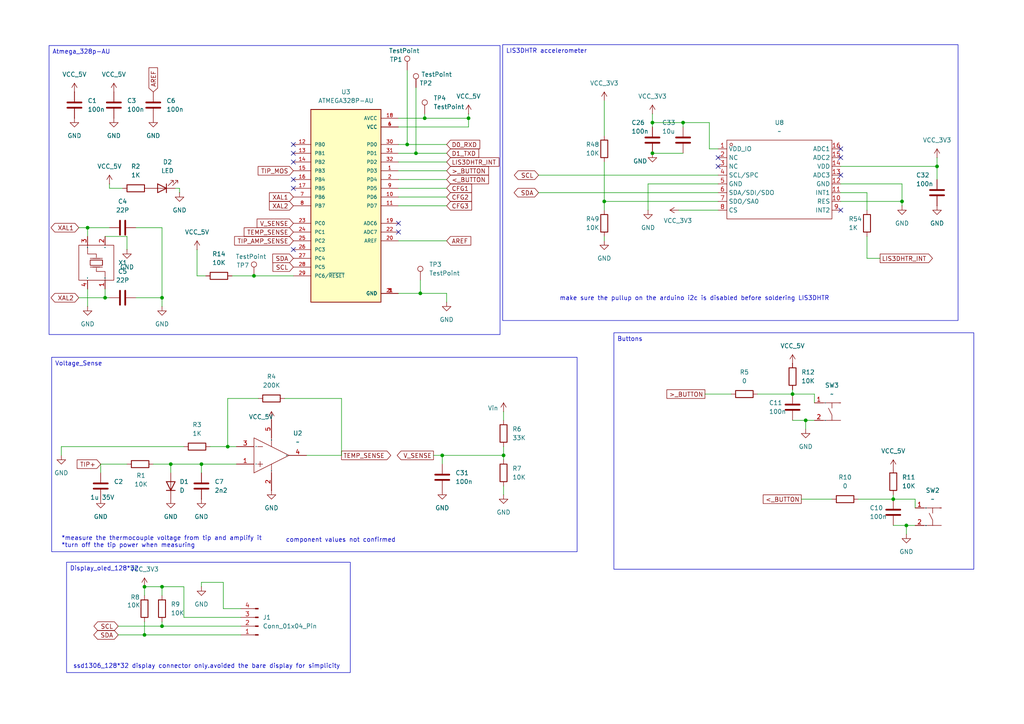
<source format=kicad_sch>
(kicad_sch
	(version 20250114)
	(generator "eeschema")
	(generator_version "9.0")
	(uuid "2df86fbf-058b-45fc-8204-866599907949")
	(paper "A4")
	(lib_symbols
		(symbol "Connector:Conn_01x04_Pin"
			(pin_names
				(offset 1.016)
				(hide yes)
			)
			(exclude_from_sim no)
			(in_bom yes)
			(on_board yes)
			(property "Reference" "J"
				(at 0 5.08 0)
				(effects
					(font
						(size 1.27 1.27)
					)
				)
			)
			(property "Value" "Conn_01x04_Pin"
				(at 0 -7.62 0)
				(effects
					(font
						(size 1.27 1.27)
					)
				)
			)
			(property "Footprint" ""
				(at 0 0 0)
				(effects
					(font
						(size 1.27 1.27)
					)
					(hide yes)
				)
			)
			(property "Datasheet" "~"
				(at 0 0 0)
				(effects
					(font
						(size 1.27 1.27)
					)
					(hide yes)
				)
			)
			(property "Description" "Generic connector, single row, 01x04, script generated"
				(at 0 0 0)
				(effects
					(font
						(size 1.27 1.27)
					)
					(hide yes)
				)
			)
			(property "ki_locked" ""
				(at 0 0 0)
				(effects
					(font
						(size 1.27 1.27)
					)
				)
			)
			(property "ki_keywords" "connector"
				(at 0 0 0)
				(effects
					(font
						(size 1.27 1.27)
					)
					(hide yes)
				)
			)
			(property "ki_fp_filters" "Connector*:*_1x??_*"
				(at 0 0 0)
				(effects
					(font
						(size 1.27 1.27)
					)
					(hide yes)
				)
			)
			(symbol "Conn_01x04_Pin_1_1"
				(rectangle
					(start 0.8636 2.667)
					(end 0 2.413)
					(stroke
						(width 0.1524)
						(type default)
					)
					(fill
						(type outline)
					)
				)
				(rectangle
					(start 0.8636 0.127)
					(end 0 -0.127)
					(stroke
						(width 0.1524)
						(type default)
					)
					(fill
						(type outline)
					)
				)
				(rectangle
					(start 0.8636 -2.413)
					(end 0 -2.667)
					(stroke
						(width 0.1524)
						(type default)
					)
					(fill
						(type outline)
					)
				)
				(rectangle
					(start 0.8636 -4.953)
					(end 0 -5.207)
					(stroke
						(width 0.1524)
						(type default)
					)
					(fill
						(type outline)
					)
				)
				(polyline
					(pts
						(xy 1.27 2.54) (xy 0.8636 2.54)
					)
					(stroke
						(width 0.1524)
						(type default)
					)
					(fill
						(type none)
					)
				)
				(polyline
					(pts
						(xy 1.27 0) (xy 0.8636 0)
					)
					(stroke
						(width 0.1524)
						(type default)
					)
					(fill
						(type none)
					)
				)
				(polyline
					(pts
						(xy 1.27 -2.54) (xy 0.8636 -2.54)
					)
					(stroke
						(width 0.1524)
						(type default)
					)
					(fill
						(type none)
					)
				)
				(polyline
					(pts
						(xy 1.27 -5.08) (xy 0.8636 -5.08)
					)
					(stroke
						(width 0.1524)
						(type default)
					)
					(fill
						(type none)
					)
				)
				(pin passive line
					(at 5.08 2.54 180)
					(length 3.81)
					(name "Pin_1"
						(effects
							(font
								(size 1.27 1.27)
							)
						)
					)
					(number "1"
						(effects
							(font
								(size 1.27 1.27)
							)
						)
					)
				)
				(pin passive line
					(at 5.08 0 180)
					(length 3.81)
					(name "Pin_2"
						(effects
							(font
								(size 1.27 1.27)
							)
						)
					)
					(number "2"
						(effects
							(font
								(size 1.27 1.27)
							)
						)
					)
				)
				(pin passive line
					(at 5.08 -2.54 180)
					(length 3.81)
					(name "Pin_3"
						(effects
							(font
								(size 1.27 1.27)
							)
						)
					)
					(number "3"
						(effects
							(font
								(size 1.27 1.27)
							)
						)
					)
				)
				(pin passive line
					(at 5.08 -5.08 180)
					(length 3.81)
					(name "Pin_4"
						(effects
							(font
								(size 1.27 1.27)
							)
						)
					)
					(number "4"
						(effects
							(font
								(size 1.27 1.27)
							)
						)
					)
				)
			)
			(embedded_fonts no)
		)
		(symbol "Connector:TestPoint"
			(pin_numbers
				(hide yes)
			)
			(pin_names
				(offset 0.762)
				(hide yes)
			)
			(exclude_from_sim no)
			(in_bom yes)
			(on_board yes)
			(property "Reference" "TP"
				(at 0 6.858 0)
				(effects
					(font
						(size 1.27 1.27)
					)
				)
			)
			(property "Value" "TestPoint"
				(at 0 5.08 0)
				(effects
					(font
						(size 1.27 1.27)
					)
				)
			)
			(property "Footprint" ""
				(at 5.08 0 0)
				(effects
					(font
						(size 1.27 1.27)
					)
					(hide yes)
				)
			)
			(property "Datasheet" "~"
				(at 5.08 0 0)
				(effects
					(font
						(size 1.27 1.27)
					)
					(hide yes)
				)
			)
			(property "Description" "test point"
				(at 0 0 0)
				(effects
					(font
						(size 1.27 1.27)
					)
					(hide yes)
				)
			)
			(property "ki_keywords" "test point tp"
				(at 0 0 0)
				(effects
					(font
						(size 1.27 1.27)
					)
					(hide yes)
				)
			)
			(property "ki_fp_filters" "Pin* Test*"
				(at 0 0 0)
				(effects
					(font
						(size 1.27 1.27)
					)
					(hide yes)
				)
			)
			(symbol "TestPoint_0_1"
				(circle
					(center 0 3.302)
					(radius 0.762)
					(stroke
						(width 0)
						(type default)
					)
					(fill
						(type none)
					)
				)
			)
			(symbol "TestPoint_1_1"
				(pin passive line
					(at 0 0 90)
					(length 2.54)
					(name "1"
						(effects
							(font
								(size 1.27 1.27)
							)
						)
					)
					(number "1"
						(effects
							(font
								(size 1.27 1.27)
							)
						)
					)
				)
			)
			(embedded_fonts no)
		)
		(symbol "Device:C"
			(pin_numbers
				(hide yes)
			)
			(pin_names
				(offset 0.254)
			)
			(exclude_from_sim no)
			(in_bom yes)
			(on_board yes)
			(property "Reference" "C"
				(at 0.635 2.54 0)
				(effects
					(font
						(size 1.27 1.27)
					)
					(justify left)
				)
			)
			(property "Value" "C"
				(at 0.635 -2.54 0)
				(effects
					(font
						(size 1.27 1.27)
					)
					(justify left)
				)
			)
			(property "Footprint" ""
				(at 0.9652 -3.81 0)
				(effects
					(font
						(size 1.27 1.27)
					)
					(hide yes)
				)
			)
			(property "Datasheet" "~"
				(at 0 0 0)
				(effects
					(font
						(size 1.27 1.27)
					)
					(hide yes)
				)
			)
			(property "Description" "Unpolarized capacitor"
				(at 0 0 0)
				(effects
					(font
						(size 1.27 1.27)
					)
					(hide yes)
				)
			)
			(property "ki_keywords" "cap capacitor"
				(at 0 0 0)
				(effects
					(font
						(size 1.27 1.27)
					)
					(hide yes)
				)
			)
			(property "ki_fp_filters" "C_*"
				(at 0 0 0)
				(effects
					(font
						(size 1.27 1.27)
					)
					(hide yes)
				)
			)
			(symbol "C_0_1"
				(polyline
					(pts
						(xy -2.032 0.762) (xy 2.032 0.762)
					)
					(stroke
						(width 0.508)
						(type default)
					)
					(fill
						(type none)
					)
				)
				(polyline
					(pts
						(xy -2.032 -0.762) (xy 2.032 -0.762)
					)
					(stroke
						(width 0.508)
						(type default)
					)
					(fill
						(type none)
					)
				)
			)
			(symbol "C_1_1"
				(pin passive line
					(at 0 3.81 270)
					(length 2.794)
					(name "~"
						(effects
							(font
								(size 1.27 1.27)
							)
						)
					)
					(number "1"
						(effects
							(font
								(size 1.27 1.27)
							)
						)
					)
				)
				(pin passive line
					(at 0 -3.81 90)
					(length 2.794)
					(name "~"
						(effects
							(font
								(size 1.27 1.27)
							)
						)
					)
					(number "2"
						(effects
							(font
								(size 1.27 1.27)
							)
						)
					)
				)
			)
			(embedded_fonts no)
		)
		(symbol "Device:D"
			(pin_numbers
				(hide yes)
			)
			(pin_names
				(offset 1.016)
				(hide yes)
			)
			(exclude_from_sim no)
			(in_bom yes)
			(on_board yes)
			(property "Reference" "D"
				(at 0 2.54 0)
				(effects
					(font
						(size 1.27 1.27)
					)
				)
			)
			(property "Value" "D"
				(at 0 -2.54 0)
				(effects
					(font
						(size 1.27 1.27)
					)
				)
			)
			(property "Footprint" ""
				(at 0 0 0)
				(effects
					(font
						(size 1.27 1.27)
					)
					(hide yes)
				)
			)
			(property "Datasheet" "~"
				(at 0 0 0)
				(effects
					(font
						(size 1.27 1.27)
					)
					(hide yes)
				)
			)
			(property "Description" "Diode"
				(at 0 0 0)
				(effects
					(font
						(size 1.27 1.27)
					)
					(hide yes)
				)
			)
			(property "Sim.Device" "D"
				(at 0 0 0)
				(effects
					(font
						(size 1.27 1.27)
					)
					(hide yes)
				)
			)
			(property "Sim.Pins" "1=K 2=A"
				(at 0 0 0)
				(effects
					(font
						(size 1.27 1.27)
					)
					(hide yes)
				)
			)
			(property "ki_keywords" "diode"
				(at 0 0 0)
				(effects
					(font
						(size 1.27 1.27)
					)
					(hide yes)
				)
			)
			(property "ki_fp_filters" "TO-???* *_Diode_* *SingleDiode* D_*"
				(at 0 0 0)
				(effects
					(font
						(size 1.27 1.27)
					)
					(hide yes)
				)
			)
			(symbol "D_0_1"
				(polyline
					(pts
						(xy -1.27 1.27) (xy -1.27 -1.27)
					)
					(stroke
						(width 0.254)
						(type default)
					)
					(fill
						(type none)
					)
				)
				(polyline
					(pts
						(xy 1.27 1.27) (xy 1.27 -1.27) (xy -1.27 0) (xy 1.27 1.27)
					)
					(stroke
						(width 0.254)
						(type default)
					)
					(fill
						(type none)
					)
				)
				(polyline
					(pts
						(xy 1.27 0) (xy -1.27 0)
					)
					(stroke
						(width 0)
						(type default)
					)
					(fill
						(type none)
					)
				)
			)
			(symbol "D_1_1"
				(pin passive line
					(at -3.81 0 0)
					(length 2.54)
					(name "K"
						(effects
							(font
								(size 1.27 1.27)
							)
						)
					)
					(number "1"
						(effects
							(font
								(size 1.27 1.27)
							)
						)
					)
				)
				(pin passive line
					(at 3.81 0 180)
					(length 2.54)
					(name "A"
						(effects
							(font
								(size 1.27 1.27)
							)
						)
					)
					(number "2"
						(effects
							(font
								(size 1.27 1.27)
							)
						)
					)
				)
			)
			(embedded_fonts no)
		)
		(symbol "Device:LED"
			(pin_numbers
				(hide yes)
			)
			(pin_names
				(offset 1.016)
				(hide yes)
			)
			(exclude_from_sim no)
			(in_bom yes)
			(on_board yes)
			(property "Reference" "D"
				(at 0 2.54 0)
				(effects
					(font
						(size 1.27 1.27)
					)
				)
			)
			(property "Value" "LED"
				(at 0 -2.54 0)
				(effects
					(font
						(size 1.27 1.27)
					)
				)
			)
			(property "Footprint" ""
				(at 0 0 0)
				(effects
					(font
						(size 1.27 1.27)
					)
					(hide yes)
				)
			)
			(property "Datasheet" "~"
				(at 0 0 0)
				(effects
					(font
						(size 1.27 1.27)
					)
					(hide yes)
				)
			)
			(property "Description" "Light emitting diode"
				(at 0 0 0)
				(effects
					(font
						(size 1.27 1.27)
					)
					(hide yes)
				)
			)
			(property "Sim.Pins" "1=K 2=A"
				(at 0 0 0)
				(effects
					(font
						(size 1.27 1.27)
					)
					(hide yes)
				)
			)
			(property "ki_keywords" "LED diode"
				(at 0 0 0)
				(effects
					(font
						(size 1.27 1.27)
					)
					(hide yes)
				)
			)
			(property "ki_fp_filters" "LED* LED_SMD:* LED_THT:*"
				(at 0 0 0)
				(effects
					(font
						(size 1.27 1.27)
					)
					(hide yes)
				)
			)
			(symbol "LED_0_1"
				(polyline
					(pts
						(xy -3.048 -0.762) (xy -4.572 -2.286) (xy -3.81 -2.286) (xy -4.572 -2.286) (xy -4.572 -1.524)
					)
					(stroke
						(width 0)
						(type default)
					)
					(fill
						(type none)
					)
				)
				(polyline
					(pts
						(xy -1.778 -0.762) (xy -3.302 -2.286) (xy -2.54 -2.286) (xy -3.302 -2.286) (xy -3.302 -1.524)
					)
					(stroke
						(width 0)
						(type default)
					)
					(fill
						(type none)
					)
				)
				(polyline
					(pts
						(xy -1.27 0) (xy 1.27 0)
					)
					(stroke
						(width 0)
						(type default)
					)
					(fill
						(type none)
					)
				)
				(polyline
					(pts
						(xy -1.27 -1.27) (xy -1.27 1.27)
					)
					(stroke
						(width 0.254)
						(type default)
					)
					(fill
						(type none)
					)
				)
				(polyline
					(pts
						(xy 1.27 -1.27) (xy 1.27 1.27) (xy -1.27 0) (xy 1.27 -1.27)
					)
					(stroke
						(width 0.254)
						(type default)
					)
					(fill
						(type none)
					)
				)
			)
			(symbol "LED_1_1"
				(pin passive line
					(at -3.81 0 0)
					(length 2.54)
					(name "K"
						(effects
							(font
								(size 1.27 1.27)
							)
						)
					)
					(number "1"
						(effects
							(font
								(size 1.27 1.27)
							)
						)
					)
				)
				(pin passive line
					(at 3.81 0 180)
					(length 2.54)
					(name "A"
						(effects
							(font
								(size 1.27 1.27)
							)
						)
					)
					(number "2"
						(effects
							(font
								(size 1.27 1.27)
							)
						)
					)
				)
			)
			(embedded_fonts no)
		)
		(symbol "Device:R"
			(pin_numbers
				(hide yes)
			)
			(pin_names
				(offset 0)
			)
			(exclude_from_sim no)
			(in_bom yes)
			(on_board yes)
			(property "Reference" "R"
				(at 2.032 0 90)
				(effects
					(font
						(size 1.27 1.27)
					)
				)
			)
			(property "Value" "R"
				(at 0 0 90)
				(effects
					(font
						(size 1.27 1.27)
					)
				)
			)
			(property "Footprint" ""
				(at -1.778 0 90)
				(effects
					(font
						(size 1.27 1.27)
					)
					(hide yes)
				)
			)
			(property "Datasheet" "~"
				(at 0 0 0)
				(effects
					(font
						(size 1.27 1.27)
					)
					(hide yes)
				)
			)
			(property "Description" "Resistor"
				(at 0 0 0)
				(effects
					(font
						(size 1.27 1.27)
					)
					(hide yes)
				)
			)
			(property "ki_keywords" "R res resistor"
				(at 0 0 0)
				(effects
					(font
						(size 1.27 1.27)
					)
					(hide yes)
				)
			)
			(property "ki_fp_filters" "R_*"
				(at 0 0 0)
				(effects
					(font
						(size 1.27 1.27)
					)
					(hide yes)
				)
			)
			(symbol "R_0_1"
				(rectangle
					(start -1.016 -2.54)
					(end 1.016 2.54)
					(stroke
						(width 0.254)
						(type default)
					)
					(fill
						(type none)
					)
				)
			)
			(symbol "R_1_1"
				(pin passive line
					(at 0 3.81 270)
					(length 1.27)
					(name "~"
						(effects
							(font
								(size 1.27 1.27)
							)
						)
					)
					(number "1"
						(effects
							(font
								(size 1.27 1.27)
							)
						)
					)
				)
				(pin passive line
					(at 0 -3.81 90)
					(length 1.27)
					(name "~"
						(effects
							(font
								(size 1.27 1.27)
							)
						)
					)
					(number "2"
						(effects
							(font
								(size 1.27 1.27)
							)
						)
					)
				)
			)
			(embedded_fonts no)
		)
		(symbol "GT-TC028B-H0070-L1_1"
			(exclude_from_sim no)
			(in_bom yes)
			(on_board yes)
			(property "Reference" "SW1"
				(at 0 7.62 0)
				(effects
					(font
						(size 1.27 1.27)
					)
				)
			)
			(property "Value" "~"
				(at 0 5.08 0)
				(effects
					(font
						(size 1.27 1.27)
					)
				)
			)
			(property "Footprint" "ProLib_pcs_2025-10-04:SW-SMD_4P-L3.4-W3.4-P2.00-LS4.0_TS3315A160GF"
				(at 2.032 -7.112 0)
				(effects
					(font
						(size 1.27 1.27)
					)
					(hide yes)
				)
			)
			(property "Datasheet" "https://atta.szlcsc.com/upload/public/pdf/source/20200903/C778145_C1D1D1CB95B53A17E6B9DE478485E804.pdf"
				(at 2.032 -7.112 0)
				(effects
					(font
						(size 1.27 1.27)
					)
					(hide yes)
				)
			)
			(property "Description" "Circuit:SPST Operating Force:250gf Mounting Style:Standing paste Switch Length:3.3mm Switch Width:3.3mm Switch Height:0.85mm Strike Gundam:Without Contact Current:50mA Voltage Rating (DC):12V Insulation Resistance:100MΩ Actuator/Cap Color:Yellow With Lamp"
				(at 2.032 -7.112 0)
				(effects
					(font
						(size 1.27 1.27)
					)
					(hide yes)
				)
			)
			(property "Manufacturer Part" "GT-TC028B-H0070-L1"
				(at 1.778 -5.334 0)
				(effects
					(font
						(size 1.27 1.27)
					)
					(hide yes)
				)
			)
			(property "Manufacturer" "G-Switch(品赞)"
				(at 1.778 -5.334 0)
				(effects
					(font
						(size 1.27 1.27)
					)
					(hide yes)
				)
			)
			(property "Supplier Part" "C778145"
				(at 0.762 -9.398 0)
				(effects
					(font
						(size 1.27 1.27)
					)
					(hide yes)
				)
			)
			(property "Supplier" "LCSC"
				(at 0 0 0)
				(effects
					(font
						(size 1.27 1.27)
					)
					(hide yes)
				)
			)
			(property "LCSC Part Name" "3.3*3.3*0.85mm 立贴 轻触开关"
				(at 1.778 -5.334 0)
				(effects
					(font
						(size 1.27 1.27)
					)
					(hide yes)
				)
			)
			(symbol "GT-TC028B-H0070-L1_1_1_0"
				(polyline
					(pts
						(xy -2.54 2.54) (xy 2.54 2.54)
					)
					(stroke
						(width 0)
						(type default)
					)
					(fill
						(type none)
					)
				)
				(polyline
					(pts
						(xy -2.54 -2.54) (xy 2.54 -2.54)
					)
					(stroke
						(width 0)
						(type default)
					)
					(fill
						(type none)
					)
				)
				(polyline
					(pts
						(xy 0 2.54) (xy 0 1.016)
					)
					(stroke
						(width 0)
						(type default)
					)
					(fill
						(type none)
					)
				)
				(polyline
					(pts
						(xy 0 -2.54) (xy 0 -1.016) (xy 0 -1.016) (xy -1.016 1.016)
					)
					(stroke
						(width 0)
						(type default)
					)
					(fill
						(type none)
					)
				)
				(polyline
					(pts
						(xy 2.032 2.54) (xy 2.54 2.54)
					)
					(stroke
						(width 0)
						(type default)
					)
					(fill
						(type none)
					)
				)
				(pin unspecified line
					(at -5.08 2.54 0)
					(length 2.54)
					(name "1"
						(effects
							(font
								(size 0.0254 0.0254)
							)
						)
					)
					(number "1"
						(effects
							(font
								(size 1.27 1.27)
							)
						)
					)
				)
				(pin unspecified line
					(at -5.08 -2.54 0)
					(length 2.54)
					(name "2"
						(effects
							(font
								(size 0.0254 0.0254)
							)
						)
					)
					(number "2"
						(effects
							(font
								(size 1.27 1.27)
							)
						)
					)
				)
			)
			(embedded_fonts no)
		)
		(symbol "power:GND"
			(power)
			(pin_numbers
				(hide yes)
			)
			(pin_names
				(offset 0)
				(hide yes)
			)
			(exclude_from_sim no)
			(in_bom yes)
			(on_board yes)
			(property "Reference" "#PWR"
				(at 0 -6.35 0)
				(effects
					(font
						(size 1.27 1.27)
					)
					(hide yes)
				)
			)
			(property "Value" "GND"
				(at 0 -3.81 0)
				(effects
					(font
						(size 1.27 1.27)
					)
				)
			)
			(property "Footprint" ""
				(at 0 0 0)
				(effects
					(font
						(size 1.27 1.27)
					)
					(hide yes)
				)
			)
			(property "Datasheet" ""
				(at 0 0 0)
				(effects
					(font
						(size 1.27 1.27)
					)
					(hide yes)
				)
			)
			(property "Description" "Power symbol creates a global label with name \"GND\" , ground"
				(at 0 0 0)
				(effects
					(font
						(size 1.27 1.27)
					)
					(hide yes)
				)
			)
			(property "ki_keywords" "global power"
				(at 0 0 0)
				(effects
					(font
						(size 1.27 1.27)
					)
					(hide yes)
				)
			)
			(symbol "GND_0_1"
				(polyline
					(pts
						(xy 0 0) (xy 0 -1.27) (xy 1.27 -1.27) (xy 0 -2.54) (xy -1.27 -1.27) (xy 0 -1.27)
					)
					(stroke
						(width 0)
						(type default)
					)
					(fill
						(type none)
					)
				)
			)
			(symbol "GND_1_1"
				(pin power_in line
					(at 0 0 270)
					(length 0)
					(name "~"
						(effects
							(font
								(size 1.27 1.27)
							)
						)
					)
					(number "1"
						(effects
							(font
								(size 1.27 1.27)
							)
						)
					)
				)
			)
			(embedded_fonts no)
		)
		(symbol "power:VCC"
			(power)
			(pin_numbers
				(hide yes)
			)
			(pin_names
				(offset 0)
				(hide yes)
			)
			(exclude_from_sim no)
			(in_bom yes)
			(on_board yes)
			(property "Reference" "#PWR"
				(at 0 -3.81 0)
				(effects
					(font
						(size 1.27 1.27)
					)
					(hide yes)
				)
			)
			(property "Value" "VCC"
				(at 0 3.556 0)
				(effects
					(font
						(size 1.27 1.27)
					)
				)
			)
			(property "Footprint" ""
				(at 0 0 0)
				(effects
					(font
						(size 1.27 1.27)
					)
					(hide yes)
				)
			)
			(property "Datasheet" ""
				(at 0 0 0)
				(effects
					(font
						(size 1.27 1.27)
					)
					(hide yes)
				)
			)
			(property "Description" "Power symbol creates a global label with name \"VCC\""
				(at 0 0 0)
				(effects
					(font
						(size 1.27 1.27)
					)
					(hide yes)
				)
			)
			(property "ki_keywords" "global power"
				(at 0 0 0)
				(effects
					(font
						(size 1.27 1.27)
					)
					(hide yes)
				)
			)
			(symbol "VCC_0_1"
				(polyline
					(pts
						(xy -0.762 1.27) (xy 0 2.54)
					)
					(stroke
						(width 0)
						(type default)
					)
					(fill
						(type none)
					)
				)
				(polyline
					(pts
						(xy 0 2.54) (xy 0.762 1.27)
					)
					(stroke
						(width 0)
						(type default)
					)
					(fill
						(type none)
					)
				)
				(polyline
					(pts
						(xy 0 0) (xy 0 2.54)
					)
					(stroke
						(width 0)
						(type default)
					)
					(fill
						(type none)
					)
				)
			)
			(symbol "VCC_1_1"
				(pin power_in line
					(at 0 0 90)
					(length 0)
					(name "~"
						(effects
							(font
								(size 1.27 1.27)
							)
						)
					)
					(number "1"
						(effects
							(font
								(size 1.27 1.27)
							)
						)
					)
				)
			)
			(embedded_fonts no)
		)
		(symbol "smart_soldering_iron:ATMEGA328P-AU"
			(pin_names
				(offset 1.016)
			)
			(exclude_from_sim no)
			(in_bom yes)
			(on_board yes)
			(property "Reference" "U"
				(at -10.1755 29.2546 0)
				(effects
					(font
						(size 1.27 1.27)
					)
					(justify left bottom)
				)
			)
			(property "Value" "ATMEGA328P-AU"
				(at -10.1669 -31.7714 0)
				(effects
					(font
						(size 1.27 1.27)
					)
					(justify left bottom)
				)
			)
			(property "Footprint" "ATMEGA328P-AU:QFP80P900X900X120-32N"
				(at 0 0 0)
				(effects
					(font
						(size 1.27 1.27)
					)
					(justify bottom)
					(hide yes)
				)
			)
			(property "Datasheet" ""
				(at 0 0 0)
				(effects
					(font
						(size 1.27 1.27)
					)
					(hide yes)
				)
			)
			(property "Description" ""
				(at 0 0 0)
				(effects
					(font
						(size 1.27 1.27)
					)
					(hide yes)
				)
			)
			(property "MF" "Microchip"
				(at 0 0 0)
				(effects
					(font
						(size 1.27 1.27)
					)
					(justify bottom)
					(hide yes)
				)
			)
			(property "MAXIMUM_PACKAGE_HEIGHT" "1.20mm"
				(at 0 0 0)
				(effects
					(font
						(size 1.27 1.27)
					)
					(justify bottom)
					(hide yes)
				)
			)
			(property "Package" "TQFP-32 Microchip"
				(at 0 0 0)
				(effects
					(font
						(size 1.27 1.27)
					)
					(justify bottom)
					(hide yes)
				)
			)
			(property "Price" "None"
				(at 0 0 0)
				(effects
					(font
						(size 1.27 1.27)
					)
					(justify bottom)
					(hide yes)
				)
			)
			(property "Check_prices" "https://www.snapeda.com/parts/ATMEGA328P-AU/Microchip+Technology/view-part/?ref=eda"
				(at 0 0 0)
				(effects
					(font
						(size 1.27 1.27)
					)
					(justify bottom)
					(hide yes)
				)
			)
			(property "STANDARD" "IPC-7351B"
				(at 0 0 0)
				(effects
					(font
						(size 1.27 1.27)
					)
					(justify bottom)
					(hide yes)
				)
			)
			(property "PARTREV" "8271A"
				(at 0 0 0)
				(effects
					(font
						(size 1.27 1.27)
					)
					(justify bottom)
					(hide yes)
				)
			)
			(property "SnapEDA_Link" "https://www.snapeda.com/parts/ATMEGA328P-AU/Microchip+Technology/view-part/?ref=snap"
				(at 0 0 0)
				(effects
					(font
						(size 1.27 1.27)
					)
					(justify bottom)
					(hide yes)
				)
			)
			(property "MP" "ATMEGA328P-AU"
				(at 0 0 0)
				(effects
					(font
						(size 1.27 1.27)
					)
					(justify bottom)
					(hide yes)
				)
			)
			(property "Description_1" "AVR AVR® ATmega Microcontroller IC 8-Bit 20MHz 32KB (16K x 16) FLASH 32-TQFP (7x7)"
				(at 0 0 0)
				(effects
					(font
						(size 1.27 1.27)
					)
					(justify bottom)
					(hide yes)
				)
			)
			(property "Availability" "In Stock"
				(at 0 0 0)
				(effects
					(font
						(size 1.27 1.27)
					)
					(justify bottom)
					(hide yes)
				)
			)
			(property "MANUFACTURER" "Microchip"
				(at 0 0 0)
				(effects
					(font
						(size 1.27 1.27)
					)
					(justify bottom)
					(hide yes)
				)
			)
			(symbol "ATMEGA328P-AU_0_0"
				(rectangle
					(start -10.16 -27.94)
					(end 10.16 27.94)
					(stroke
						(width 0.254)
						(type default)
					)
					(fill
						(type background)
					)
				)
				(pin bidirectional line
					(at -15.24 17.78 0)
					(length 5.08)
					(name "PB0"
						(effects
							(font
								(size 1.016 1.016)
							)
						)
					)
					(number "12"
						(effects
							(font
								(size 1.016 1.016)
							)
						)
					)
				)
				(pin bidirectional line
					(at -15.24 15.24 0)
					(length 5.08)
					(name "PB1"
						(effects
							(font
								(size 1.016 1.016)
							)
						)
					)
					(number "13"
						(effects
							(font
								(size 1.016 1.016)
							)
						)
					)
				)
				(pin bidirectional line
					(at -15.24 12.7 0)
					(length 5.08)
					(name "PB2"
						(effects
							(font
								(size 1.016 1.016)
							)
						)
					)
					(number "14"
						(effects
							(font
								(size 1.016 1.016)
							)
						)
					)
				)
				(pin bidirectional line
					(at -15.24 10.16 0)
					(length 5.08)
					(name "PB3"
						(effects
							(font
								(size 1.016 1.016)
							)
						)
					)
					(number "15"
						(effects
							(font
								(size 1.016 1.016)
							)
						)
					)
				)
				(pin bidirectional line
					(at -15.24 7.62 0)
					(length 5.08)
					(name "PB4"
						(effects
							(font
								(size 1.016 1.016)
							)
						)
					)
					(number "16"
						(effects
							(font
								(size 1.016 1.016)
							)
						)
					)
				)
				(pin bidirectional line
					(at -15.24 5.08 0)
					(length 5.08)
					(name "PB5"
						(effects
							(font
								(size 1.016 1.016)
							)
						)
					)
					(number "17"
						(effects
							(font
								(size 1.016 1.016)
							)
						)
					)
				)
				(pin bidirectional line
					(at -15.24 2.54 0)
					(length 5.08)
					(name "PB6"
						(effects
							(font
								(size 1.016 1.016)
							)
						)
					)
					(number "7"
						(effects
							(font
								(size 1.016 1.016)
							)
						)
					)
				)
				(pin bidirectional line
					(at -15.24 0 0)
					(length 5.08)
					(name "PB7"
						(effects
							(font
								(size 1.016 1.016)
							)
						)
					)
					(number "8"
						(effects
							(font
								(size 1.016 1.016)
							)
						)
					)
				)
				(pin bidirectional line
					(at -15.24 -5.08 0)
					(length 5.08)
					(name "PC0"
						(effects
							(font
								(size 1.016 1.016)
							)
						)
					)
					(number "23"
						(effects
							(font
								(size 1.016 1.016)
							)
						)
					)
				)
				(pin bidirectional line
					(at -15.24 -7.62 0)
					(length 5.08)
					(name "PC1"
						(effects
							(font
								(size 1.016 1.016)
							)
						)
					)
					(number "24"
						(effects
							(font
								(size 1.016 1.016)
							)
						)
					)
				)
				(pin bidirectional line
					(at -15.24 -10.16 0)
					(length 5.08)
					(name "PC2"
						(effects
							(font
								(size 1.016 1.016)
							)
						)
					)
					(number "25"
						(effects
							(font
								(size 1.016 1.016)
							)
						)
					)
				)
				(pin bidirectional line
					(at -15.24 -12.7 0)
					(length 5.08)
					(name "PC3"
						(effects
							(font
								(size 1.016 1.016)
							)
						)
					)
					(number "26"
						(effects
							(font
								(size 1.016 1.016)
							)
						)
					)
				)
				(pin bidirectional line
					(at -15.24 -15.24 0)
					(length 5.08)
					(name "PC4"
						(effects
							(font
								(size 1.016 1.016)
							)
						)
					)
					(number "27"
						(effects
							(font
								(size 1.016 1.016)
							)
						)
					)
				)
				(pin bidirectional line
					(at -15.24 -17.78 0)
					(length 5.08)
					(name "PC5"
						(effects
							(font
								(size 1.016 1.016)
							)
						)
					)
					(number "28"
						(effects
							(font
								(size 1.016 1.016)
							)
						)
					)
				)
				(pin bidirectional line
					(at -15.24 -20.32 0)
					(length 5.08)
					(name "PC6/~{RESET}"
						(effects
							(font
								(size 1.016 1.016)
							)
						)
					)
					(number "29"
						(effects
							(font
								(size 1.016 1.016)
							)
						)
					)
				)
				(pin power_in line
					(at 15.24 25.4 180)
					(length 5.08)
					(name "AVCC"
						(effects
							(font
								(size 1.016 1.016)
							)
						)
					)
					(number "18"
						(effects
							(font
								(size 1.016 1.016)
							)
						)
					)
				)
				(pin power_in line
					(at 15.24 22.86 180)
					(length 5.08)
					(name "VCC"
						(effects
							(font
								(size 1.016 1.016)
							)
						)
					)
					(number "4"
						(effects
							(font
								(size 1.016 1.016)
							)
						)
					)
				)
				(pin power_in line
					(at 15.24 22.86 180)
					(length 5.08)
					(name "VCC"
						(effects
							(font
								(size 1.016 1.016)
							)
						)
					)
					(number "6"
						(effects
							(font
								(size 1.016 1.016)
							)
						)
					)
				)
				(pin bidirectional line
					(at 15.24 17.78 180)
					(length 5.08)
					(name "PD0"
						(effects
							(font
								(size 1.016 1.016)
							)
						)
					)
					(number "30"
						(effects
							(font
								(size 1.016 1.016)
							)
						)
					)
				)
				(pin bidirectional line
					(at 15.24 15.24 180)
					(length 5.08)
					(name "PD1"
						(effects
							(font
								(size 1.016 1.016)
							)
						)
					)
					(number "31"
						(effects
							(font
								(size 1.016 1.016)
							)
						)
					)
				)
				(pin bidirectional line
					(at 15.24 12.7 180)
					(length 5.08)
					(name "PD2"
						(effects
							(font
								(size 1.016 1.016)
							)
						)
					)
					(number "32"
						(effects
							(font
								(size 1.016 1.016)
							)
						)
					)
				)
				(pin bidirectional line
					(at 15.24 10.16 180)
					(length 5.08)
					(name "PD3"
						(effects
							(font
								(size 1.016 1.016)
							)
						)
					)
					(number "1"
						(effects
							(font
								(size 1.016 1.016)
							)
						)
					)
				)
				(pin bidirectional line
					(at 15.24 7.62 180)
					(length 5.08)
					(name "PD4"
						(effects
							(font
								(size 1.016 1.016)
							)
						)
					)
					(number "2"
						(effects
							(font
								(size 1.016 1.016)
							)
						)
					)
				)
				(pin bidirectional line
					(at 15.24 5.08 180)
					(length 5.08)
					(name "PD5"
						(effects
							(font
								(size 1.016 1.016)
							)
						)
					)
					(number "9"
						(effects
							(font
								(size 1.016 1.016)
							)
						)
					)
				)
				(pin bidirectional line
					(at 15.24 2.54 180)
					(length 5.08)
					(name "PD6"
						(effects
							(font
								(size 1.016 1.016)
							)
						)
					)
					(number "10"
						(effects
							(font
								(size 1.016 1.016)
							)
						)
					)
				)
				(pin bidirectional line
					(at 15.24 0 180)
					(length 5.08)
					(name "PD7"
						(effects
							(font
								(size 1.016 1.016)
							)
						)
					)
					(number "11"
						(effects
							(font
								(size 1.016 1.016)
							)
						)
					)
				)
				(pin bidirectional line
					(at 15.24 -5.08 180)
					(length 5.08)
					(name "ADC6"
						(effects
							(font
								(size 1.016 1.016)
							)
						)
					)
					(number "19"
						(effects
							(font
								(size 1.016 1.016)
							)
						)
					)
				)
				(pin bidirectional line
					(at 15.24 -7.62 180)
					(length 5.08)
					(name "ADC7"
						(effects
							(font
								(size 1.016 1.016)
							)
						)
					)
					(number "22"
						(effects
							(font
								(size 1.016 1.016)
							)
						)
					)
				)
				(pin input line
					(at 15.24 -10.16 180)
					(length 5.08)
					(name "AREF"
						(effects
							(font
								(size 1.016 1.016)
							)
						)
					)
					(number "20"
						(effects
							(font
								(size 1.016 1.016)
							)
						)
					)
				)
				(pin power_in line
					(at 15.24 -25.4 180)
					(length 5.08)
					(name "GND"
						(effects
							(font
								(size 1.016 1.016)
							)
						)
					)
					(number "21"
						(effects
							(font
								(size 1.016 1.016)
							)
						)
					)
				)
				(pin power_in line
					(at 15.24 -25.4 180)
					(length 5.08)
					(name "GND"
						(effects
							(font
								(size 1.016 1.016)
							)
						)
					)
					(number "3"
						(effects
							(font
								(size 1.016 1.016)
							)
						)
					)
				)
				(pin power_in line
					(at 15.24 -25.4 180)
					(length 5.08)
					(name "GND"
						(effects
							(font
								(size 1.016 1.016)
							)
						)
					)
					(number "5"
						(effects
							(font
								(size 1.016 1.016)
							)
						)
					)
				)
			)
			(embedded_fonts no)
		)
		(symbol "smart_soldering_iron:LIS3DHTR_C15134"
			(exclude_from_sim no)
			(in_bom yes)
			(on_board yes)
			(property "Reference" "U"
				(at 0 0 0)
				(effects
					(font
						(size 1.27 1.27)
					)
				)
			)
			(property "Value" ""
				(at 0 0 0)
				(effects
					(font
						(size 1.27 1.27)
					)
				)
			)
			(property "Footprint" "ProLib_pcs_2025-11-07:LGA-16_L3.0-W3.0-P0.50-TL"
				(at 0 0 0)
				(effects
					(font
						(size 1.27 1.27)
					)
					(hide yes)
				)
			)
			(property "Datasheet" "https://item.szlcsc.com/datasheet/LIS3DHTR/15808.html"
				(at 0 0 0)
				(effects
					(font
						(size 1.27 1.27)
					)
					(hide yes)
				)
			)
			(property "Description" "Voltage - Supply:1.71V~3.6V Voltage - Supply:1.71V~3.6V Operating Temperature:-40°C~+85°C Operating Temperature:-40°C~+85°C"
				(at 0 0 0)
				(effects
					(font
						(size 1.27 1.27)
					)
					(hide yes)
				)
			)
			(property "Manufacturer Part" "LIS3DHTR"
				(at 0 0 0)
				(effects
					(font
						(size 1.27 1.27)
					)
					(hide yes)
				)
			)
			(property "Manufacturer" "ST(意法半导体)"
				(at 0 0 0)
				(effects
					(font
						(size 1.27 1.27)
					)
					(hide yes)
				)
			)
			(property "Supplier Part" "C15134"
				(at 0 0 0)
				(effects
					(font
						(size 1.27 1.27)
					)
					(hide yes)
				)
			)
			(property "Supplier" "LCSC"
				(at 0 0 0)
				(effects
					(font
						(size 1.27 1.27)
					)
					(hide yes)
				)
			)
			(property "LCSC Part Name" "LIS3DHTR"
				(at 0 0 0)
				(effects
					(font
						(size 1.27 1.27)
					)
					(hide yes)
				)
			)
			(symbol "LIS3DHTR_C15134_1_0"
				(rectangle
					(start -15.24 -11.43)
					(end 15.24 11.43)
					(stroke
						(width 0)
						(type default)
					)
					(fill
						(type none)
					)
				)
				(circle
					(center -13.97 10.16)
					(radius 0.381)
					(stroke
						(width 0)
						(type default)
					)
					(fill
						(type none)
					)
				)
				(pin unspecified line
					(at -17.78 8.89 0)
					(length 2.54)
					(name "VDD_IO"
						(effects
							(font
								(size 1.27 1.27)
							)
						)
					)
					(number "1"
						(effects
							(font
								(size 1.27 1.27)
							)
						)
					)
				)
				(pin unspecified line
					(at -17.78 6.35 0)
					(length 2.54)
					(name "NC"
						(effects
							(font
								(size 1.27 1.27)
							)
						)
					)
					(number "2"
						(effects
							(font
								(size 1.27 1.27)
							)
						)
					)
				)
				(pin unspecified line
					(at -17.78 3.81 0)
					(length 2.54)
					(name "NC"
						(effects
							(font
								(size 1.27 1.27)
							)
						)
					)
					(number "3"
						(effects
							(font
								(size 1.27 1.27)
							)
						)
					)
				)
				(pin unspecified line
					(at -17.78 1.27 0)
					(length 2.54)
					(name "SCL/SPC"
						(effects
							(font
								(size 1.27 1.27)
							)
						)
					)
					(number "4"
						(effects
							(font
								(size 1.27 1.27)
							)
						)
					)
				)
				(pin unspecified line
					(at -17.78 -1.27 0)
					(length 2.54)
					(name "GND"
						(effects
							(font
								(size 1.27 1.27)
							)
						)
					)
					(number "5"
						(effects
							(font
								(size 1.27 1.27)
							)
						)
					)
				)
				(pin unspecified line
					(at -17.78 -3.81 0)
					(length 2.54)
					(name "SDA/SDI/SDO"
						(effects
							(font
								(size 1.27 1.27)
							)
						)
					)
					(number "6"
						(effects
							(font
								(size 1.27 1.27)
							)
						)
					)
				)
				(pin unspecified line
					(at -17.78 -6.35 0)
					(length 2.54)
					(name "SDO/SA0"
						(effects
							(font
								(size 1.27 1.27)
							)
						)
					)
					(number "7"
						(effects
							(font
								(size 1.27 1.27)
							)
						)
					)
				)
				(pin unspecified line
					(at -17.78 -8.89 0)
					(length 2.54)
					(name "CS"
						(effects
							(font
								(size 1.27 1.27)
							)
						)
					)
					(number "8"
						(effects
							(font
								(size 1.27 1.27)
							)
						)
					)
				)
				(pin unspecified line
					(at 17.78 8.89 180)
					(length 2.54)
					(name "ADC1"
						(effects
							(font
								(size 1.27 1.27)
							)
						)
					)
					(number "16"
						(effects
							(font
								(size 1.27 1.27)
							)
						)
					)
				)
				(pin unspecified line
					(at 17.78 6.35 180)
					(length 2.54)
					(name "ADC2"
						(effects
							(font
								(size 1.27 1.27)
							)
						)
					)
					(number "15"
						(effects
							(font
								(size 1.27 1.27)
							)
						)
					)
				)
				(pin unspecified line
					(at 17.78 3.81 180)
					(length 2.54)
					(name "VDD"
						(effects
							(font
								(size 1.27 1.27)
							)
						)
					)
					(number "14"
						(effects
							(font
								(size 1.27 1.27)
							)
						)
					)
				)
				(pin unspecified line
					(at 17.78 1.27 180)
					(length 2.54)
					(name "ADC3"
						(effects
							(font
								(size 1.27 1.27)
							)
						)
					)
					(number "13"
						(effects
							(font
								(size 1.27 1.27)
							)
						)
					)
				)
				(pin unspecified line
					(at 17.78 -1.27 180)
					(length 2.54)
					(name "GND"
						(effects
							(font
								(size 1.27 1.27)
							)
						)
					)
					(number "12"
						(effects
							(font
								(size 1.27 1.27)
							)
						)
					)
				)
				(pin unspecified line
					(at 17.78 -3.81 180)
					(length 2.54)
					(name "INT1"
						(effects
							(font
								(size 1.27 1.27)
							)
						)
					)
					(number "11"
						(effects
							(font
								(size 1.27 1.27)
							)
						)
					)
				)
				(pin unspecified line
					(at 17.78 -6.35 180)
					(length 2.54)
					(name "RES"
						(effects
							(font
								(size 1.27 1.27)
							)
						)
					)
					(number "10"
						(effects
							(font
								(size 1.27 1.27)
							)
						)
					)
				)
				(pin unspecified line
					(at 17.78 -8.89 180)
					(length 2.54)
					(name "INT2"
						(effects
							(font
								(size 1.27 1.27)
							)
						)
					)
					(number "9"
						(effects
							(font
								(size 1.27 1.27)
							)
						)
					)
				)
			)
			(embedded_fonts no)
		)
		(symbol "smart_soldering_iron:LM321_C5252901"
			(exclude_from_sim no)
			(in_bom yes)
			(on_board yes)
			(property "Reference" "U"
				(at 0 0 0)
				(effects
					(font
						(size 1.27 1.27)
					)
				)
			)
			(property "Value" ""
				(at 0 0 0)
				(effects
					(font
						(size 1.27 1.27)
					)
				)
			)
			(property "Footprint" "ProLib_pcs_2025-10-03:SOT-23-5_L3.0-W1.7-P0.95-LS2.8-BR"
				(at 0 0 0)
				(effects
					(font
						(size 1.27 1.27)
					)
					(hide yes)
				)
			)
			(property "Datasheet" "https://atta.szlcsc.com/upload/public/pdf/source/20240508/77565F0A1749F49B56A2EABE562B96C4.pdf"
				(at 0 0 0)
				(effects
					(font
						(size 1.27 1.27)
					)
					(hide yes)
				)
			)
			(property "Description" "Number of Channels:1.0 Maximum Power Supply Range (Vdd-Vss):36V Rail to Rail:- Gain Bandwidth Product:- Vos - Input Offset Voltage:5mV Input Offset Voltage Drift(Vos TC):- Slew Rate:- Ib - Input Bias Current:250nA Input Offset Current(Ios):- Noise density"
				(at 0 0 0)
				(effects
					(font
						(size 1.27 1.27)
					)
					(hide yes)
				)
			)
			(property "Manufacturer Part" "LM321"
				(at 0 0 0)
				(effects
					(font
						(size 1.27 1.27)
					)
					(hide yes)
				)
			)
			(property "Manufacturer" "MSKSEMI(美森科)"
				(at 0 0 0)
				(effects
					(font
						(size 1.27 1.27)
					)
					(hide yes)
				)
			)
			(property "Supplier Part" "C5252901"
				(at 0 0 0)
				(effects
					(font
						(size 1.27 1.27)
					)
					(hide yes)
				)
			)
			(property "Supplier" "LCSC"
				(at 0 0 0)
				(effects
					(font
						(size 1.27 1.27)
					)
					(hide yes)
				)
			)
			(property "LCSC Part Name" "丝印A63A 增益带宽(GBP)1.2MHZ VIO:5mV LM321 丝印A63A"
				(at 0 0 0)
				(effects
					(font
						(size 1.27 1.27)
					)
					(hide yes)
				)
			)
			(symbol "LM321_C5252901_1_0"
				(polyline
					(pts
						(xy -5.08 -5.08) (xy 5.08 0) (xy 5.08 0) (xy -5.08 5.08) (xy -5.08 5.08) (xy -5.08 -5.08)
					)
					(stroke
						(width 0)
						(type default)
					)
					(fill
						(type none)
					)
				)
				(polyline
					(pts
						(xy -4.064 2.54) (xy -2.54 2.54)
					)
					(stroke
						(width 0)
						(type default)
					)
					(fill
						(type none)
					)
				)
				(polyline
					(pts
						(xy -4.064 -2.54) (xy -2.54 -2.54)
					)
					(stroke
						(width 0)
						(type default)
					)
					(fill
						(type none)
					)
				)
				(polyline
					(pts
						(xy -3.302 -1.778) (xy -3.302 -3.302)
					)
					(stroke
						(width 0)
						(type default)
					)
					(fill
						(type none)
					)
				)
				(polyline
					(pts
						(xy 0 5.08) (xy 0 2.54)
					)
					(stroke
						(width 0)
						(type default)
					)
					(fill
						(type none)
					)
				)
				(polyline
					(pts
						(xy 0 -2.54) (xy 0 -5.08)
					)
					(stroke
						(width 0)
						(type default)
					)
					(fill
						(type none)
					)
				)
				(pin unspecified line
					(at -10.16 2.54 0)
					(length 5.08)
					(name "IN-"
						(effects
							(font
								(size 0.0254 0.0254)
							)
						)
					)
					(number "3"
						(effects
							(font
								(size 1.27 1.27)
							)
						)
					)
				)
				(pin unspecified line
					(at -10.16 -2.54 0)
					(length 5.08)
					(name "IN+"
						(effects
							(font
								(size 0.0254 0.0254)
							)
						)
					)
					(number "1"
						(effects
							(font
								(size 1.27 1.27)
							)
						)
					)
				)
				(pin unspecified line
					(at 0 10.16 270)
					(length 5.08)
					(name "V+"
						(effects
							(font
								(size 0.0254 0.0254)
							)
						)
					)
					(number "5"
						(effects
							(font
								(size 1.27 1.27)
							)
						)
					)
				)
				(pin unspecified line
					(at 0 -10.16 90)
					(length 5.08)
					(name "V-"
						(effects
							(font
								(size 0.0254 0.0254)
							)
						)
					)
					(number "2"
						(effects
							(font
								(size 1.27 1.27)
							)
						)
					)
				)
				(pin output line
					(at 10.16 0 180)
					(length 5.08)
					(name "OUT"
						(effects
							(font
								(size 0.0254 0.0254)
							)
						)
					)
					(number "4"
						(effects
							(font
								(size 1.27 1.27)
							)
						)
					)
				)
			)
			(embedded_fonts no)
		)
		(symbol "smart_soldering_iron:X322516MLB4SI"
			(exclude_from_sim no)
			(in_bom yes)
			(on_board yes)
			(property "Reference" "X"
				(at 0 0 0)
				(effects
					(font
						(size 1.27 1.27)
					)
				)
			)
			(property "Value" "16MHz"
				(at 0 0 0)
				(effects
					(font
						(size 1.27 1.27)
					)
					(hide yes)
				)
			)
			(property "Footprint" "ProLib_pcs_2025-11-23:OSC-SMD_4P-L3.2-W2.5-BL"
				(at 0 0 0)
				(effects
					(font
						(size 1.27 1.27)
					)
					(hide yes)
				)
			)
			(property "Datasheet" "https://item.szlcsc.com/datasheet/X322516MLB4SI/14393.html"
				(at 0 0 0)
				(effects
					(font
						(size 1.27 1.27)
					)
					(hide yes)
				)
			)
			(property "Description" "Type:Crystal Oscillator Frequency:16MHz Normal temperature Frequency Tolerance:±10ppm Normal temperature Frequency Tolerance:±10ppm Load Capacitance:9pF Frequency Stability:±20ppm Frequency Stability:±20ppm Operating Temperature:-40°C~+85°C Operating Temper"
				(at 0 0 0)
				(effects
					(font
						(size 1.27 1.27)
					)
					(hide yes)
				)
			)
			(property "Manufacturer Part" "X322516MLB4SI"
				(at 0 0 0)
				(effects
					(font
						(size 1.27 1.27)
					)
					(hide yes)
				)
			)
			(property "Manufacturer" "YXC(扬兴晶振)"
				(at 0 0 0)
				(effects
					(font
						(size 1.27 1.27)
					)
					(hide yes)
				)
			)
			(property "Supplier Part" "C13738"
				(at 0 0 0)
				(effects
					(font
						(size 1.27 1.27)
					)
					(hide yes)
				)
			)
			(property "Supplier" "LCSC"
				(at 0 0 0)
				(effects
					(font
						(size 1.27 1.27)
					)
					(hide yes)
				)
			)
			(property "LCSC Part Name" "YSX321SL 16MHZ 4P 3225 9PF ±10PPM -40~85°C (±20PPM)"
				(at 0 0 0)
				(effects
					(font
						(size 1.27 1.27)
					)
					(hide yes)
				)
			)
			(symbol "X322516MLB4SI_1_0"
				(rectangle
					(start -5.08 5.08)
					(end 5.08 -5.08)
					(stroke
						(width 0)
						(type default)
					)
					(fill
						(type none)
					)
				)
				(polyline
					(pts
						(xy -5.08 -2.54) (xy -2.54 -2.54) (xy -2.54 -2.54) (xy -2.54 0) (xy -2.54 0) (xy -1.524 0)
					)
					(stroke
						(width 0)
						(type default)
					)
					(fill
						(type none)
					)
				)
				(polyline
					(pts
						(xy -1.27 -1.016) (xy -1.27 1.016)
					)
					(stroke
						(width 0)
						(type default)
					)
					(fill
						(type none)
					)
				)
				(polyline
					(pts
						(xy -1.27 -1.778) (xy -1.27 1.778)
					)
					(stroke
						(width 0)
						(type default)
					)
					(fill
						(type none)
					)
				)
				(polyline
					(pts
						(xy -0.762 -1.778) (xy -0.762 1.778) (xy -0.762 1.778) (xy 0.762 1.778) (xy 0.762 1.778) (xy 0.762 -1.778)
					)
					(stroke
						(width 0)
						(type default)
					)
					(fill
						(type none)
					)
				)
				(polyline
					(pts
						(xy 0.762 1.778) (xy 0.762 -1.778) (xy 0.762 -1.778) (xy -0.762 -1.778) (xy -0.762 -1.778) (xy -0.762 1.778)
						(xy -0.762 1.778) (xy 0.762 1.778)
					)
					(stroke
						(width 0)
						(type default)
					)
					(fill
						(type none)
					)
				)
				(polyline
					(pts
						(xy 0.762 -1.778) (xy -0.762 -1.778)
					)
					(stroke
						(width 0)
						(type default)
					)
					(fill
						(type none)
					)
				)
				(polyline
					(pts
						(xy 1.27 -1.016) (xy 1.27 1.016)
					)
					(stroke
						(width 0)
						(type default)
					)
					(fill
						(type none)
					)
				)
				(polyline
					(pts
						(xy 1.27 -1.778) (xy 1.27 1.778)
					)
					(stroke
						(width 0)
						(type default)
					)
					(fill
						(type none)
					)
				)
				(polyline
					(pts
						(xy 5.08 2.54) (xy 2.54 2.54) (xy 2.54 2.54) (xy 2.54 0) (xy 2.54 0) (xy 1.524 0)
					)
					(stroke
						(width 0)
						(type default)
					)
					(fill
						(type none)
					)
				)
				(pin unspecified line
					(at -7.62 2.54 0)
					(length 2.54)
					(name "GND"
						(effects
							(font
								(size 0.0254 0.0254)
							)
						)
					)
					(number "4"
						(effects
							(font
								(size 1.27 1.27)
							)
						)
					)
				)
				(pin unspecified line
					(at -7.62 -2.54 0)
					(length 2.54)
					(name "OSC1"
						(effects
							(font
								(size 0.0254 0.0254)
							)
						)
					)
					(number "1"
						(effects
							(font
								(size 1.27 1.27)
							)
						)
					)
				)
				(pin unspecified line
					(at 7.62 2.54 180)
					(length 2.54)
					(name "OSC2"
						(effects
							(font
								(size 0.0254 0.0254)
							)
						)
					)
					(number "3"
						(effects
							(font
								(size 1.27 1.27)
							)
						)
					)
				)
				(pin unspecified line
					(at 7.62 -2.54 180)
					(length 2.54)
					(name "GND"
						(effects
							(font
								(size 0.0254 0.0254)
							)
						)
					)
					(number "2"
						(effects
							(font
								(size 1.27 1.27)
							)
						)
					)
				)
			)
			(embedded_fonts no)
		)
	)
	(text "make sure the pullup on the arduino i2c is disabled before soldering LIS3DHTR\n"
		(exclude_from_sim no)
		(at 201.422 86.614 0)
		(effects
			(font
				(size 1.27 1.27)
			)
		)
		(uuid "2ef86ec4-f4aa-4db0-8f2b-e938e7c7ca71")
	)
	(text "component values not confirmed "
		(exclude_from_sim no)
		(at 99.314 156.718 0)
		(effects
			(font
				(size 1.27 1.27)
			)
		)
		(uuid "4cb82422-b786-44f2-bf4c-058a95e54748")
	)
	(text "*measure the thermocouple voltage from tip and amplify it\n*turn off the tip power when measuring"
		(exclude_from_sim no)
		(at 17.78 157.226 0)
		(effects
			(font
				(size 1.27 1.27)
			)
			(justify left)
		)
		(uuid "92fccc5d-099a-48e1-a1c0-e6b640c4d6d4")
	)
	(text "ssd1306_128*32 display connector only.avoided the bare display for simplicity\n"
		(exclude_from_sim no)
		(at 59.944 193.294 0)
		(effects
			(font
				(size 1.27 1.27)
			)
		)
		(uuid "d1b35e29-4bb6-47c4-9e72-ea52672e38bd")
	)
	(text_box "Voltage_Sense"
		(exclude_from_sim no)
		(at 14.986 103.632 0)
		(size 152.4 56.388)
		(margins 0.9525 0.9525 0.9525 0.9525)
		(stroke
			(width 0)
			(type solid)
		)
		(fill
			(type none)
		)
		(effects
			(font
				(size 1.27 1.27)
			)
			(justify left top)
		)
		(uuid "204a5ca9-d753-4992-b0c8-43e3b81dc4ba")
	)
	(text_box "Atmega_328p-AU"
		(exclude_from_sim no)
		(at 14.224 13.208 0)
		(size 130.81 83.82)
		(margins 0.9525 0.9525 0.9525 0.9525)
		(stroke
			(width 0)
			(type solid)
		)
		(fill
			(type none)
		)
		(effects
			(font
				(size 1.27 1.27)
			)
			(justify left top)
		)
		(uuid "21ac14b7-5753-440b-ad9d-7d076ccc07d6")
	)
	(text_box "Buttons"
		(exclude_from_sim no)
		(at 178.054 96.52 0)
		(size 104.394 68.58)
		(margins 0.9525 0.9525 0.9525 0.9525)
		(stroke
			(width 0)
			(type solid)
		)
		(fill
			(type none)
		)
		(effects
			(font
				(size 1.27 1.27)
			)
			(justify left top)
		)
		(uuid "374b0467-4b9e-4b1d-9223-b54badf467b6")
	)
	(text_box "Display_oled_128*32"
		(exclude_from_sim no)
		(at 19.304 163.068 0)
		(size 82.296 32.004)
		(margins 0.9525 0.9525 0.9525 0.9525)
		(stroke
			(width 0)
			(type solid)
		)
		(fill
			(type none)
		)
		(effects
			(font
				(size 1.27 1.27)
			)
			(justify left top)
		)
		(uuid "934677a2-5406-4a0c-840d-9135d0e7f524")
	)
	(text_box "LIS3DHTR accelerometer"
		(exclude_from_sim no)
		(at 145.796 12.954 0)
		(size 132.08 80.01)
		(margins 0.9525 0.9525 0.9525 0.9525)
		(stroke
			(width 0)
			(type solid)
		)
		(fill
			(type none)
		)
		(effects
			(font
				(size 1.27 1.27)
			)
			(justify left top)
		)
		(uuid "e84b40a6-8ceb-437c-80ab-49e37d01b6c1")
	)
	(junction
		(at 121.92 85.09)
		(diameter 0)
		(color 0 0 0 0)
		(uuid "01bfee23-7d53-40dd-90c8-c2706675d863")
	)
	(junction
		(at 229.87 114.3)
		(diameter 0)
		(color 0 0 0 0)
		(uuid "06a7f828-85a4-4587-855f-0cde16f98c9e")
	)
	(junction
		(at 271.78 48.26)
		(diameter 0)
		(color 0 0 0 0)
		(uuid "10591ceb-d7fd-4f3f-9257-ba71fe2b2c06")
	)
	(junction
		(at 118.11 41.91)
		(diameter 0)
		(color 0 0 0 0)
		(uuid "2508eff4-4929-47e8-b810-c9522e04670a")
	)
	(junction
		(at 198.12 35.56)
		(diameter 0)
		(color 0 0 0 0)
		(uuid "28bae9ed-6c44-43d8-bc8d-0e3c840799a8")
	)
	(junction
		(at 66.04 129.54)
		(diameter 0)
		(color 0 0 0 0)
		(uuid "3bcc2f2a-a9cc-41ea-9f39-054f9a29b807")
	)
	(junction
		(at 135.89 34.29)
		(diameter 0)
		(color 0 0 0 0)
		(uuid "3db7e616-6acd-49a8-a593-6fdf890a539e")
	)
	(junction
		(at 46.99 170.18)
		(diameter 0)
		(color 0 0 0 0)
		(uuid "489da25b-dcd8-4925-aeae-404ceb317bf6")
	)
	(junction
		(at 261.62 58.42)
		(diameter 0)
		(color 0 0 0 0)
		(uuid "4a43b059-c7a8-4a37-9bee-6030cbefe106")
	)
	(junction
		(at 25.4 66.04)
		(diameter 0)
		(color 0 0 0 0)
		(uuid "4a5b79f9-9687-466e-9204-d8ae52ddce68")
	)
	(junction
		(at 146.05 132.08)
		(diameter 0)
		(color 0 0 0 0)
		(uuid "58c268a3-d4eb-4802-90bb-cf3c284ddbf7")
	)
	(junction
		(at 128.27 132.08)
		(diameter 0)
		(color 0 0 0 0)
		(uuid "5abb1d2a-159d-4317-82d4-522695a879a8")
	)
	(junction
		(at 46.99 86.36)
		(diameter 0)
		(color 0 0 0 0)
		(uuid "5bdc1223-6075-4020-a79b-a353ae7cd3ac")
	)
	(junction
		(at 123.19 34.29)
		(diameter 0)
		(color 0 0 0 0)
		(uuid "71cc23c0-b8c1-4bd9-b568-2be522b058a4")
	)
	(junction
		(at 233.68 121.92)
		(diameter 0)
		(color 0 0 0 0)
		(uuid "82c97bfb-7e1c-4e72-b25b-a968976a2f07")
	)
	(junction
		(at 49.53 134.62)
		(diameter 0)
		(color 0 0 0 0)
		(uuid "899a06ce-86a5-4b25-8759-7a5bab0ce392")
	)
	(junction
		(at 189.23 35.56)
		(diameter 0)
		(color 0 0 0 0)
		(uuid "99814c92-63a2-4798-bbe2-2389ca63d3c2")
	)
	(junction
		(at 189.23 44.45)
		(diameter 0)
		(color 0 0 0 0)
		(uuid "99956958-1e24-41fb-bdbf-b933e90dc1dc")
	)
	(junction
		(at 46.99 181.61)
		(diameter 0)
		(color 0 0 0 0)
		(uuid "a356a6d0-7664-4f51-aad8-e5ac55fbc4ab")
	)
	(junction
		(at 175.26 58.42)
		(diameter 0)
		(color 0 0 0 0)
		(uuid "a8d9e038-88bc-4ffd-b2b8-51955e08c926")
	)
	(junction
		(at 41.91 170.18)
		(diameter 0)
		(color 0 0 0 0)
		(uuid "b87da029-d365-44c1-aca0-24567109823a")
	)
	(junction
		(at 30.48 86.36)
		(diameter 0)
		(color 0 0 0 0)
		(uuid "d429ac94-1874-4bd6-aa9a-76c717ce5ec5")
	)
	(junction
		(at 73.66 80.01)
		(diameter 0)
		(color 0 0 0 0)
		(uuid "e0c6c985-9892-47be-8f0f-099e6e564cf2")
	)
	(junction
		(at 58.42 134.62)
		(diameter 0)
		(color 0 0 0 0)
		(uuid "e68b6fc4-d4b6-478e-b7b6-a860a850758b")
	)
	(junction
		(at 41.91 184.15)
		(diameter 0)
		(color 0 0 0 0)
		(uuid "ea2c3543-282a-4881-80fa-dd41204ae86e")
	)
	(junction
		(at 262.89 152.4)
		(diameter 0)
		(color 0 0 0 0)
		(uuid "f175c8b1-7e28-4102-8168-d5288387781d")
	)
	(junction
		(at 259.08 144.78)
		(diameter 0)
		(color 0 0 0 0)
		(uuid "f1cee7f7-bcbb-4b0d-b9a4-6cde377c6264")
	)
	(junction
		(at 120.65 44.45)
		(diameter 0)
		(color 0 0 0 0)
		(uuid "f7b8706a-08de-4576-8d3c-9c74c12a324e")
	)
	(no_connect
		(at 243.84 50.8)
		(uuid "00db99c0-0487-41ae-81df-e412ce77c295")
	)
	(no_connect
		(at 85.09 46.99)
		(uuid "0ff6dd94-2155-48b1-b568-755de0310218")
	)
	(no_connect
		(at 85.09 52.07)
		(uuid "132df6f0-24eb-4f5c-a08c-53a1363dee29")
	)
	(no_connect
		(at 85.09 41.91)
		(uuid "15ac3aee-b5ee-42d9-a5db-2050d6ce95da")
	)
	(no_connect
		(at 85.09 44.45)
		(uuid "351c285d-8084-4d61-97e1-fda70dce4757")
	)
	(no_connect
		(at 208.28 45.72)
		(uuid "68b94755-78dc-4b59-933d-e78cc642c3ce")
	)
	(no_connect
		(at 243.84 45.72)
		(uuid "7bf72901-cdc9-4df8-b989-a222033e2ebe")
	)
	(no_connect
		(at 243.84 43.18)
		(uuid "81fd019c-9d10-4f47-a80e-73edbf23e672")
	)
	(no_connect
		(at 208.28 48.26)
		(uuid "91e8b20f-b2cc-48bd-b3d7-2829525d1510")
	)
	(no_connect
		(at 115.57 64.77)
		(uuid "a2d58ece-675f-4930-a36c-8064f8ff84aa")
	)
	(no_connect
		(at 85.09 54.61)
		(uuid "a8896f8e-ebbe-4593-9ef9-6145390be3da")
	)
	(no_connect
		(at 115.57 67.31)
		(uuid "cff2550c-9538-4600-b7cf-5c7bc400f422")
	)
	(no_connect
		(at 243.84 60.96)
		(uuid "deb18832-502b-4122-9a2d-0a70d5d0e25e")
	)
	(no_connect
		(at 85.09 72.39)
		(uuid "e0780f84-4a67-4d66-8f02-fad88b451bf4")
	)
	(wire
		(pts
			(xy 121.92 85.09) (xy 115.57 85.09)
		)
		(stroke
			(width 0)
			(type default)
		)
		(uuid "00756555-fa90-4bcf-a2b1-4d22a05d708e")
	)
	(wire
		(pts
			(xy 189.23 33.02) (xy 189.23 35.56)
		)
		(stroke
			(width 0)
			(type default)
		)
		(uuid "06b2c00b-8390-4d7b-97c1-53fedd8418a7")
	)
	(wire
		(pts
			(xy 58.42 137.16) (xy 58.42 134.62)
		)
		(stroke
			(width 0)
			(type default)
		)
		(uuid "0b3f1827-47d1-4802-8e24-7d934f6d1c6f")
	)
	(wire
		(pts
			(xy 73.66 80.01) (xy 85.09 80.01)
		)
		(stroke
			(width 0)
			(type default)
		)
		(uuid "0bec1544-2e1e-43c9-a813-fb8d6612b816")
	)
	(wire
		(pts
			(xy 66.04 129.54) (xy 68.58 129.54)
		)
		(stroke
			(width 0)
			(type default)
		)
		(uuid "0ee8ee55-30d5-48a7-899c-99819d0ca0a4")
	)
	(wire
		(pts
			(xy 229.87 114.3) (xy 236.22 114.3)
		)
		(stroke
			(width 0)
			(type default)
		)
		(uuid "0f094b72-271e-4a7d-ab0f-7819e02c0754")
	)
	(wire
		(pts
			(xy 248.92 144.78) (xy 259.08 144.78)
		)
		(stroke
			(width 0)
			(type default)
		)
		(uuid "12890c02-6872-46d9-a7aa-a121d34b84de")
	)
	(wire
		(pts
			(xy 41.91 184.15) (xy 69.85 184.15)
		)
		(stroke
			(width 0)
			(type default)
		)
		(uuid "13ca91da-f9a6-4a44-a3d3-ff646254b606")
	)
	(wire
		(pts
			(xy 115.57 54.61) (xy 129.54 54.61)
		)
		(stroke
			(width 0)
			(type default)
		)
		(uuid "19bd6fb5-6f06-446f-9240-f544fb928650")
	)
	(wire
		(pts
			(xy 49.53 134.62) (xy 49.53 137.16)
		)
		(stroke
			(width 0)
			(type default)
		)
		(uuid "1a8573e9-8854-4619-adba-e7b55bffaffb")
	)
	(wire
		(pts
			(xy 251.46 74.93) (xy 255.27 74.93)
		)
		(stroke
			(width 0)
			(type default)
		)
		(uuid "1b6b21db-dc02-4188-9eca-69fc3f9e39a3")
	)
	(wire
		(pts
			(xy 118.11 20.32) (xy 118.11 41.91)
		)
		(stroke
			(width 0)
			(type default)
		)
		(uuid "1bf7c271-7bbb-4c2c-bec9-8ee99004da5d")
	)
	(wire
		(pts
			(xy 44.45 134.62) (xy 49.53 134.62)
		)
		(stroke
			(width 0)
			(type default)
		)
		(uuid "1c830865-8481-4f9f-929f-d62358fc9eea")
	)
	(wire
		(pts
			(xy 146.05 133.35) (xy 146.05 132.08)
		)
		(stroke
			(width 0)
			(type default)
		)
		(uuid "1cba611f-8fa0-4081-b566-ae27fd79bdd9")
	)
	(wire
		(pts
			(xy 261.62 59.69) (xy 261.62 58.42)
		)
		(stroke
			(width 0)
			(type default)
		)
		(uuid "1e375645-7029-47cf-82dd-8110402e9292")
	)
	(wire
		(pts
			(xy 243.84 53.34) (xy 261.62 53.34)
		)
		(stroke
			(width 0)
			(type default)
		)
		(uuid "1e921b30-9fd2-4cf1-bae8-5f06a35cc7b2")
	)
	(wire
		(pts
			(xy 271.78 48.26) (xy 271.78 52.07)
		)
		(stroke
			(width 0)
			(type default)
		)
		(uuid "1f568715-10a2-4bab-9e0a-c7d6fe26d8cb")
	)
	(wire
		(pts
			(xy 46.99 180.34) (xy 46.99 181.61)
		)
		(stroke
			(width 0)
			(type default)
		)
		(uuid "299e9da8-c20d-480d-bb3d-70f91c6e545c")
	)
	(wire
		(pts
			(xy 146.05 119.38) (xy 146.05 121.92)
		)
		(stroke
			(width 0)
			(type default)
		)
		(uuid "2a513e97-d313-423d-b7fd-73ec194ba414")
	)
	(wire
		(pts
			(xy 31.75 53.34) (xy 31.75 54.61)
		)
		(stroke
			(width 0)
			(type default)
		)
		(uuid "2c154358-ddbf-4f79-993e-1385d963f6f0")
	)
	(wire
		(pts
			(xy 118.11 41.91) (xy 129.54 41.91)
		)
		(stroke
			(width 0)
			(type default)
		)
		(uuid "30441d6a-6986-4daa-8ec1-61ff24551c51")
	)
	(wire
		(pts
			(xy 243.84 58.42) (xy 261.62 58.42)
		)
		(stroke
			(width 0)
			(type default)
		)
		(uuid "33d1f00f-a2c4-4bb8-9d9f-b1ce7874b36a")
	)
	(wire
		(pts
			(xy 30.48 86.36) (xy 31.75 86.36)
		)
		(stroke
			(width 0)
			(type default)
		)
		(uuid "3477f724-ab95-44ad-8cb0-d56fa85590ec")
	)
	(wire
		(pts
			(xy 64.77 168.91) (xy 64.77 176.53)
		)
		(stroke
			(width 0)
			(type default)
		)
		(uuid "36881bae-e4e4-4908-ad0a-43a61e155ac8")
	)
	(wire
		(pts
			(xy 120.65 44.45) (xy 129.54 44.45)
		)
		(stroke
			(width 0)
			(type default)
		)
		(uuid "380ca1b2-1cf1-4eba-bc17-8ab77c2b10da")
	)
	(wire
		(pts
			(xy 25.4 68.58) (xy 25.4 66.04)
		)
		(stroke
			(width 0)
			(type default)
		)
		(uuid "3943f06d-657b-4f2f-8fba-c81bde18d478")
	)
	(wire
		(pts
			(xy 125.73 132.08) (xy 128.27 132.08)
		)
		(stroke
			(width 0)
			(type default)
		)
		(uuid "3b0aade2-d3f5-4422-8798-891c5a080aca")
	)
	(wire
		(pts
			(xy 156.21 50.8) (xy 208.28 50.8)
		)
		(stroke
			(width 0)
			(type default)
		)
		(uuid "3e1fff09-f9fb-41c9-923e-958633c346ee")
	)
	(wire
		(pts
			(xy 175.26 58.42) (xy 175.26 46.99)
		)
		(stroke
			(width 0)
			(type default)
		)
		(uuid "405cb577-f4af-4ced-9007-d3c395baa141")
	)
	(wire
		(pts
			(xy 128.27 134.62) (xy 128.27 132.08)
		)
		(stroke
			(width 0)
			(type default)
		)
		(uuid "41a6b807-2ea4-4b39-96b2-092d309866a5")
	)
	(wire
		(pts
			(xy 261.62 58.42) (xy 261.62 53.34)
		)
		(stroke
			(width 0)
			(type default)
		)
		(uuid "4264a03a-6971-4987-9ad8-62ad580b41f6")
	)
	(wire
		(pts
			(xy 123.19 33.02) (xy 123.19 34.29)
		)
		(stroke
			(width 0)
			(type default)
		)
		(uuid "4353f5f8-17c0-4ae3-8d82-0f179197b8cd")
	)
	(wire
		(pts
			(xy 46.99 181.61) (xy 69.85 181.61)
		)
		(stroke
			(width 0)
			(type default)
		)
		(uuid "4357a4bd-ac17-4b58-b871-dc850537296a")
	)
	(wire
		(pts
			(xy 53.34 179.07) (xy 69.85 179.07)
		)
		(stroke
			(width 0)
			(type default)
		)
		(uuid "4a3e9751-9af3-466b-9886-ca1d183e244f")
	)
	(wire
		(pts
			(xy 129.54 87.63) (xy 129.54 85.09)
		)
		(stroke
			(width 0)
			(type default)
		)
		(uuid "4c4a18dd-9144-4463-bfa1-5b6f0d9aa6b4")
	)
	(wire
		(pts
			(xy 57.15 72.39) (xy 57.15 80.01)
		)
		(stroke
			(width 0)
			(type default)
		)
		(uuid "4cd6dc9e-8c50-4c26-8067-8251c5013118")
	)
	(wire
		(pts
			(xy 259.08 143.51) (xy 259.08 144.78)
		)
		(stroke
			(width 0)
			(type default)
		)
		(uuid "4df5f2bb-34ca-4c1a-94c8-23addd746686")
	)
	(wire
		(pts
			(xy 115.57 69.85) (xy 129.54 69.85)
		)
		(stroke
			(width 0)
			(type default)
		)
		(uuid "4f264693-1cdc-4cc2-96ec-8c6fd2206cc6")
	)
	(wire
		(pts
			(xy 208.28 58.42) (xy 175.26 58.42)
		)
		(stroke
			(width 0)
			(type default)
		)
		(uuid "505f6e23-2b1c-45a1-a344-2f220a3799cd")
	)
	(wire
		(pts
			(xy 208.28 43.18) (xy 205.74 43.18)
		)
		(stroke
			(width 0)
			(type default)
		)
		(uuid "54571188-eccf-4c23-8d58-f464be51856e")
	)
	(wire
		(pts
			(xy 115.57 59.69) (xy 129.54 59.69)
		)
		(stroke
			(width 0)
			(type default)
		)
		(uuid "5658b3e9-4df1-4128-ae74-a3633c2c26cc")
	)
	(wire
		(pts
			(xy 25.4 66.04) (xy 31.75 66.04)
		)
		(stroke
			(width 0)
			(type default)
		)
		(uuid "57cc326f-0444-4086-ac25-4ec87f110d36")
	)
	(wire
		(pts
			(xy 52.07 54.61) (xy 50.8 54.61)
		)
		(stroke
			(width 0)
			(type default)
		)
		(uuid "58167321-a7d0-46aa-90c8-1ea70b20b7ca")
	)
	(wire
		(pts
			(xy 34.29 184.15) (xy 41.91 184.15)
		)
		(stroke
			(width 0)
			(type default)
		)
		(uuid "5ab21439-d895-4cb0-9d1b-166b6e283c1c")
	)
	(wire
		(pts
			(xy 82.55 115.57) (xy 99.06 115.57)
		)
		(stroke
			(width 0)
			(type default)
		)
		(uuid "5bc6de0d-b581-47eb-abd8-0f68e44dd58f")
	)
	(wire
		(pts
			(xy 41.91 180.34) (xy 41.91 184.15)
		)
		(stroke
			(width 0)
			(type default)
		)
		(uuid "5e24c890-4fe8-43de-9f8b-d2ad231eaba0")
	)
	(wire
		(pts
			(xy 60.96 129.54) (xy 66.04 129.54)
		)
		(stroke
			(width 0)
			(type default)
		)
		(uuid "5f2bbf09-3c52-4d8b-adcb-779f0cc78b03")
	)
	(wire
		(pts
			(xy 64.77 176.53) (xy 69.85 176.53)
		)
		(stroke
			(width 0)
			(type default)
		)
		(uuid "60e09b38-5c5d-41c8-9aa9-0b20402616c3")
	)
	(wire
		(pts
			(xy 53.34 170.18) (xy 53.34 179.07)
		)
		(stroke
			(width 0)
			(type default)
		)
		(uuid "6165b8d3-f304-4415-b292-14a9e280ba96")
	)
	(wire
		(pts
			(xy 46.99 86.36) (xy 39.37 86.36)
		)
		(stroke
			(width 0)
			(type default)
		)
		(uuid "6478832c-8eb0-47d4-8885-ab620865b1c5")
	)
	(wire
		(pts
			(xy 46.99 86.36) (xy 46.99 88.9)
		)
		(stroke
			(width 0)
			(type default)
		)
		(uuid "654599b4-26df-4bb4-adf1-1774a3f850ce")
	)
	(wire
		(pts
			(xy 129.54 85.09) (xy 121.92 85.09)
		)
		(stroke
			(width 0)
			(type default)
		)
		(uuid "69ae137c-1c2f-4259-88dd-42ecbc0fa422")
	)
	(wire
		(pts
			(xy 175.26 60.96) (xy 175.26 58.42)
		)
		(stroke
			(width 0)
			(type default)
		)
		(uuid "6b3d8a9c-9f4d-4411-b9cf-05aa31067515")
	)
	(wire
		(pts
			(xy 29.21 134.62) (xy 36.83 134.62)
		)
		(stroke
			(width 0)
			(type default)
		)
		(uuid "6cf1569d-2208-4629-bb66-09f5f2737982")
	)
	(wire
		(pts
			(xy 259.08 144.78) (xy 265.43 144.78)
		)
		(stroke
			(width 0)
			(type default)
		)
		(uuid "6faa1fc2-fc9d-43c7-87a9-335b28e92ef9")
	)
	(wire
		(pts
			(xy 34.29 181.61) (xy 46.99 181.61)
		)
		(stroke
			(width 0)
			(type default)
		)
		(uuid "7406eca4-5811-4d56-9245-97c67ad6f28b")
	)
	(wire
		(pts
			(xy 57.15 80.01) (xy 59.69 80.01)
		)
		(stroke
			(width 0)
			(type default)
		)
		(uuid "74586f39-5455-4893-a2fc-186ce6edc9ce")
	)
	(wire
		(pts
			(xy 115.57 46.99) (xy 129.54 46.99)
		)
		(stroke
			(width 0)
			(type default)
		)
		(uuid "778bc337-26ce-4d5d-a0a7-bc76b15da953")
	)
	(wire
		(pts
			(xy 196.85 60.96) (xy 208.28 60.96)
		)
		(stroke
			(width 0)
			(type default)
		)
		(uuid "78124182-3a28-45a4-9923-cc5d57ccba6d")
	)
	(wire
		(pts
			(xy 46.99 66.04) (xy 46.99 86.36)
		)
		(stroke
			(width 0)
			(type default)
		)
		(uuid "7b57454c-9901-4c4e-bd0c-cdb6662d8473")
	)
	(wire
		(pts
			(xy 29.21 137.16) (xy 29.21 134.62)
		)
		(stroke
			(width 0)
			(type default)
		)
		(uuid "7bdbc64a-e4a7-4655-a5d7-9abc26c4cee6")
	)
	(wire
		(pts
			(xy 128.27 132.08) (xy 146.05 132.08)
		)
		(stroke
			(width 0)
			(type default)
		)
		(uuid "7ec9122e-6619-4dbc-b704-a9033a0b7738")
	)
	(wire
		(pts
			(xy 115.57 34.29) (xy 123.19 34.29)
		)
		(stroke
			(width 0)
			(type default)
		)
		(uuid "7fe4a9b7-848c-40f1-b59a-f0876a2693f4")
	)
	(wire
		(pts
			(xy 22.86 86.36) (xy 30.48 86.36)
		)
		(stroke
			(width 0)
			(type default)
		)
		(uuid "8395a5af-7c4d-448a-8057-046d77f5e81c")
	)
	(wire
		(pts
			(xy 30.48 83.82) (xy 30.48 86.36)
		)
		(stroke
			(width 0)
			(type default)
		)
		(uuid "87b35511-a7c1-40db-8398-e12e4ac6ecd5")
	)
	(wire
		(pts
			(xy 175.26 29.21) (xy 175.26 39.37)
		)
		(stroke
			(width 0)
			(type default)
		)
		(uuid "88de368f-a7c7-4465-97ad-9c37779901d5")
	)
	(wire
		(pts
			(xy 99.06 132.08) (xy 88.9 132.08)
		)
		(stroke
			(width 0)
			(type default)
		)
		(uuid "91b23655-70ab-4927-a233-6a88c9a7713e")
	)
	(wire
		(pts
			(xy 233.68 124.46) (xy 233.68 121.92)
		)
		(stroke
			(width 0)
			(type default)
		)
		(uuid "922fe8f4-155c-489c-a531-26c8cb3331bd")
	)
	(wire
		(pts
			(xy 68.58 134.62) (xy 58.42 134.62)
		)
		(stroke
			(width 0)
			(type default)
		)
		(uuid "936c30af-5481-4efc-8dd0-f55159a21521")
	)
	(wire
		(pts
			(xy 30.48 68.58) (xy 36.83 68.58)
		)
		(stroke
			(width 0)
			(type default)
		)
		(uuid "93975deb-d239-48f5-aecf-9f0d0090062d")
	)
	(wire
		(pts
			(xy 175.26 68.58) (xy 175.26 69.85)
		)
		(stroke
			(width 0)
			(type default)
		)
		(uuid "974e1487-3e46-44bd-9256-14110d9fa67c")
	)
	(wire
		(pts
			(xy 205.74 43.18) (xy 205.74 35.56)
		)
		(stroke
			(width 0)
			(type default)
		)
		(uuid "97cf6f26-194c-4a44-9f43-5df40794c3e2")
	)
	(wire
		(pts
			(xy 229.87 121.92) (xy 233.68 121.92)
		)
		(stroke
			(width 0)
			(type default)
		)
		(uuid "983f88b1-99a2-4210-a7ca-98e3406ca100")
	)
	(wire
		(pts
			(xy 262.89 154.94) (xy 262.89 152.4)
		)
		(stroke
			(width 0)
			(type default)
		)
		(uuid "98812339-670d-41a2-9b32-c6d08b3ec402")
	)
	(wire
		(pts
			(xy 31.75 54.61) (xy 35.56 54.61)
		)
		(stroke
			(width 0)
			(type default)
		)
		(uuid "9974a3c5-40fb-41c5-97f4-b907a4bc9b14")
	)
	(wire
		(pts
			(xy 259.08 152.4) (xy 262.89 152.4)
		)
		(stroke
			(width 0)
			(type default)
		)
		(uuid "9a30b255-6627-4a60-a3dc-6c096e5f8cd4")
	)
	(wire
		(pts
			(xy 233.68 121.92) (xy 236.22 121.92)
		)
		(stroke
			(width 0)
			(type default)
		)
		(uuid "9b1dd668-3422-4e6c-a2fc-5608f7bc05a1")
	)
	(wire
		(pts
			(xy 189.23 35.56) (xy 189.23 36.83)
		)
		(stroke
			(width 0)
			(type default)
		)
		(uuid "9cebd88a-9043-42f4-98a2-85ab548b2d63")
	)
	(wire
		(pts
			(xy 66.04 115.57) (xy 66.04 129.54)
		)
		(stroke
			(width 0)
			(type default)
		)
		(uuid "9d10f86e-cbf3-439f-9b83-b77c54d4f5bf")
	)
	(wire
		(pts
			(xy 135.89 34.29) (xy 135.89 33.02)
		)
		(stroke
			(width 0)
			(type default)
		)
		(uuid "a051b093-7bbb-4d36-96c0-9726974d67c1")
	)
	(wire
		(pts
			(xy 232.41 144.78) (xy 241.3 144.78)
		)
		(stroke
			(width 0)
			(type default)
		)
		(uuid "a0cd815a-3f19-4d31-9cb1-32a6b6ea1647")
	)
	(wire
		(pts
			(xy 52.07 55.88) (xy 52.07 54.61)
		)
		(stroke
			(width 0)
			(type default)
		)
		(uuid "a14829b6-74de-4e52-8799-62ec6d0035e2")
	)
	(wire
		(pts
			(xy 39.37 66.04) (xy 46.99 66.04)
		)
		(stroke
			(width 0)
			(type default)
		)
		(uuid "a1868f9e-09bf-4d3f-b0cd-8044962ad6bd")
	)
	(wire
		(pts
			(xy 198.12 44.45) (xy 189.23 44.45)
		)
		(stroke
			(width 0)
			(type default)
		)
		(uuid "a3a4edb8-b17f-4a67-86c9-2c93420434cd")
	)
	(wire
		(pts
			(xy 135.89 36.83) (xy 135.89 34.29)
		)
		(stroke
			(width 0)
			(type default)
		)
		(uuid "a4469590-7076-4229-8981-9cdeab4e317c")
	)
	(wire
		(pts
			(xy 36.83 68.58) (xy 36.83 72.39)
		)
		(stroke
			(width 0)
			(type default)
		)
		(uuid "a734a911-6541-4e06-8c9b-cc8a3056ed42")
	)
	(wire
		(pts
			(xy 251.46 55.88) (xy 251.46 60.96)
		)
		(stroke
			(width 0)
			(type default)
		)
		(uuid "acbe3b33-951e-40dd-85eb-41f5326d542c")
	)
	(wire
		(pts
			(xy 265.43 144.78) (xy 265.43 147.32)
		)
		(stroke
			(width 0)
			(type default)
		)
		(uuid "ae915995-f8fa-4337-8985-1afb65c714e5")
	)
	(wire
		(pts
			(xy 243.84 48.26) (xy 271.78 48.26)
		)
		(stroke
			(width 0)
			(type default)
		)
		(uuid "af065b29-1342-44f1-829d-fbfc9e7efd3d")
	)
	(wire
		(pts
			(xy 121.92 81.28) (xy 121.92 85.09)
		)
		(stroke
			(width 0)
			(type default)
		)
		(uuid "b07af9ce-b4fd-4593-afe9-83247fbddc7f")
	)
	(wire
		(pts
			(xy 156.21 55.88) (xy 208.28 55.88)
		)
		(stroke
			(width 0)
			(type default)
		)
		(uuid "b0f2d693-116a-4dad-b66c-e80844c02a7e")
	)
	(wire
		(pts
			(xy 17.78 129.54) (xy 53.34 129.54)
		)
		(stroke
			(width 0)
			(type default)
		)
		(uuid "b64d51e1-8411-4b32-847e-54e00f35c9f4")
	)
	(wire
		(pts
			(xy 115.57 52.07) (xy 129.54 52.07)
		)
		(stroke
			(width 0)
			(type default)
		)
		(uuid "b7e925db-8e5a-4988-b622-4133347f6998")
	)
	(wire
		(pts
			(xy 25.4 83.82) (xy 25.4 88.9)
		)
		(stroke
			(width 0)
			(type default)
		)
		(uuid "bc095e39-98a5-4d2c-b5f2-051c4c0577ef")
	)
	(wire
		(pts
			(xy 58.42 168.91) (xy 64.77 168.91)
		)
		(stroke
			(width 0)
			(type default)
		)
		(uuid "be5c43d8-8fb8-4e0a-b9d0-dfbf6fccf6ee")
	)
	(wire
		(pts
			(xy 17.78 132.08) (xy 17.78 129.54)
		)
		(stroke
			(width 0)
			(type default)
		)
		(uuid "c2690d24-db2c-4d32-a921-fe4bcbae0220")
	)
	(wire
		(pts
			(xy 115.57 36.83) (xy 135.89 36.83)
		)
		(stroke
			(width 0)
			(type default)
		)
		(uuid "c39beb39-fef1-452e-8526-f266a525b311")
	)
	(wire
		(pts
			(xy 115.57 49.53) (xy 129.54 49.53)
		)
		(stroke
			(width 0)
			(type default)
		)
		(uuid "c8d21ee9-1aad-44c4-94a6-2fee89545ca3")
	)
	(wire
		(pts
			(xy 58.42 134.62) (xy 49.53 134.62)
		)
		(stroke
			(width 0)
			(type default)
		)
		(uuid "c96e36fb-02b7-4fef-bade-b1508d553ce7")
	)
	(wire
		(pts
			(xy 115.57 57.15) (xy 129.54 57.15)
		)
		(stroke
			(width 0)
			(type default)
		)
		(uuid "c998bfc3-5967-4ba5-ac90-a346a15e67ac")
	)
	(wire
		(pts
			(xy 251.46 68.58) (xy 251.46 74.93)
		)
		(stroke
			(width 0)
			(type default)
		)
		(uuid "cad8422f-72b2-420a-ae4d-218aa08d283d")
	)
	(wire
		(pts
			(xy 99.06 115.57) (xy 99.06 132.08)
		)
		(stroke
			(width 0)
			(type default)
		)
		(uuid "cf3e9ab4-7a05-44ae-9fc4-7424305fa6e3")
	)
	(wire
		(pts
			(xy 115.57 41.91) (xy 118.11 41.91)
		)
		(stroke
			(width 0)
			(type default)
		)
		(uuid "cfdffbf8-dcaf-4b55-a42e-bbcbde54baa0")
	)
	(wire
		(pts
			(xy 271.78 45.72) (xy 271.78 48.26)
		)
		(stroke
			(width 0)
			(type default)
		)
		(uuid "cfe1903a-d54d-4e4c-bdee-fb5705306a6b")
	)
	(wire
		(pts
			(xy 41.91 170.18) (xy 41.91 172.72)
		)
		(stroke
			(width 0)
			(type default)
		)
		(uuid "d32acf3a-26e1-4493-ad05-1436810a19e1")
	)
	(wire
		(pts
			(xy 67.31 80.01) (xy 73.66 80.01)
		)
		(stroke
			(width 0)
			(type default)
		)
		(uuid "d4e68827-4b8a-4582-bfda-3a063c780c39")
	)
	(wire
		(pts
			(xy 46.99 170.18) (xy 46.99 172.72)
		)
		(stroke
			(width 0)
			(type default)
		)
		(uuid "d570fb1b-3caa-4781-b505-944fe31f75ef")
	)
	(wire
		(pts
			(xy 146.05 140.97) (xy 146.05 143.51)
		)
		(stroke
			(width 0)
			(type default)
		)
		(uuid "d7c43ae6-7d78-4cc1-a066-e3d2dfe79bc1")
	)
	(wire
		(pts
			(xy 74.93 115.57) (xy 66.04 115.57)
		)
		(stroke
			(width 0)
			(type default)
		)
		(uuid "d830f25f-be73-4a31-8796-69b730bf1ddf")
	)
	(wire
		(pts
			(xy 58.42 170.18) (xy 58.42 168.91)
		)
		(stroke
			(width 0)
			(type default)
		)
		(uuid "d8a618d1-6ab2-4ac6-9d08-e110c60c8cc0")
	)
	(wire
		(pts
			(xy 205.74 35.56) (xy 198.12 35.56)
		)
		(stroke
			(width 0)
			(type default)
		)
		(uuid "da15549f-3408-412b-addb-99605dd0320c")
	)
	(wire
		(pts
			(xy 187.96 53.34) (xy 208.28 53.34)
		)
		(stroke
			(width 0)
			(type default)
		)
		(uuid "de823338-e687-4a68-b152-2055b314be6a")
	)
	(wire
		(pts
			(xy 146.05 132.08) (xy 146.05 129.54)
		)
		(stroke
			(width 0)
			(type default)
		)
		(uuid "e4c55fd9-f4f4-45aa-810e-7c8646ffc5eb")
	)
	(wire
		(pts
			(xy 187.96 60.96) (xy 187.96 53.34)
		)
		(stroke
			(width 0)
			(type default)
		)
		(uuid "e5ab5334-b6da-46d5-b1a5-244888de3446")
	)
	(wire
		(pts
			(xy 123.19 34.29) (xy 135.89 34.29)
		)
		(stroke
			(width 0)
			(type default)
		)
		(uuid "e6b58ee2-3086-4d30-a8a9-08bd21692a32")
	)
	(wire
		(pts
			(xy 115.57 44.45) (xy 120.65 44.45)
		)
		(stroke
			(width 0)
			(type default)
		)
		(uuid "e8e6cfef-c22c-4ba0-8f25-9ad5bf90db48")
	)
	(wire
		(pts
			(xy 243.84 55.88) (xy 251.46 55.88)
		)
		(stroke
			(width 0)
			(type default)
		)
		(uuid "e9f9507e-ca61-479f-beb3-4772a530dfd4")
	)
	(wire
		(pts
			(xy 46.99 170.18) (xy 41.91 170.18)
		)
		(stroke
			(width 0)
			(type default)
		)
		(uuid "ea2c1efa-33a5-49a9-b148-30bd0dd36fab")
	)
	(wire
		(pts
			(xy 120.65 25.4) (xy 120.65 44.45)
		)
		(stroke
			(width 0)
			(type default)
		)
		(uuid "ed7d1f11-5247-47db-a878-61e2c3a757bb")
	)
	(wire
		(pts
			(xy 53.34 170.18) (xy 46.99 170.18)
		)
		(stroke
			(width 0)
			(type default)
		)
		(uuid "ee7dcc84-9490-4add-9af2-5b0dd3928175")
	)
	(wire
		(pts
			(xy 229.87 113.03) (xy 229.87 114.3)
		)
		(stroke
			(width 0)
			(type default)
		)
		(uuid "f0ed516f-c11c-4220-98b9-6404737aab41")
	)
	(wire
		(pts
			(xy 236.22 114.3) (xy 236.22 116.84)
		)
		(stroke
			(width 0)
			(type default)
		)
		(uuid "f2d0b9a1-b33f-45ee-834b-1587eb6d29a5")
	)
	(wire
		(pts
			(xy 22.86 66.04) (xy 25.4 66.04)
		)
		(stroke
			(width 0)
			(type default)
		)
		(uuid "f6dfb8a2-1ac5-46b8-b81b-c4b9bf47fc08")
	)
	(wire
		(pts
			(xy 219.71 114.3) (xy 229.87 114.3)
		)
		(stroke
			(width 0)
			(type default)
		)
		(uuid "f863c54c-c3c3-45ba-b187-65190b750bd9")
	)
	(wire
		(pts
			(xy 198.12 35.56) (xy 189.23 35.56)
		)
		(stroke
			(width 0)
			(type default)
		)
		(uuid "f8ab0d1d-a843-44db-8e5c-cecc72707992")
	)
	(wire
		(pts
			(xy 262.89 152.4) (xy 265.43 152.4)
		)
		(stroke
			(width 0)
			(type default)
		)
		(uuid "fa9466d5-db3b-4d5f-bfb9-7410af97f242")
	)
	(wire
		(pts
			(xy 204.47 114.3) (xy 212.09 114.3)
		)
		(stroke
			(width 0)
			(type default)
		)
		(uuid "fb7fc2cf-9b98-414d-931d-bc315a3fcb13")
	)
	(wire
		(pts
			(xy 198.12 36.83) (xy 198.12 35.56)
		)
		(stroke
			(width 0)
			(type default)
		)
		(uuid "fea76202-9730-4347-b16c-67b43c547170")
	)
	(global_label "TEMP_SENSE"
		(shape output)
		(at 99.06 132.08 0)
		(fields_autoplaced yes)
		(effects
			(font
				(size 1.27 1.27)
			)
			(justify left)
		)
		(uuid "08810e01-7e4a-4a43-bdd2-a9317e59f8a8")
		(property "Intersheetrefs" "${INTERSHEET_REFS}"
			(at 113.8983 132.08 0)
			(effects
				(font
					(size 1.27 1.27)
				)
				(justify left)
				(hide yes)
			)
		)
	)
	(global_label "XAL2"
		(shape bidirectional)
		(at 22.86 86.36 180)
		(fields_autoplaced yes)
		(effects
			(font
				(size 1.27 1.27)
			)
			(justify right)
		)
		(uuid "088f21e0-d04f-4bc4-b90c-f78290ec02d6")
		(property "Intersheetrefs" "${INTERSHEET_REFS}"
			(at 14.2278 86.36 0)
			(effects
				(font
					(size 1.27 1.27)
				)
				(justify right)
				(hide yes)
			)
		)
	)
	(global_label "XAL1"
		(shape bidirectional)
		(at 22.86 66.04 180)
		(fields_autoplaced yes)
		(effects
			(font
				(size 1.27 1.27)
			)
			(justify right)
		)
		(uuid "088f21e0-d04f-4bc4-b90c-f78290ec02d7")
		(property "Intersheetrefs" "${INTERSHEET_REFS}"
			(at 14.2278 66.04 0)
			(effects
				(font
					(size 1.27 1.27)
				)
				(justify right)
				(hide yes)
			)
		)
	)
	(global_label "TIP_MOS"
		(shape input)
		(at 85.09 49.53 180)
		(fields_autoplaced yes)
		(effects
			(font
				(size 1.27 1.27)
			)
			(justify right)
		)
		(uuid "0962da5a-d4f8-44bc-b0c7-8bff60d6bbf2")
		(property "Intersheetrefs" "${INTERSHEET_REFS}"
			(at 74.7873 49.53 0)
			(effects
				(font
					(size 1.27 1.27)
				)
				(justify right)
				(hide yes)
			)
		)
	)
	(global_label "LIS3DHTR_INT"
		(shape output)
		(at 255.27 74.93 0)
		(fields_autoplaced yes)
		(effects
			(font
				(size 1.27 1.27)
			)
			(justify left)
		)
		(uuid "2880f069-ccc1-4244-925c-bd59b8fb5c69")
		(property "Intersheetrefs" "${INTERSHEET_REFS}"
			(at 271.0157 74.93 0)
			(effects
				(font
					(size 1.27 1.27)
				)
				(justify left)
				(hide yes)
			)
		)
	)
	(global_label "CFG1"
		(shape input)
		(at 129.54 54.61 0)
		(fields_autoplaced yes)
		(effects
			(font
				(size 1.27 1.27)
			)
			(justify left)
		)
		(uuid "55f49475-fb09-4346-ba5b-f271de75134b")
		(property "Intersheetrefs" "${INTERSHEET_REFS}"
			(at 137.3633 54.61 0)
			(effects
				(font
					(size 1.27 1.27)
				)
				(justify left)
				(hide yes)
			)
		)
	)
	(global_label "XAL1"
		(shape input)
		(at 85.09 57.15 180)
		(fields_autoplaced yes)
		(effects
			(font
				(size 1.27 1.27)
			)
			(justify right)
		)
		(uuid "5e587689-e8b2-48c9-ac0c-c90ec8a573d8")
		(property "Intersheetrefs" "${INTERSHEET_REFS}"
			(at 77.5691 57.15 0)
			(effects
				(font
					(size 1.27 1.27)
				)
				(justify right)
				(hide yes)
			)
		)
	)
	(global_label "TEMP_SENSE"
		(shape input)
		(at 85.09 67.31 180)
		(fields_autoplaced yes)
		(effects
			(font
				(size 1.27 1.27)
			)
			(justify right)
		)
		(uuid "6331e20e-223f-4329-bfc6-78c250c41eaf")
		(property "Intersheetrefs" "${INTERSHEET_REFS}"
			(at 71.0982 67.31 0)
			(effects
				(font
					(size 1.27 1.27)
				)
				(justify right)
				(hide yes)
			)
		)
	)
	(global_label "SCL"
		(shape input)
		(at 85.09 77.47 180)
		(fields_autoplaced yes)
		(effects
			(font
				(size 1.27 1.27)
			)
			(justify right)
		)
		(uuid "6cab014a-d076-4fd7-838c-6bb389b32461")
		(property "Intersheetrefs" "${INTERSHEET_REFS}"
			(at 91.5828 77.47 0)
			(effects
				(font
					(size 1.27 1.27)
				)
				(justify left)
				(hide yes)
			)
		)
	)
	(global_label "AREF"
		(shape input)
		(at 129.54 69.85 0)
		(fields_autoplaced yes)
		(effects
			(font
				(size 1.27 1.27)
			)
			(justify left)
		)
		(uuid "6cef6f64-f884-4e47-af8a-e326bae4f151")
		(property "Intersheetrefs" "${INTERSHEET_REFS}"
			(at 137.1214 69.85 0)
			(effects
				(font
					(size 1.27 1.27)
				)
				(justify left)
				(hide yes)
			)
		)
	)
	(global_label "CFG2"
		(shape input)
		(at 129.54 57.15 0)
		(fields_autoplaced yes)
		(effects
			(font
				(size 1.27 1.27)
			)
			(justify left)
		)
		(uuid "6cf71230-adeb-4fb0-bfed-af61f7f37d8c")
		(property "Intersheetrefs" "${INTERSHEET_REFS}"
			(at 137.3633 57.15 0)
			(effects
				(font
					(size 1.27 1.27)
				)
				(justify left)
				(hide yes)
			)
		)
	)
	(global_label "D1_TXD"
		(shape input)
		(at 129.54 44.45 0)
		(fields_autoplaced yes)
		(effects
			(font
				(size 1.27 1.27)
			)
			(justify left)
		)
		(uuid "6d825532-5b72-4775-a5e7-2d14c2a4bef9")
		(property "Intersheetrefs" "${INTERSHEET_REFS}"
			(at 139.4194 44.45 0)
			(effects
				(font
					(size 1.27 1.27)
				)
				(justify left)
				(hide yes)
			)
		)
	)
	(global_label "<_BUTTON"
		(shape input)
		(at 129.54 52.07 0)
		(fields_autoplaced yes)
		(effects
			(font
				(size 1.27 1.27)
			)
			(justify left)
		)
		(uuid "6f420898-bba5-4365-9f5c-553726bd66be")
		(property "Intersheetrefs" "${INTERSHEET_REFS}"
			(at 142.2619 52.07 0)
			(effects
				(font
					(size 1.27 1.27)
				)
				(justify left)
				(hide yes)
			)
		)
	)
	(global_label "D0_RXD"
		(shape input)
		(at 129.54 41.91 0)
		(fields_autoplaced yes)
		(effects
			(font
				(size 1.27 1.27)
			)
			(justify left)
		)
		(uuid "7486f546-f4ec-404a-9464-4592d01fdc09")
		(property "Intersheetrefs" "${INTERSHEET_REFS}"
			(at 139.7218 41.91 0)
			(effects
				(font
					(size 1.27 1.27)
				)
				(justify left)
				(hide yes)
			)
		)
	)
	(global_label "TIP_AMP_SENSE"
		(shape input)
		(at 85.09 69.85 180)
		(fields_autoplaced yes)
		(effects
			(font
				(size 1.27 1.27)
			)
			(justify right)
		)
		(uuid "82fd92d9-326b-4b3e-a2c0-54e19798b4e4")
		(property "Intersheetrefs" "${INTERSHEET_REFS}"
			(at 67.4697 69.85 0)
			(effects
				(font
					(size 1.27 1.27)
				)
				(justify right)
				(hide yes)
			)
		)
	)
	(global_label "<_BUTTON"
		(shape passive)
		(at 232.41 144.78 180)
		(fields_autoplaced yes)
		(effects
			(font
				(size 1.27 1.27)
			)
			(justify right)
		)
		(uuid "906ae94b-7ed8-4103-a3d9-8e422b060e68")
		(property "Intersheetrefs" "${INTERSHEET_REFS}"
			(at 220.7994 144.78 0)
			(effects
				(font
					(size 1.27 1.27)
				)
				(justify right)
				(hide yes)
			)
		)
	)
	(global_label "XAL2"
		(shape input)
		(at 85.09 59.69 180)
		(fields_autoplaced yes)
		(effects
			(font
				(size 1.27 1.27)
			)
			(justify right)
		)
		(uuid "9fd812b7-b917-45f1-9a1c-704d0e48b359")
		(property "Intersheetrefs" "${INTERSHEET_REFS}"
			(at 77.5691 59.69 0)
			(effects
				(font
					(size 1.27 1.27)
				)
				(justify right)
				(hide yes)
			)
		)
	)
	(global_label "CFG3"
		(shape input)
		(at 129.54 59.69 0)
		(fields_autoplaced yes)
		(effects
			(font
				(size 1.27 1.27)
			)
			(justify left)
		)
		(uuid "a46e510e-c216-4851-a486-3d9c2feb0269")
		(property "Intersheetrefs" "${INTERSHEET_REFS}"
			(at 137.3633 59.69 0)
			(effects
				(font
					(size 1.27 1.27)
				)
				(justify left)
				(hide yes)
			)
		)
	)
	(global_label "SDA"
		(shape bidirectional)
		(at 156.21 55.88 180)
		(fields_autoplaced yes)
		(effects
			(font
				(size 1.27 1.27)
			)
			(justify right)
		)
		(uuid "acd39ec2-609c-4ffe-b580-ae00b18070eb")
		(property "Intersheetrefs" "${INTERSHEET_REFS}"
			(at 148.5454 55.88 0)
			(effects
				(font
					(size 1.27 1.27)
				)
				(justify right)
				(hide yes)
			)
		)
	)
	(global_label "V_SENSE"
		(shape input)
		(at 85.09 64.77 180)
		(fields_autoplaced yes)
		(effects
			(font
				(size 1.27 1.27)
			)
			(justify right)
		)
		(uuid "ba624583-7a25-43d6-a75b-207e963eecd7")
		(property "Intersheetrefs" "${INTERSHEET_REFS}"
			(at 74.7872 64.77 0)
			(effects
				(font
					(size 1.27 1.27)
				)
				(justify right)
				(hide yes)
			)
		)
	)
	(global_label ">_BUTTON"
		(shape input)
		(at 129.54 49.53 0)
		(fields_autoplaced yes)
		(effects
			(font
				(size 1.27 1.27)
			)
			(justify left)
		)
		(uuid "c2d0d737-81fa-48d5-98c0-166ab26d98c1")
		(property "Intersheetrefs" "${INTERSHEET_REFS}"
			(at 142.2619 49.53 0)
			(effects
				(font
					(size 1.27 1.27)
				)
				(justify left)
				(hide yes)
			)
		)
	)
	(global_label ">_BUTTON"
		(shape passive)
		(at 204.47 114.3 180)
		(fields_autoplaced yes)
		(effects
			(font
				(size 1.27 1.27)
			)
			(justify right)
		)
		(uuid "c6a810dc-5a17-48d9-9550-054441951426")
		(property "Intersheetrefs" "${INTERSHEET_REFS}"
			(at 192.8594 114.3 0)
			(effects
				(font
					(size 1.27 1.27)
				)
				(justify right)
				(hide yes)
			)
		)
	)
	(global_label "SDA"
		(shape input)
		(at 85.09 74.93 180)
		(fields_autoplaced yes)
		(effects
			(font
				(size 1.27 1.27)
			)
			(justify right)
		)
		(uuid "cb42a938-6b4e-445d-a7e4-64b6371d8caa")
		(property "Intersheetrefs" "${INTERSHEET_REFS}"
			(at 91.6433 74.93 0)
			(effects
				(font
					(size 1.27 1.27)
				)
				(justify left)
				(hide yes)
			)
		)
	)
	(global_label "SCL"
		(shape bidirectional)
		(at 34.29 181.61 180)
		(fields_autoplaced yes)
		(effects
			(font
				(size 1.27 1.27)
			)
			(justify right)
		)
		(uuid "cdd69585-eea0-4c6a-b397-4a28c75cb7da")
		(property "Intersheetrefs" "${INTERSHEET_REFS}"
			(at 26.6859 181.61 0)
			(effects
				(font
					(size 1.27 1.27)
				)
				(justify right)
				(hide yes)
			)
		)
	)
	(global_label "SDA"
		(shape bidirectional)
		(at 34.29 184.15 180)
		(fields_autoplaced yes)
		(effects
			(font
				(size 1.27 1.27)
			)
			(justify right)
		)
		(uuid "cdd69585-eea0-4c6a-b397-4a28c75cb7db")
		(property "Intersheetrefs" "${INTERSHEET_REFS}"
			(at 26.6254 184.15 0)
			(effects
				(font
					(size 1.27 1.27)
				)
				(justify right)
				(hide yes)
			)
		)
	)
	(global_label "TIP+"
		(shape input)
		(at 29.21 134.62 180)
		(fields_autoplaced yes)
		(effects
			(font
				(size 1.27 1.27)
			)
			(justify right)
		)
		(uuid "d4b855d0-970e-4ff4-afd9-9f822ff771ca")
		(property "Intersheetrefs" "${INTERSHEET_REFS}"
			(at 21.81 134.62 0)
			(effects
				(font
					(size 1.27 1.27)
				)
				(justify right)
				(hide yes)
			)
		)
	)
	(global_label "AREF"
		(shape input)
		(at 44.45 26.67 90)
		(fields_autoplaced yes)
		(effects
			(font
				(size 1.27 1.27)
			)
			(justify left)
		)
		(uuid "df337700-2310-44d8-9abe-1ffe6c620395")
		(property "Intersheetrefs" "${INTERSHEET_REFS}"
			(at 44.45 19.0886 90)
			(effects
				(font
					(size 1.27 1.27)
				)
				(justify left)
				(hide yes)
			)
		)
	)
	(global_label "SCL"
		(shape bidirectional)
		(at 156.21 50.8 180)
		(fields_autoplaced yes)
		(effects
			(font
				(size 1.27 1.27)
			)
			(justify right)
		)
		(uuid "ef394805-6d14-4c78-9915-b96e74c66ae8")
		(property "Intersheetrefs" "${INTERSHEET_REFS}"
			(at 148.6059 50.8 0)
			(effects
				(font
					(size 1.27 1.27)
				)
				(justify right)
				(hide yes)
			)
		)
	)
	(global_label "V_SENSE"
		(shape output)
		(at 125.73 132.08 180)
		(fields_autoplaced yes)
		(effects
			(font
				(size 1.27 1.27)
			)
			(justify right)
		)
		(uuid "f0af426d-6945-4794-a373-010eef704bef")
		(property "Intersheetrefs" "${INTERSHEET_REFS}"
			(at 114.6411 132.08 0)
			(effects
				(font
					(size 1.27 1.27)
				)
				(justify right)
				(hide yes)
			)
		)
	)
	(global_label "LIS3DHTR_INT"
		(shape input)
		(at 129.54 46.99 0)
		(fields_autoplaced yes)
		(effects
			(font
				(size 1.27 1.27)
			)
			(justify left)
		)
		(uuid "f7a62ce6-5b0c-4942-aef0-78155d9d6869")
		(property "Intersheetrefs" "${INTERSHEET_REFS}"
			(at 145.2857 46.99 0)
			(effects
				(font
					(size 1.27 1.27)
				)
				(justify left)
				(hide yes)
			)
		)
	)
	(symbol
		(lib_id "Device:C")
		(at 29.21 140.97 0)
		(unit 1)
		(exclude_from_sim no)
		(in_bom yes)
		(on_board yes)
		(dnp no)
		(uuid "00814f80-a85b-47b5-aaff-6fe97022a767")
		(property "Reference" "C2"
			(at 33.02 139.6999 0)
			(effects
				(font
					(size 1.27 1.27)
				)
				(justify left)
			)
		)
		(property "Value" "1u 35V"
			(at 26.162 144.272 0)
			(effects
				(font
					(size 1.27 1.27)
				)
				(justify left)
			)
		)
		(property "Footprint" "Capacitor_SMD:C_0603_1608Metric"
			(at 30.1752 144.78 0)
			(effects
				(font
					(size 1.27 1.27)
				)
				(hide yes)
			)
		)
		(property "Datasheet" "~"
			(at 29.21 140.97 0)
			(effects
				(font
					(size 1.27 1.27)
				)
				(hide yes)
			)
		)
		(property "Description" "Unpolarized capacitor"
			(at 29.21 140.97 0)
			(effects
				(font
					(size 1.27 1.27)
				)
				(hide yes)
			)
		)
		(pin "1"
			(uuid "44dc012a-6d2a-4eb4-a4f8-e3ec4933a5c7")
		)
		(pin "2"
			(uuid "257d8681-4629-4174-9577-7934c2bbc6be")
		)
		(instances
			(project "smart_soldering_iron"
				(path "/2df86fbf-058b-45fc-8204-866599907949"
					(reference "C2")
					(unit 1)
				)
			)
		)
	)
	(symbol
		(lib_id "power:VCC")
		(at 196.85 60.96 90)
		(unit 1)
		(exclude_from_sim no)
		(in_bom yes)
		(on_board yes)
		(dnp no)
		(uuid "00c2b425-97b9-4475-b1ad-366cc5d7f103")
		(property "Reference" "#PWR088"
			(at 200.66 60.96 0)
			(effects
				(font
					(size 1.27 1.27)
				)
				(hide yes)
			)
		)
		(property "Value" "VCC_3V3"
			(at 196.596 64.008 90)
			(effects
				(font
					(size 1.27 1.27)
				)
			)
		)
		(property "Footprint" ""
			(at 196.85 60.96 0)
			(effects
				(font
					(size 1.27 1.27)
				)
				(hide yes)
			)
		)
		(property "Datasheet" ""
			(at 196.85 60.96 0)
			(effects
				(font
					(size 1.27 1.27)
				)
				(hide yes)
			)
		)
		(property "Description" "Power symbol creates a global label with name \"VCC\""
			(at 196.85 60.96 0)
			(effects
				(font
					(size 1.27 1.27)
				)
				(hide yes)
			)
		)
		(pin "1"
			(uuid "c11d3375-0017-4dc5-854e-24f62c5adafd")
		)
		(instances
			(project "smart_soldering_iron"
				(path "/2df86fbf-058b-45fc-8204-866599907949"
					(reference "#PWR088")
					(unit 1)
				)
			)
		)
	)
	(symbol
		(lib_id "Device:R")
		(at 40.64 134.62 90)
		(unit 1)
		(exclude_from_sim no)
		(in_bom yes)
		(on_board yes)
		(dnp no)
		(uuid "03625e22-f59d-496d-b00f-def220a6660c")
		(property "Reference" "R1"
			(at 40.894 137.922 90)
			(effects
				(font
					(size 1.27 1.27)
				)
			)
		)
		(property "Value" "10K"
			(at 40.894 140.462 90)
			(effects
				(font
					(size 1.27 1.27)
				)
			)
		)
		(property "Footprint" "Resistor_SMD:R_0603_1608Metric"
			(at 40.64 136.398 90)
			(effects
				(font
					(size 1.27 1.27)
				)
				(hide yes)
			)
		)
		(property "Datasheet" "~"
			(at 40.64 134.62 0)
			(effects
				(font
					(size 1.27 1.27)
				)
				(hide yes)
			)
		)
		(property "Description" "Resistor"
			(at 40.64 134.62 0)
			(effects
				(font
					(size 1.27 1.27)
				)
				(hide yes)
			)
		)
		(pin "1"
			(uuid "250d4ba3-c504-4b79-8c2f-bb08e465eb36")
		)
		(pin "2"
			(uuid "fd09d62a-a6eb-42d3-a4fe-61cfb239f36e")
		)
		(instances
			(project "smart_soldering_iron"
				(path "/2df86fbf-058b-45fc-8204-866599907949"
					(reference "R1")
					(unit 1)
				)
			)
		)
	)
	(symbol
		(lib_id "smart_soldering_iron:ATMEGA328P-AU")
		(at 100.33 59.69 0)
		(unit 1)
		(exclude_from_sim no)
		(in_bom yes)
		(on_board yes)
		(dnp no)
		(fields_autoplaced yes)
		(uuid "0497531e-54bc-4c84-9b5d-f1ed4dae85fd")
		(property "Reference" "U3"
			(at 100.33 26.67 0)
			(effects
				(font
					(size 1.27 1.27)
				)
			)
		)
		(property "Value" "ATMEGA328P-AU"
			(at 100.33 29.21 0)
			(effects
				(font
					(size 1.27 1.27)
				)
			)
		)
		(property "Footprint" "smart_soldering_iron:ATMEGA328P-AU_QFP80P900X900X120-32N"
			(at 100.33 59.69 0)
			(effects
				(font
					(size 1.27 1.27)
				)
				(justify bottom)
				(hide yes)
			)
		)
		(property "Datasheet" ""
			(at 100.33 59.69 0)
			(effects
				(font
					(size 1.27 1.27)
				)
				(hide yes)
			)
		)
		(property "Description" ""
			(at 100.33 59.69 0)
			(effects
				(font
					(size 1.27 1.27)
				)
				(hide yes)
			)
		)
		(property "MF" "Microchip"
			(at 100.33 59.69 0)
			(effects
				(font
					(size 1.27 1.27)
				)
				(justify bottom)
				(hide yes)
			)
		)
		(property "MAXIMUM_PACKAGE_HEIGHT" "1.20mm"
			(at 100.33 59.69 0)
			(effects
				(font
					(size 1.27 1.27)
				)
				(justify bottom)
				(hide yes)
			)
		)
		(property "Package" "TQFP-32 Microchip"
			(at 100.33 59.69 0)
			(effects
				(font
					(size 1.27 1.27)
				)
				(justify bottom)
				(hide yes)
			)
		)
		(property "Price" "None"
			(at 100.33 59.69 0)
			(effects
				(font
					(size 1.27 1.27)
				)
				(justify bottom)
				(hide yes)
			)
		)
		(property "Check_prices" "https://www.snapeda.com/parts/ATMEGA328P-AU/Microchip+Technology/view-part/?ref=eda"
			(at 100.33 59.69 0)
			(effects
				(font
					(size 1.27 1.27)
				)
				(justify bottom)
				(hide yes)
			)
		)
		(property "STANDARD" "IPC-7351B"
			(at 100.33 59.69 0)
			(effects
				(font
					(size 1.27 1.27)
				)
				(justify bottom)
				(hide yes)
			)
		)
		(property "PARTREV" "8271A"
			(at 100.33 59.69 0)
			(effects
				(font
					(size 1.27 1.27)
				)
				(justify bottom)
				(hide yes)
			)
		)
		(property "SnapEDA_Link" "https://www.snapeda.com/parts/ATMEGA328P-AU/Microchip+Technology/view-part/?ref=snap"
			(at 100.33 59.69 0)
			(effects
				(font
					(size 1.27 1.27)
				)
				(justify bottom)
				(hide yes)
			)
		)
		(property "MP" "ATMEGA328P-AU"
			(at 100.33 59.69 0)
			(effects
				(font
					(size 1.27 1.27)
				)
				(justify bottom)
				(hide yes)
			)
		)
		(property "Description_1" "AVR AVR® ATmega Microcontroller IC 8-Bit 20MHz 32KB (16K x 16) FLASH 32-TQFP (7x7)"
			(at 100.33 59.69 0)
			(effects
				(font
					(size 1.27 1.27)
				)
				(justify bottom)
				(hide yes)
			)
		)
		(property "Availability" "In Stock"
			(at 100.33 59.69 0)
			(effects
				(font
					(size 1.27 1.27)
				)
				(justify bottom)
				(hide yes)
			)
		)
		(property "MANUFACTURER" "Microchip"
			(at 100.33 59.69 0)
			(effects
				(font
					(size 1.27 1.27)
				)
				(justify bottom)
				(hide yes)
			)
		)
		(pin "6"
			(uuid "6cae3537-8313-4fb6-9c73-3522ef678035")
		)
		(pin "31"
			(uuid "29a99be5-b2db-46fe-b1d4-5a8f5d18110a")
		)
		(pin "1"
			(uuid "c76fe528-6f15-4cf2-b12c-cc8d510e18c3")
		)
		(pin "9"
			(uuid "6db7ae67-6738-4f27-a16b-6bf53639f0b5")
		)
		(pin "12"
			(uuid "1c27d3cb-ee19-4550-bd3b-7776404679c8")
		)
		(pin "13"
			(uuid "d240746e-173f-43e7-af38-aceda526b9b0")
		)
		(pin "14"
			(uuid "fa92dc45-3a4f-4d8c-8033-4f10782db026")
		)
		(pin "15"
			(uuid "f6ebea02-d0b1-4137-a58a-388cc5122108")
		)
		(pin "7"
			(uuid "9ca3724f-f0b2-464b-a09b-0e4ec4d184bd")
		)
		(pin "8"
			(uuid "0df8c913-b378-49df-8e2f-16d4779c9767")
		)
		(pin "24"
			(uuid "82fc1238-1329-4bec-9cb6-4265bb76db71")
		)
		(pin "17"
			(uuid "a47e2f9a-d595-437e-9531-a413a335364f")
		)
		(pin "26"
			(uuid "e53ee824-621a-489e-b769-6620357a2ba8")
		)
		(pin "28"
			(uuid "8b61684f-5584-4935-a65b-d87efa94d8eb")
		)
		(pin "29"
			(uuid "b1614770-9a77-42f5-bd18-296ab38b3f9a")
		)
		(pin "4"
			(uuid "ab6dcd64-2224-481f-81d2-898459ba51a0")
		)
		(pin "25"
			(uuid "43dbc144-fa80-4873-97de-5a522d9af1f6")
		)
		(pin "27"
			(uuid "b8a4311f-18bb-4434-a75c-8a456387bcfe")
		)
		(pin "16"
			(uuid "4aec0dc9-98b0-45fa-9d11-e8f7b4b42373")
		)
		(pin "23"
			(uuid "4adaba3e-1150-4b18-bfd4-2e3608aa769e")
		)
		(pin "18"
			(uuid "8e81fe9f-b2d3-4b0a-a2ed-210fe54c8a4e")
		)
		(pin "30"
			(uuid "c704b1e1-9db2-4bfa-b076-98b822682046")
		)
		(pin "32"
			(uuid "ba162971-4f8e-47a1-90e8-8520017d306c")
		)
		(pin "2"
			(uuid "3a8805c4-eb0a-4563-9b80-c5e2b01eb08a")
		)
		(pin "19"
			(uuid "216e6d11-0994-479e-9049-598fb4d319e5")
		)
		(pin "22"
			(uuid "4d5ff152-21d9-4f62-b5b3-4ceb2b032975")
		)
		(pin "10"
			(uuid "12c86e38-9c4a-4fb0-bfa9-e1f2ad2fec47")
		)
		(pin "3"
			(uuid "76012c97-449f-4ac9-ac60-68f1250c451c")
		)
		(pin "21"
			(uuid "60843850-ce51-4422-905b-c72373b94d46")
		)
		(pin "11"
			(uuid "5ed5a326-f8a2-4ee1-af82-aa235b678587")
		)
		(pin "20"
			(uuid "45c23075-d1ed-4344-9717-35e49a7f88e0")
		)
		(pin "5"
			(uuid "caecd7d2-4251-464b-9ff6-c8d020d0fa8e")
		)
		(instances
			(project ""
				(path "/2df86fbf-058b-45fc-8204-866599907949"
					(reference "U3")
					(unit 1)
				)
			)
		)
	)
	(symbol
		(lib_id "power:GND")
		(at 36.83 72.39 0)
		(unit 1)
		(exclude_from_sim no)
		(in_bom yes)
		(on_board yes)
		(dnp no)
		(fields_autoplaced yes)
		(uuid "04dc0542-6d91-4ea7-b328-5f18b8a3ae13")
		(property "Reference" "#PWR015"
			(at 36.83 78.74 0)
			(effects
				(font
					(size 1.27 1.27)
				)
				(hide yes)
			)
		)
		(property "Value" "GND"
			(at 36.83 77.47 0)
			(effects
				(font
					(size 1.27 1.27)
				)
			)
		)
		(property "Footprint" ""
			(at 36.83 72.39 0)
			(effects
				(font
					(size 1.27 1.27)
				)
				(hide yes)
			)
		)
		(property "Datasheet" ""
			(at 36.83 72.39 0)
			(effects
				(font
					(size 1.27 1.27)
				)
				(hide yes)
			)
		)
		(property "Description" "Power symbol creates a global label with name \"GND\" , ground"
			(at 36.83 72.39 0)
			(effects
				(font
					(size 1.27 1.27)
				)
				(hide yes)
			)
		)
		(pin "1"
			(uuid "2f47f390-946b-47d1-ab8e-6a0f710e34a2")
		)
		(instances
			(project "smart_soldering_iron_pd_only"
				(path "/2df86fbf-058b-45fc-8204-866599907949"
					(reference "#PWR015")
					(unit 1)
				)
			)
		)
	)
	(symbol
		(lib_id "Connector:TestPoint")
		(at 120.65 25.4 0)
		(unit 1)
		(exclude_from_sim no)
		(in_bom yes)
		(on_board yes)
		(dnp no)
		(uuid "053c429d-7f79-4700-a5fe-897b64f8b12a")
		(property "Reference" "TP2"
			(at 121.666 24.13 0)
			(effects
				(font
					(size 1.27 1.27)
				)
				(justify left)
			)
		)
		(property "Value" "TestPoint"
			(at 122.174 21.59 0)
			(effects
				(font
					(size 1.27 1.27)
				)
				(justify left)
			)
		)
		(property "Footprint" "TestPoint:TestPoint_Pad_D1.5mm"
			(at 125.73 25.4 0)
			(effects
				(font
					(size 1.27 1.27)
				)
				(hide yes)
			)
		)
		(property "Datasheet" "~"
			(at 125.73 25.4 0)
			(effects
				(font
					(size 1.27 1.27)
				)
				(hide yes)
			)
		)
		(property "Description" "test point"
			(at 120.65 25.4 0)
			(effects
				(font
					(size 1.27 1.27)
				)
				(hide yes)
			)
		)
		(pin "1"
			(uuid "42a8b34d-9207-46a7-995a-0e142bfd9df9")
		)
		(instances
			(project "smart_soldering_iron_pd_only"
				(path "/2df86fbf-058b-45fc-8204-866599907949"
					(reference "TP2")
					(unit 1)
				)
			)
		)
	)
	(symbol
		(lib_id "Device:R")
		(at 175.26 64.77 180)
		(unit 1)
		(exclude_from_sim no)
		(in_bom yes)
		(on_board yes)
		(dnp no)
		(uuid "0b110911-ea73-4111-9e37-19bd58f3730b")
		(property "Reference" "R49"
			(at 169.926 63.5 0)
			(effects
				(font
					(size 1.27 1.27)
				)
				(justify right)
			)
		)
		(property "Value" "10K"
			(at 169.926 66.04 0)
			(effects
				(font
					(size 1.27 1.27)
				)
				(justify right)
			)
		)
		(property "Footprint" "Resistor_SMD:R_0603_1608Metric"
			(at 177.038 64.77 90)
			(effects
				(font
					(size 1.27 1.27)
				)
				(hide yes)
			)
		)
		(property "Datasheet" "~"
			(at 175.26 64.77 0)
			(effects
				(font
					(size 1.27 1.27)
				)
				(hide yes)
			)
		)
		(property "Description" "Resistor"
			(at 175.26 64.77 0)
			(effects
				(font
					(size 1.27 1.27)
				)
				(hide yes)
			)
		)
		(pin "1"
			(uuid "573efe0e-26ea-4616-bf9d-a5364ff5b9a7")
		)
		(pin "2"
			(uuid "64bc531c-3669-442d-93fe-07a74520e83e")
		)
		(instances
			(project "smart_soldering_iron"
				(path "/2df86fbf-058b-45fc-8204-866599907949"
					(reference "R49")
					(unit 1)
				)
			)
		)
	)
	(symbol
		(lib_id "Device:R")
		(at 251.46 64.77 180)
		(unit 1)
		(exclude_from_sim no)
		(in_bom yes)
		(on_board yes)
		(dnp no)
		(uuid "0ded453e-0915-4ed5-b079-c2d9e04f5356")
		(property "Reference" "R54"
			(at 246.126 63.5 0)
			(effects
				(font
					(size 1.27 1.27)
				)
				(justify right)
			)
		)
		(property "Value" "1K"
			(at 246.126 66.04 0)
			(effects
				(font
					(size 1.27 1.27)
				)
				(justify right)
			)
		)
		(property "Footprint" "Resistor_SMD:R_0603_1608Metric"
			(at 253.238 64.77 90)
			(effects
				(font
					(size 1.27 1.27)
				)
				(hide yes)
			)
		)
		(property "Datasheet" "~"
			(at 251.46 64.77 0)
			(effects
				(font
					(size 1.27 1.27)
				)
				(hide yes)
			)
		)
		(property "Description" "Resistor"
			(at 251.46 64.77 0)
			(effects
				(font
					(size 1.27 1.27)
				)
				(hide yes)
			)
		)
		(pin "1"
			(uuid "c7bd68be-7a1e-4faa-b95d-019d1172ccb3")
		)
		(pin "2"
			(uuid "3583dcd3-d5ac-4eb4-9599-801ced83c648")
		)
		(instances
			(project "smart_soldering_iron"
				(path "/2df86fbf-058b-45fc-8204-866599907949"
					(reference "R54")
					(unit 1)
				)
			)
		)
	)
	(symbol
		(lib_id "power:VCC")
		(at 21.59 26.67 0)
		(unit 1)
		(exclude_from_sim no)
		(in_bom yes)
		(on_board yes)
		(dnp no)
		(fields_autoplaced yes)
		(uuid "0f4d63dc-cc0c-4972-ae35-3c5f759a2ecc")
		(property "Reference" "#PWR02"
			(at 21.59 30.48 0)
			(effects
				(font
					(size 1.27 1.27)
				)
				(hide yes)
			)
		)
		(property "Value" "VCC_5V"
			(at 21.59 21.59 0)
			(effects
				(font
					(size 1.27 1.27)
				)
			)
		)
		(property "Footprint" ""
			(at 21.59 26.67 0)
			(effects
				(font
					(size 1.27 1.27)
				)
				(hide yes)
			)
		)
		(property "Datasheet" ""
			(at 21.59 26.67 0)
			(effects
				(font
					(size 1.27 1.27)
				)
				(hide yes)
			)
		)
		(property "Description" "Power symbol creates a global label with name \"VCC\""
			(at 21.59 26.67 0)
			(effects
				(font
					(size 1.27 1.27)
				)
				(hide yes)
			)
		)
		(pin "1"
			(uuid "e348aca0-8d4f-4830-ac0f-dccd0293f711")
		)
		(instances
			(project ""
				(path "/2df86fbf-058b-45fc-8204-866599907949"
					(reference "#PWR02")
					(unit 1)
				)
			)
		)
	)
	(symbol
		(lib_id "power:GND")
		(at 29.21 144.78 0)
		(unit 1)
		(exclude_from_sim no)
		(in_bom yes)
		(on_board yes)
		(dnp no)
		(fields_autoplaced yes)
		(uuid "1128a23c-55c0-4f92-8253-27fdea4b6298")
		(property "Reference" "#PWR018"
			(at 29.21 151.13 0)
			(effects
				(font
					(size 1.27 1.27)
				)
				(hide yes)
			)
		)
		(property "Value" "GND"
			(at 29.21 149.86 0)
			(effects
				(font
					(size 1.27 1.27)
				)
			)
		)
		(property "Footprint" ""
			(at 29.21 144.78 0)
			(effects
				(font
					(size 1.27 1.27)
				)
				(hide yes)
			)
		)
		(property "Datasheet" ""
			(at 29.21 144.78 0)
			(effects
				(font
					(size 1.27 1.27)
				)
				(hide yes)
			)
		)
		(property "Description" "Power symbol creates a global label with name \"GND\" , ground"
			(at 29.21 144.78 0)
			(effects
				(font
					(size 1.27 1.27)
				)
				(hide yes)
			)
		)
		(pin "1"
			(uuid "853a7a7f-02f7-4a2e-8070-6ea52f53aec1")
		)
		(instances
			(project "smart_soldering_iron"
				(path "/2df86fbf-058b-45fc-8204-866599907949"
					(reference "#PWR018")
					(unit 1)
				)
			)
		)
	)
	(symbol
		(lib_id "Device:C")
		(at 259.08 148.59 180)
		(unit 1)
		(exclude_from_sim no)
		(in_bom yes)
		(on_board yes)
		(dnp no)
		(uuid "11f0a9d6-047a-49e4-9e5b-4221fbc00b74")
		(property "Reference" "C10"
			(at 252.222 147.32 0)
			(effects
				(font
					(size 1.27 1.27)
				)
				(justify right)
			)
		)
		(property "Value" "100n"
			(at 252.222 149.86 0)
			(effects
				(font
					(size 1.27 1.27)
				)
				(justify right)
			)
		)
		(property "Footprint" "Capacitor_SMD:C_0603_1608Metric"
			(at 258.1148 144.78 0)
			(effects
				(font
					(size 1.27 1.27)
				)
				(hide yes)
			)
		)
		(property "Datasheet" "~"
			(at 259.08 148.59 0)
			(effects
				(font
					(size 1.27 1.27)
				)
				(hide yes)
			)
		)
		(property "Description" "Unpolarized capacitor"
			(at 259.08 148.59 0)
			(effects
				(font
					(size 1.27 1.27)
				)
				(hide yes)
			)
		)
		(pin "2"
			(uuid "3e7f5bfd-a472-4317-bc16-b064d1b7f04a")
		)
		(pin "1"
			(uuid "3594f671-88d7-4a4b-8e05-1cde514be21a")
		)
		(instances
			(project "smart_soldering_iron"
				(path "/2df86fbf-058b-45fc-8204-866599907949"
					(reference "C10")
					(unit 1)
				)
			)
		)
	)
	(symbol
		(lib_id "Device:C")
		(at 44.45 30.48 0)
		(unit 1)
		(exclude_from_sim no)
		(in_bom yes)
		(on_board yes)
		(dnp no)
		(fields_autoplaced yes)
		(uuid "13098d8e-3823-4cec-94fc-1cd2be40a718")
		(property "Reference" "C6"
			(at 48.26 29.2099 0)
			(effects
				(font
					(size 1.27 1.27)
				)
				(justify left)
			)
		)
		(property "Value" "100n"
			(at 48.26 31.7499 0)
			(effects
				(font
					(size 1.27 1.27)
				)
				(justify left)
			)
		)
		(property "Footprint" "Capacitor_SMD:C_0603_1608Metric"
			(at 45.4152 34.29 0)
			(effects
				(font
					(size 1.27 1.27)
				)
				(hide yes)
			)
		)
		(property "Datasheet" "~"
			(at 44.45 30.48 0)
			(effects
				(font
					(size 1.27 1.27)
				)
				(hide yes)
			)
		)
		(property "Description" "Unpolarized capacitor"
			(at 44.45 30.48 0)
			(effects
				(font
					(size 1.27 1.27)
				)
				(hide yes)
			)
		)
		(pin "1"
			(uuid "ae5ce3c1-90fa-4600-828f-53f0970ca2e6")
		)
		(pin "2"
			(uuid "15f38044-b6b3-4bcf-b80b-736858a16ac2")
		)
		(instances
			(project "smart_soldering_iron"
				(path "/2df86fbf-058b-45fc-8204-866599907949"
					(reference "C6")
					(unit 1)
				)
			)
		)
	)
	(symbol
		(lib_id "Device:R")
		(at 215.9 114.3 270)
		(unit 1)
		(exclude_from_sim no)
		(in_bom yes)
		(on_board yes)
		(dnp no)
		(fields_autoplaced yes)
		(uuid "1342e311-cfed-4579-89e2-9f5057d94b6c")
		(property "Reference" "R5"
			(at 215.9 107.95 90)
			(effects
				(font
					(size 1.27 1.27)
				)
			)
		)
		(property "Value" "0"
			(at 215.9 110.49 90)
			(effects
				(font
					(size 1.27 1.27)
				)
			)
		)
		(property "Footprint" "Resistor_SMD:R_0603_1608Metric"
			(at 215.9 112.522 90)
			(effects
				(font
					(size 1.27 1.27)
				)
				(hide yes)
			)
		)
		(property "Datasheet" "~"
			(at 215.9 114.3 0)
			(effects
				(font
					(size 1.27 1.27)
				)
				(hide yes)
			)
		)
		(property "Description" "Resistor"
			(at 215.9 114.3 0)
			(effects
				(font
					(size 1.27 1.27)
				)
				(hide yes)
			)
		)
		(pin "1"
			(uuid "1070d78b-1c33-400a-8dd6-f8dad5230007")
		)
		(pin "2"
			(uuid "c6e1f406-3bb2-4c7e-a93a-881506278cf0")
		)
		(instances
			(project "smart_soldering_iron_pd_only"
				(path "/2df86fbf-058b-45fc-8204-866599907949"
					(reference "R5")
					(unit 1)
				)
			)
		)
	)
	(symbol
		(lib_id "Connector:TestPoint")
		(at 118.11 20.32 0)
		(unit 1)
		(exclude_from_sim no)
		(in_bom yes)
		(on_board yes)
		(dnp no)
		(uuid "1781b40b-17bb-45e0-be12-6cb1c084c706")
		(property "Reference" "TP1"
			(at 113.03 17.272 0)
			(effects
				(font
					(size 1.27 1.27)
				)
				(justify left)
			)
		)
		(property "Value" "TestPoint"
			(at 112.776 14.732 0)
			(effects
				(font
					(size 1.27 1.27)
				)
				(justify left)
			)
		)
		(property "Footprint" "TestPoint:TestPoint_Pad_D1.5mm"
			(at 123.19 20.32 0)
			(effects
				(font
					(size 1.27 1.27)
				)
				(hide yes)
			)
		)
		(property "Datasheet" "~"
			(at 123.19 20.32 0)
			(effects
				(font
					(size 1.27 1.27)
				)
				(hide yes)
			)
		)
		(property "Description" "test point"
			(at 118.11 20.32 0)
			(effects
				(font
					(size 1.27 1.27)
				)
				(hide yes)
			)
		)
		(pin "1"
			(uuid "5d810bb9-e581-4359-8175-1ddcc65acd23")
		)
		(instances
			(project "smart_soldering_iron_pd_only"
				(path "/2df86fbf-058b-45fc-8204-866599907949"
					(reference "TP1")
					(unit 1)
				)
			)
		)
	)
	(symbol
		(lib_id "power:VCC")
		(at 271.78 45.72 0)
		(unit 1)
		(exclude_from_sim no)
		(in_bom yes)
		(on_board yes)
		(dnp no)
		(fields_autoplaced yes)
		(uuid "1935b458-5121-4fea-915c-5364adbf154e")
		(property "Reference" "#PWR087"
			(at 271.78 49.53 0)
			(effects
				(font
					(size 1.27 1.27)
				)
				(hide yes)
			)
		)
		(property "Value" "VCC_3V3"
			(at 271.78 40.64 0)
			(effects
				(font
					(size 1.27 1.27)
				)
			)
		)
		(property "Footprint" ""
			(at 271.78 45.72 0)
			(effects
				(font
					(size 1.27 1.27)
				)
				(hide yes)
			)
		)
		(property "Datasheet" ""
			(at 271.78 45.72 0)
			(effects
				(font
					(size 1.27 1.27)
				)
				(hide yes)
			)
		)
		(property "Description" "Power symbol creates a global label with name \"VCC\""
			(at 271.78 45.72 0)
			(effects
				(font
					(size 1.27 1.27)
				)
				(hide yes)
			)
		)
		(pin "1"
			(uuid "0799554a-ac23-41eb-968f-901165cfdae5")
		)
		(instances
			(project "smart_soldering_iron"
				(path "/2df86fbf-058b-45fc-8204-866599907949"
					(reference "#PWR087")
					(unit 1)
				)
			)
		)
	)
	(symbol
		(lib_id "power:GND")
		(at 271.78 59.69 0)
		(unit 1)
		(exclude_from_sim no)
		(in_bom yes)
		(on_board yes)
		(dnp no)
		(fields_autoplaced yes)
		(uuid "19411644-6051-4209-9c15-9e9fe04112a5")
		(property "Reference" "#PWR086"
			(at 271.78 66.04 0)
			(effects
				(font
					(size 1.27 1.27)
				)
				(hide yes)
			)
		)
		(property "Value" "GND"
			(at 271.78 64.77 0)
			(effects
				(font
					(size 1.27 1.27)
				)
			)
		)
		(property "Footprint" ""
			(at 271.78 59.69 0)
			(effects
				(font
					(size 1.27 1.27)
				)
				(hide yes)
			)
		)
		(property "Datasheet" ""
			(at 271.78 59.69 0)
			(effects
				(font
					(size 1.27 1.27)
				)
				(hide yes)
			)
		)
		(property "Description" "Power symbol creates a global label with name \"GND\" , ground"
			(at 271.78 59.69 0)
			(effects
				(font
					(size 1.27 1.27)
				)
				(hide yes)
			)
		)
		(pin "1"
			(uuid "440dc44f-9248-4254-8c64-a574a9e94bef")
		)
		(instances
			(project "smart_soldering_iron"
				(path "/2df86fbf-058b-45fc-8204-866599907949"
					(reference "#PWR086")
					(unit 1)
				)
			)
		)
	)
	(symbol
		(lib_id "Device:R")
		(at 78.74 115.57 90)
		(unit 1)
		(exclude_from_sim no)
		(in_bom yes)
		(on_board yes)
		(dnp no)
		(fields_autoplaced yes)
		(uuid "1d98c839-c4b7-4407-977b-ece740c42224")
		(property "Reference" "R4"
			(at 78.74 109.22 90)
			(effects
				(font
					(size 1.27 1.27)
				)
			)
		)
		(property "Value" "200K"
			(at 78.74 111.76 90)
			(effects
				(font
					(size 1.27 1.27)
				)
			)
		)
		(property "Footprint" "Resistor_SMD:R_0603_1608Metric"
			(at 78.74 117.348 90)
			(effects
				(font
					(size 1.27 1.27)
				)
				(hide yes)
			)
		)
		(property "Datasheet" "~"
			(at 78.74 115.57 0)
			(effects
				(font
					(size 1.27 1.27)
				)
				(hide yes)
			)
		)
		(property "Description" "Resistor"
			(at 78.74 115.57 0)
			(effects
				(font
					(size 1.27 1.27)
				)
				(hide yes)
			)
		)
		(pin "1"
			(uuid "f937aa37-dbbe-447f-ae73-ea82e67e5dfc")
		)
		(pin "2"
			(uuid "cb6e5da1-ce27-4f40-96eb-66f71266beac")
		)
		(instances
			(project "smart_soldering_iron"
				(path "/2df86fbf-058b-45fc-8204-866599907949"
					(reference "R4")
					(unit 1)
				)
			)
		)
	)
	(symbol
		(lib_id "power:GND")
		(at 189.23 44.45 0)
		(unit 1)
		(exclude_from_sim no)
		(in_bom yes)
		(on_board yes)
		(dnp no)
		(uuid "1ff1c889-1e6e-4b88-9c49-c085cee056de")
		(property "Reference" "#PWR084"
			(at 189.23 50.8 0)
			(effects
				(font
					(size 1.27 1.27)
				)
				(hide yes)
			)
		)
		(property "Value" "GND"
			(at 185.674 46.736 0)
			(effects
				(font
					(size 1.27 1.27)
				)
			)
		)
		(property "Footprint" ""
			(at 189.23 44.45 0)
			(effects
				(font
					(size 1.27 1.27)
				)
				(hide yes)
			)
		)
		(property "Datasheet" ""
			(at 189.23 44.45 0)
			(effects
				(font
					(size 1.27 1.27)
				)
				(hide yes)
			)
		)
		(property "Description" "Power symbol creates a global label with name \"GND\" , ground"
			(at 189.23 44.45 0)
			(effects
				(font
					(size 1.27 1.27)
				)
				(hide yes)
			)
		)
		(pin "1"
			(uuid "be7f1a20-bbcf-497c-a77f-d014edaae141")
		)
		(instances
			(project "smart_soldering_iron"
				(path "/2df86fbf-058b-45fc-8204-866599907949"
					(reference "#PWR084")
					(unit 1)
				)
			)
		)
	)
	(symbol
		(lib_id "Device:C")
		(at 35.56 66.04 90)
		(unit 1)
		(exclude_from_sim no)
		(in_bom yes)
		(on_board yes)
		(dnp no)
		(fields_autoplaced yes)
		(uuid "216d73ce-7ac9-431e-a9b2-667f3a1a8980")
		(property "Reference" "C4"
			(at 35.56 58.42 90)
			(effects
				(font
					(size 1.27 1.27)
				)
			)
		)
		(property "Value" "22P"
			(at 35.56 60.96 90)
			(effects
				(font
					(size 1.27 1.27)
				)
			)
		)
		(property "Footprint" "Capacitor_SMD:C_0603_1608Metric"
			(at 39.37 65.0748 0)
			(effects
				(font
					(size 1.27 1.27)
				)
				(hide yes)
			)
		)
		(property "Datasheet" "~"
			(at 35.56 66.04 0)
			(effects
				(font
					(size 1.27 1.27)
				)
				(hide yes)
			)
		)
		(property "Description" "Unpolarized capacitor"
			(at 35.56 66.04 0)
			(effects
				(font
					(size 1.27 1.27)
				)
				(hide yes)
			)
		)
		(pin "2"
			(uuid "e79ff069-9e9b-41ea-a6a8-90bc3382c62b")
		)
		(pin "1"
			(uuid "2755d0c1-5216-4e7c-b554-b300407befdc")
		)
		(instances
			(project "smart_soldering_iron"
				(path "/2df86fbf-058b-45fc-8204-866599907949"
					(reference "C4")
					(unit 1)
				)
			)
		)
	)
	(symbol
		(lib_id "power:GND")
		(at 25.4 88.9 0)
		(unit 1)
		(exclude_from_sim no)
		(in_bom yes)
		(on_board yes)
		(dnp no)
		(fields_autoplaced yes)
		(uuid "28254b66-ad21-41a8-8cde-506249335100")
		(property "Reference" "#PWR014"
			(at 25.4 95.25 0)
			(effects
				(font
					(size 1.27 1.27)
				)
				(hide yes)
			)
		)
		(property "Value" "GND"
			(at 25.4 93.98 0)
			(effects
				(font
					(size 1.27 1.27)
				)
			)
		)
		(property "Footprint" ""
			(at 25.4 88.9 0)
			(effects
				(font
					(size 1.27 1.27)
				)
				(hide yes)
			)
		)
		(property "Datasheet" ""
			(at 25.4 88.9 0)
			(effects
				(font
					(size 1.27 1.27)
				)
				(hide yes)
			)
		)
		(property "Description" "Power symbol creates a global label with name \"GND\" , ground"
			(at 25.4 88.9 0)
			(effects
				(font
					(size 1.27 1.27)
				)
				(hide yes)
			)
		)
		(pin "1"
			(uuid "c6b6a0da-c329-44d8-9b49-dd2a6a26e8bc")
		)
		(instances
			(project "smart_soldering_iron_pd_only"
				(path "/2df86fbf-058b-45fc-8204-866599907949"
					(reference "#PWR014")
					(unit 1)
				)
			)
		)
	)
	(symbol
		(lib_id "Device:R")
		(at 245.11 144.78 270)
		(unit 1)
		(exclude_from_sim no)
		(in_bom yes)
		(on_board yes)
		(dnp no)
		(fields_autoplaced yes)
		(uuid "3897078e-e938-4c9d-95f5-4e2d0fa436e2")
		(property "Reference" "R10"
			(at 245.11 138.43 90)
			(effects
				(font
					(size 1.27 1.27)
				)
			)
		)
		(property "Value" "0"
			(at 245.11 140.97 90)
			(effects
				(font
					(size 1.27 1.27)
				)
			)
		)
		(property "Footprint" "Resistor_SMD:R_0603_1608Metric"
			(at 245.11 143.002 90)
			(effects
				(font
					(size 1.27 1.27)
				)
				(hide yes)
			)
		)
		(property "Datasheet" "~"
			(at 245.11 144.78 0)
			(effects
				(font
					(size 1.27 1.27)
				)
				(hide yes)
			)
		)
		(property "Description" "Resistor"
			(at 245.11 144.78 0)
			(effects
				(font
					(size 1.27 1.27)
				)
				(hide yes)
			)
		)
		(pin "1"
			(uuid "c018a71c-3ed9-4523-9298-26fea0b9b583")
		)
		(pin "2"
			(uuid "c35795b0-7f90-4b5f-8dfa-ab93f4986a3c")
		)
		(instances
			(project "smart_soldering_iron_pd_only"
				(path "/2df86fbf-058b-45fc-8204-866599907949"
					(reference "R10")
					(unit 1)
				)
			)
		)
	)
	(symbol
		(lib_id "Device:R")
		(at 46.99 176.53 180)
		(unit 1)
		(exclude_from_sim no)
		(in_bom yes)
		(on_board yes)
		(dnp no)
		(fields_autoplaced yes)
		(uuid "3b32c586-648a-49bc-87d6-502191cbd9ca")
		(property "Reference" "R9"
			(at 49.53 175.2599 0)
			(effects
				(font
					(size 1.27 1.27)
				)
				(justify right)
			)
		)
		(property "Value" "10K"
			(at 49.53 177.7999 0)
			(effects
				(font
					(size 1.27 1.27)
				)
				(justify right)
			)
		)
		(property "Footprint" "Resistor_SMD:R_0603_1608Metric"
			(at 48.768 176.53 90)
			(effects
				(font
					(size 1.27 1.27)
				)
				(hide yes)
			)
		)
		(property "Datasheet" "~"
			(at 46.99 176.53 0)
			(effects
				(font
					(size 1.27 1.27)
				)
				(hide yes)
			)
		)
		(property "Description" "Resistor"
			(at 46.99 176.53 0)
			(effects
				(font
					(size 1.27 1.27)
				)
				(hide yes)
			)
		)
		(pin "1"
			(uuid "7091a666-0b2d-4979-9c34-39e097390ac1")
		)
		(pin "2"
			(uuid "9fe83d4b-5db8-4559-bed1-20caeb2d1325")
		)
		(instances
			(project "smart_soldering_iron"
				(path "/2df86fbf-058b-45fc-8204-866599907949"
					(reference "R9")
					(unit 1)
				)
			)
		)
	)
	(symbol
		(lib_id "Device:R")
		(at 63.5 80.01 90)
		(unit 1)
		(exclude_from_sim no)
		(in_bom yes)
		(on_board yes)
		(dnp no)
		(fields_autoplaced yes)
		(uuid "43b39b06-700d-4920-8944-a99abf8dca29")
		(property "Reference" "R14"
			(at 63.5 73.66 90)
			(effects
				(font
					(size 1.27 1.27)
				)
			)
		)
		(property "Value" "10K"
			(at 63.5 76.2 90)
			(effects
				(font
					(size 1.27 1.27)
				)
			)
		)
		(property "Footprint" "Resistor_SMD:R_0603_1608Metric"
			(at 63.5 81.788 90)
			(effects
				(font
					(size 1.27 1.27)
				)
				(hide yes)
			)
		)
		(property "Datasheet" "~"
			(at 63.5 80.01 0)
			(effects
				(font
					(size 1.27 1.27)
				)
				(hide yes)
			)
		)
		(property "Description" "Resistor"
			(at 63.5 80.01 0)
			(effects
				(font
					(size 1.27 1.27)
				)
				(hide yes)
			)
		)
		(pin "1"
			(uuid "7436bb0e-a2de-4d50-9771-ea6ae808ad9f")
		)
		(pin "2"
			(uuid "43188d5f-9d3b-4b7f-8983-c27e54595796")
		)
		(instances
			(project "smart_soldering_iron_pd_only"
				(path "/2df86fbf-058b-45fc-8204-866599907949"
					(reference "R14")
					(unit 1)
				)
			)
		)
	)
	(symbol
		(lib_id "Device:C")
		(at 189.23 40.64 180)
		(unit 1)
		(exclude_from_sim no)
		(in_bom yes)
		(on_board yes)
		(dnp no)
		(uuid "44f3e538-1778-4bd1-8b98-7ebd843f8b29")
		(property "Reference" "C26"
			(at 183.134 35.56 0)
			(effects
				(font
					(size 1.27 1.27)
				)
				(justify right)
			)
		)
		(property "Value" "100n"
			(at 183.134 38.1 0)
			(effects
				(font
					(size 1.27 1.27)
				)
				(justify right)
			)
		)
		(property "Footprint" "Capacitor_SMD:C_0603_1608Metric"
			(at 188.2648 36.83 0)
			(effects
				(font
					(size 1.27 1.27)
				)
				(hide yes)
			)
		)
		(property "Datasheet" "~"
			(at 189.23 40.64 0)
			(effects
				(font
					(size 1.27 1.27)
				)
				(hide yes)
			)
		)
		(property "Description" "Unpolarized capacitor"
			(at 189.23 40.64 0)
			(effects
				(font
					(size 1.27 1.27)
				)
				(hide yes)
			)
		)
		(pin "1"
			(uuid "70e643f9-b7e8-4bd8-ab3c-c0471c876d17")
		)
		(pin "2"
			(uuid "c52d4077-7146-441d-887b-d74b57ce7a2d")
		)
		(instances
			(project "smart_soldering_iron"
				(path "/2df86fbf-058b-45fc-8204-866599907949"
					(reference "C26")
					(unit 1)
				)
			)
		)
	)
	(symbol
		(lib_id "power:VCC")
		(at 259.08 135.89 0)
		(unit 1)
		(exclude_from_sim no)
		(in_bom yes)
		(on_board yes)
		(dnp no)
		(fields_autoplaced yes)
		(uuid "497b034b-793a-4352-adcf-0374125b5ab8")
		(property "Reference" "#PWR062"
			(at 259.08 139.7 0)
			(effects
				(font
					(size 1.27 1.27)
				)
				(hide yes)
			)
		)
		(property "Value" "VCC_5V"
			(at 259.08 130.81 0)
			(effects
				(font
					(size 1.27 1.27)
				)
			)
		)
		(property "Footprint" ""
			(at 259.08 135.89 0)
			(effects
				(font
					(size 1.27 1.27)
				)
				(hide yes)
			)
		)
		(property "Datasheet" ""
			(at 259.08 135.89 0)
			(effects
				(font
					(size 1.27 1.27)
				)
				(hide yes)
			)
		)
		(property "Description" "Power symbol creates a global label with name \"VCC\""
			(at 259.08 135.89 0)
			(effects
				(font
					(size 1.27 1.27)
				)
				(hide yes)
			)
		)
		(pin "1"
			(uuid "de539938-e002-47c0-ab7c-8c84512a101e")
		)
		(instances
			(project "smart_soldering_iron"
				(path "/2df86fbf-058b-45fc-8204-866599907949"
					(reference "#PWR062")
					(unit 1)
				)
			)
		)
	)
	(symbol
		(lib_id "power:VCC")
		(at 189.23 33.02 0)
		(unit 1)
		(exclude_from_sim no)
		(in_bom yes)
		(on_board yes)
		(dnp no)
		(fields_autoplaced yes)
		(uuid "4c0fca9e-f462-490d-b3f1-b0a7e5d4ee62")
		(property "Reference" "#PWR082"
			(at 189.23 36.83 0)
			(effects
				(font
					(size 1.27 1.27)
				)
				(hide yes)
			)
		)
		(property "Value" "VCC_3V3"
			(at 189.23 27.94 0)
			(effects
				(font
					(size 1.27 1.27)
				)
			)
		)
		(property "Footprint" ""
			(at 189.23 33.02 0)
			(effects
				(font
					(size 1.27 1.27)
				)
				(hide yes)
			)
		)
		(property "Datasheet" ""
			(at 189.23 33.02 0)
			(effects
				(font
					(size 1.27 1.27)
				)
				(hide yes)
			)
		)
		(property "Description" "Power symbol creates a global label with name \"VCC\""
			(at 189.23 33.02 0)
			(effects
				(font
					(size 1.27 1.27)
				)
				(hide yes)
			)
		)
		(pin "1"
			(uuid "0906e2ee-887f-45e5-8d43-48deeb8a0da9")
		)
		(instances
			(project "smart_soldering_iron"
				(path "/2df86fbf-058b-45fc-8204-866599907949"
					(reference "#PWR082")
					(unit 1)
				)
			)
		)
	)
	(symbol
		(lib_id "Device:R")
		(at 259.08 139.7 180)
		(unit 1)
		(exclude_from_sim no)
		(in_bom yes)
		(on_board yes)
		(dnp no)
		(fields_autoplaced yes)
		(uuid "519d248d-5ab5-4e57-8e76-49c82e6aa7b4")
		(property "Reference" "R11"
			(at 261.62 138.4299 0)
			(effects
				(font
					(size 1.27 1.27)
				)
				(justify right)
			)
		)
		(property "Value" "10K"
			(at 261.62 140.9699 0)
			(effects
				(font
					(size 1.27 1.27)
				)
				(justify right)
			)
		)
		(property "Footprint" "Resistor_SMD:R_0603_1608Metric"
			(at 260.858 139.7 90)
			(effects
				(font
					(size 1.27 1.27)
				)
				(hide yes)
			)
		)
		(property "Datasheet" "~"
			(at 259.08 139.7 0)
			(effects
				(font
					(size 1.27 1.27)
				)
				(hide yes)
			)
		)
		(property "Description" "Resistor"
			(at 259.08 139.7 0)
			(effects
				(font
					(size 1.27 1.27)
				)
				(hide yes)
			)
		)
		(pin "1"
			(uuid "dcdd5745-bd6f-4bab-b264-d13f8c436c5b")
		)
		(pin "2"
			(uuid "8aa4abb2-69e9-485d-bacd-10f8cc75b838")
		)
		(instances
			(project "smart_soldering_iron"
				(path "/2df86fbf-058b-45fc-8204-866599907949"
					(reference "R11")
					(unit 1)
				)
			)
		)
	)
	(symbol
		(lib_id "Device:C")
		(at 58.42 140.97 0)
		(unit 1)
		(exclude_from_sim no)
		(in_bom yes)
		(on_board yes)
		(dnp no)
		(fields_autoplaced yes)
		(uuid "5646f698-84e3-4b92-ac0b-c69c25e3e9d5")
		(property "Reference" "C7"
			(at 62.23 139.6999 0)
			(effects
				(font
					(size 1.27 1.27)
				)
				(justify left)
			)
		)
		(property "Value" "2n2"
			(at 62.23 142.2399 0)
			(effects
				(font
					(size 1.27 1.27)
				)
				(justify left)
			)
		)
		(property "Footprint" "Capacitor_SMD:C_0603_1608Metric"
			(at 59.3852 144.78 0)
			(effects
				(font
					(size 1.27 1.27)
				)
				(hide yes)
			)
		)
		(property "Datasheet" "~"
			(at 58.42 140.97 0)
			(effects
				(font
					(size 1.27 1.27)
				)
				(hide yes)
			)
		)
		(property "Description" "Unpolarized capacitor"
			(at 58.42 140.97 0)
			(effects
				(font
					(size 1.27 1.27)
				)
				(hide yes)
			)
		)
		(pin "1"
			(uuid "c9e69497-e6fa-4339-91c0-46d0f38ef700")
		)
		(pin "2"
			(uuid "9720a287-c54d-4c73-9602-38da18504446")
		)
		(instances
			(project "smart_soldering_iron"
				(path "/2df86fbf-058b-45fc-8204-866599907949"
					(reference "C7")
					(unit 1)
				)
			)
		)
	)
	(symbol
		(lib_id "power:GND")
		(at 49.53 144.78 0)
		(unit 1)
		(exclude_from_sim no)
		(in_bom yes)
		(on_board yes)
		(dnp no)
		(fields_autoplaced yes)
		(uuid "589ce10c-d240-4145-b3d6-676c30f9383d")
		(property "Reference" "#PWR019"
			(at 49.53 151.13 0)
			(effects
				(font
					(size 1.27 1.27)
				)
				(hide yes)
			)
		)
		(property "Value" "GND"
			(at 49.53 149.86 0)
			(effects
				(font
					(size 1.27 1.27)
				)
			)
		)
		(property "Footprint" ""
			(at 49.53 144.78 0)
			(effects
				(font
					(size 1.27 1.27)
				)
				(hide yes)
			)
		)
		(property "Datasheet" ""
			(at 49.53 144.78 0)
			(effects
				(font
					(size 1.27 1.27)
				)
				(hide yes)
			)
		)
		(property "Description" "Power symbol creates a global label with name \"GND\" , ground"
			(at 49.53 144.78 0)
			(effects
				(font
					(size 1.27 1.27)
				)
				(hide yes)
			)
		)
		(pin "1"
			(uuid "c45bb473-411c-4a31-a724-29f4d3f66066")
		)
		(instances
			(project "smart_soldering_iron"
				(path "/2df86fbf-058b-45fc-8204-866599907949"
					(reference "#PWR019")
					(unit 1)
				)
			)
		)
	)
	(symbol
		(lib_id "power:GND")
		(at 78.74 142.24 0)
		(unit 1)
		(exclude_from_sim no)
		(in_bom yes)
		(on_board yes)
		(dnp no)
		(fields_autoplaced yes)
		(uuid "58f4f9c7-17e4-4abc-b853-9975a9d696cc")
		(property "Reference" "#PWR021"
			(at 78.74 148.59 0)
			(effects
				(font
					(size 1.27 1.27)
				)
				(hide yes)
			)
		)
		(property "Value" "GND"
			(at 78.74 147.32 0)
			(effects
				(font
					(size 1.27 1.27)
				)
			)
		)
		(property "Footprint" ""
			(at 78.74 142.24 0)
			(effects
				(font
					(size 1.27 1.27)
				)
				(hide yes)
			)
		)
		(property "Datasheet" ""
			(at 78.74 142.24 0)
			(effects
				(font
					(size 1.27 1.27)
				)
				(hide yes)
			)
		)
		(property "Description" "Power symbol creates a global label with name \"GND\" , ground"
			(at 78.74 142.24 0)
			(effects
				(font
					(size 1.27 1.27)
				)
				(hide yes)
			)
		)
		(pin "1"
			(uuid "bdfd960d-b736-453c-8627-47bf117d64e0")
		)
		(instances
			(project "smart_soldering_iron"
				(path "/2df86fbf-058b-45fc-8204-866599907949"
					(reference "#PWR021")
					(unit 1)
				)
			)
		)
	)
	(symbol
		(lib_id "power:GND")
		(at 21.59 34.29 0)
		(unit 1)
		(exclude_from_sim no)
		(in_bom yes)
		(on_board yes)
		(dnp no)
		(fields_autoplaced yes)
		(uuid "6d3472ac-c89f-4512-a26f-aafbe2303ba1")
		(property "Reference" "#PWR01"
			(at 21.59 40.64 0)
			(effects
				(font
					(size 1.27 1.27)
				)
				(hide yes)
			)
		)
		(property "Value" "GND"
			(at 21.59 39.37 0)
			(effects
				(font
					(size 1.27 1.27)
				)
			)
		)
		(property "Footprint" ""
			(at 21.59 34.29 0)
			(effects
				(font
					(size 1.27 1.27)
				)
				(hide yes)
			)
		)
		(property "Datasheet" ""
			(at 21.59 34.29 0)
			(effects
				(font
					(size 1.27 1.27)
				)
				(hide yes)
			)
		)
		(property "Description" "Power symbol creates a global label with name \"GND\" , ground"
			(at 21.59 34.29 0)
			(effects
				(font
					(size 1.27 1.27)
				)
				(hide yes)
			)
		)
		(pin "1"
			(uuid "a0430abd-9c00-48de-b4c2-bb909bcd8379")
		)
		(instances
			(project ""
				(path "/2df86fbf-058b-45fc-8204-866599907949"
					(reference "#PWR01")
					(unit 1)
				)
			)
		)
	)
	(symbol
		(lib_id "Device:R")
		(at 41.91 176.53 180)
		(unit 1)
		(exclude_from_sim no)
		(in_bom yes)
		(on_board yes)
		(dnp no)
		(uuid "7070065b-d706-405b-b9f8-f37ac0bd5946")
		(property "Reference" "R8"
			(at 37.846 173.228 0)
			(effects
				(font
					(size 1.27 1.27)
				)
				(justify right)
			)
		)
		(property "Value" "10K"
			(at 36.83 175.514 0)
			(effects
				(font
					(size 1.27 1.27)
				)
				(justify right)
			)
		)
		(property "Footprint" "Resistor_SMD:R_0603_1608Metric"
			(at 43.688 176.53 90)
			(effects
				(font
					(size 1.27 1.27)
				)
				(hide yes)
			)
		)
		(property "Datasheet" "~"
			(at 41.91 176.53 0)
			(effects
				(font
					(size 1.27 1.27)
				)
				(hide yes)
			)
		)
		(property "Description" "Resistor"
			(at 41.91 176.53 0)
			(effects
				(font
					(size 1.27 1.27)
				)
				(hide yes)
			)
		)
		(pin "1"
			(uuid "41e166c5-af34-439b-a77d-f4c949e05b5e")
		)
		(pin "2"
			(uuid "ef2786d1-4b1d-440c-b577-28578dfe31ed")
		)
		(instances
			(project "smart_soldering_iron"
				(path "/2df86fbf-058b-45fc-8204-866599907949"
					(reference "R8")
					(unit 1)
				)
			)
		)
	)
	(symbol
		(lib_id "power:GND")
		(at 129.54 87.63 0)
		(unit 1)
		(exclude_from_sim no)
		(in_bom yes)
		(on_board yes)
		(dnp no)
		(fields_autoplaced yes)
		(uuid "77513ad5-c719-49ee-886c-56bda5caafba")
		(property "Reference" "#PWR052"
			(at 129.54 93.98 0)
			(effects
				(font
					(size 1.27 1.27)
				)
				(hide yes)
			)
		)
		(property "Value" "GND"
			(at 129.54 92.71 0)
			(effects
				(font
					(size 1.27 1.27)
				)
			)
		)
		(property "Footprint" ""
			(at 129.54 87.63 0)
			(effects
				(font
					(size 1.27 1.27)
				)
				(hide yes)
			)
		)
		(property "Datasheet" ""
			(at 129.54 87.63 0)
			(effects
				(font
					(size 1.27 1.27)
				)
				(hide yes)
			)
		)
		(property "Description" "Power symbol creates a global label with name \"GND\" , ground"
			(at 129.54 87.63 0)
			(effects
				(font
					(size 1.27 1.27)
				)
				(hide yes)
			)
		)
		(pin "1"
			(uuid "703c10eb-afe4-4e7c-a0b3-96093c41c7e0")
		)
		(instances
			(project "smart_soldering_iron"
				(path "/2df86fbf-058b-45fc-8204-866599907949"
					(reference "#PWR052")
					(unit 1)
				)
			)
		)
	)
	(symbol
		(lib_id "Device:C")
		(at 229.87 118.11 180)
		(unit 1)
		(exclude_from_sim no)
		(in_bom yes)
		(on_board yes)
		(dnp no)
		(uuid "79eeacae-6ff6-4c47-bfdb-8577176f66a3")
		(property "Reference" "C11"
			(at 223.012 116.84 0)
			(effects
				(font
					(size 1.27 1.27)
				)
				(justify right)
			)
		)
		(property "Value" "100n"
			(at 223.012 119.38 0)
			(effects
				(font
					(size 1.27 1.27)
				)
				(justify right)
			)
		)
		(property "Footprint" "Capacitor_SMD:C_0603_1608Metric"
			(at 228.9048 114.3 0)
			(effects
				(font
					(size 1.27 1.27)
				)
				(hide yes)
			)
		)
		(property "Datasheet" "~"
			(at 229.87 118.11 0)
			(effects
				(font
					(size 1.27 1.27)
				)
				(hide yes)
			)
		)
		(property "Description" "Unpolarized capacitor"
			(at 229.87 118.11 0)
			(effects
				(font
					(size 1.27 1.27)
				)
				(hide yes)
			)
		)
		(pin "2"
			(uuid "666b6458-9c03-40d6-beda-89c3743e8b4b")
		)
		(pin "1"
			(uuid "109833be-5843-41be-91cf-da9ff8bf355d")
		)
		(instances
			(project "smart_soldering_iron"
				(path "/2df86fbf-058b-45fc-8204-866599907949"
					(reference "C11")
					(unit 1)
				)
			)
		)
	)
	(symbol
		(lib_id "power:GND")
		(at 128.27 142.24 0)
		(unit 1)
		(exclude_from_sim no)
		(in_bom yes)
		(on_board yes)
		(dnp no)
		(fields_autoplaced yes)
		(uuid "8744b403-5593-4eb2-ad91-f62dfbdd5975")
		(property "Reference" "#PWR080"
			(at 128.27 148.59 0)
			(effects
				(font
					(size 1.27 1.27)
				)
				(hide yes)
			)
		)
		(property "Value" "GND"
			(at 128.27 147.32 0)
			(effects
				(font
					(size 1.27 1.27)
				)
			)
		)
		(property "Footprint" ""
			(at 128.27 142.24 0)
			(effects
				(font
					(size 1.27 1.27)
				)
				(hide yes)
			)
		)
		(property "Datasheet" ""
			(at 128.27 142.24 0)
			(effects
				(font
					(size 1.27 1.27)
				)
				(hide yes)
			)
		)
		(property "Description" "Power symbol creates a global label with name \"GND\" , ground"
			(at 128.27 142.24 0)
			(effects
				(font
					(size 1.27 1.27)
				)
				(hide yes)
			)
		)
		(pin "1"
			(uuid "a6a1cff9-d1d0-4add-966b-1e6095d1fb1a")
		)
		(instances
			(project "smart_soldering_iron"
				(path "/2df86fbf-058b-45fc-8204-866599907949"
					(reference "#PWR080")
					(unit 1)
				)
			)
		)
	)
	(symbol
		(lib_id "power:GND")
		(at 233.68 124.46 0)
		(unit 1)
		(exclude_from_sim no)
		(in_bom yes)
		(on_board yes)
		(dnp no)
		(fields_autoplaced yes)
		(uuid "876805b4-a80b-4605-a649-9385a55c33da")
		(property "Reference" "#PWR038"
			(at 233.68 130.81 0)
			(effects
				(font
					(size 1.27 1.27)
				)
				(hide yes)
			)
		)
		(property "Value" "GND"
			(at 233.68 129.54 0)
			(effects
				(font
					(size 1.27 1.27)
				)
			)
		)
		(property "Footprint" ""
			(at 233.68 124.46 0)
			(effects
				(font
					(size 1.27 1.27)
				)
				(hide yes)
			)
		)
		(property "Datasheet" ""
			(at 233.68 124.46 0)
			(effects
				(font
					(size 1.27 1.27)
				)
				(hide yes)
			)
		)
		(property "Description" "Power symbol creates a global label with name \"GND\" , ground"
			(at 233.68 124.46 0)
			(effects
				(font
					(size 1.27 1.27)
				)
				(hide yes)
			)
		)
		(pin "1"
			(uuid "cdc088d5-59cd-4ca7-8fc8-7416ff278f72")
		)
		(instances
			(project "smart_soldering_iron"
				(path "/2df86fbf-058b-45fc-8204-866599907949"
					(reference "#PWR038")
					(unit 1)
				)
			)
		)
	)
	(symbol
		(lib_id "power:VCC")
		(at 175.26 29.21 0)
		(unit 1)
		(exclude_from_sim no)
		(in_bom yes)
		(on_board yes)
		(dnp no)
		(fields_autoplaced yes)
		(uuid "8aff1511-6480-40b4-91a1-5782f597a064")
		(property "Reference" "#PWR081"
			(at 175.26 33.02 0)
			(effects
				(font
					(size 1.27 1.27)
				)
				(hide yes)
			)
		)
		(property "Value" "VCC_3V3"
			(at 175.26 24.13 0)
			(effects
				(font
					(size 1.27 1.27)
				)
			)
		)
		(property "Footprint" ""
			(at 175.26 29.21 0)
			(effects
				(font
					(size 1.27 1.27)
				)
				(hide yes)
			)
		)
		(property "Datasheet" ""
			(at 175.26 29.21 0)
			(effects
				(font
					(size 1.27 1.27)
				)
				(hide yes)
			)
		)
		(property "Description" "Power symbol creates a global label with name \"VCC\""
			(at 175.26 29.21 0)
			(effects
				(font
					(size 1.27 1.27)
				)
				(hide yes)
			)
		)
		(pin "1"
			(uuid "2f6484ef-309a-4484-abde-6e52928c911a")
		)
		(instances
			(project "smart_soldering_iron"
				(path "/2df86fbf-058b-45fc-8204-866599907949"
					(reference "#PWR081")
					(unit 1)
				)
			)
		)
	)
	(symbol
		(lib_id "power:GND")
		(at 187.96 60.96 0)
		(unit 1)
		(exclude_from_sim no)
		(in_bom yes)
		(on_board yes)
		(dnp no)
		(fields_autoplaced yes)
		(uuid "8d34b436-d4d8-4d41-b9ba-ee56c4f9f91d")
		(property "Reference" "#PWR085"
			(at 187.96 67.31 0)
			(effects
				(font
					(size 1.27 1.27)
				)
				(hide yes)
			)
		)
		(property "Value" "GND"
			(at 187.96 66.04 0)
			(effects
				(font
					(size 1.27 1.27)
				)
			)
		)
		(property "Footprint" ""
			(at 187.96 60.96 0)
			(effects
				(font
					(size 1.27 1.27)
				)
				(hide yes)
			)
		)
		(property "Datasheet" ""
			(at 187.96 60.96 0)
			(effects
				(font
					(size 1.27 1.27)
				)
				(hide yes)
			)
		)
		(property "Description" "Power symbol creates a global label with name \"GND\" , ground"
			(at 187.96 60.96 0)
			(effects
				(font
					(size 1.27 1.27)
				)
				(hide yes)
			)
		)
		(pin "1"
			(uuid "4b0006e8-5129-4a19-9847-5377da6c0367")
		)
		(instances
			(project "smart_soldering_iron"
				(path "/2df86fbf-058b-45fc-8204-866599907949"
					(reference "#PWR085")
					(unit 1)
				)
			)
		)
	)
	(symbol
		(lib_id "power:GND")
		(at 175.26 69.85 0)
		(unit 1)
		(exclude_from_sim no)
		(in_bom yes)
		(on_board yes)
		(dnp no)
		(fields_autoplaced yes)
		(uuid "913f5917-646b-4c0f-8eb7-d558402094ee")
		(property "Reference" "#PWR073"
			(at 175.26 76.2 0)
			(effects
				(font
					(size 1.27 1.27)
				)
				(hide yes)
			)
		)
		(property "Value" "GND"
			(at 175.26 74.93 0)
			(effects
				(font
					(size 1.27 1.27)
				)
			)
		)
		(property "Footprint" ""
			(at 175.26 69.85 0)
			(effects
				(font
					(size 1.27 1.27)
				)
				(hide yes)
			)
		)
		(property "Datasheet" ""
			(at 175.26 69.85 0)
			(effects
				(font
					(size 1.27 1.27)
				)
				(hide yes)
			)
		)
		(property "Description" "Power symbol creates a global label with name \"GND\" , ground"
			(at 175.26 69.85 0)
			(effects
				(font
					(size 1.27 1.27)
				)
				(hide yes)
			)
		)
		(pin "1"
			(uuid "c356e124-12c2-430b-9127-ab014ab2b612")
		)
		(instances
			(project "smart_soldering_iron"
				(path "/2df86fbf-058b-45fc-8204-866599907949"
					(reference "#PWR073")
					(unit 1)
				)
			)
		)
	)
	(symbol
		(lib_id "smart_soldering_iron:LIS3DHTR_C15134")
		(at 226.06 52.07 0)
		(unit 1)
		(exclude_from_sim no)
		(in_bom yes)
		(on_board yes)
		(dnp no)
		(fields_autoplaced yes)
		(uuid "93796978-e83a-468a-bc89-dae19c69d292")
		(property "Reference" "U8"
			(at 226.06 35.56 0)
			(effects
				(font
					(size 1.27 1.27)
				)
			)
		)
		(property "Value" "~"
			(at 226.06 38.1 0)
			(effects
				(font
					(size 1.27 1.27)
				)
			)
		)
		(property "Footprint" "smart_soldering_iron:ST LIS3DHTR_ACCELEROMETER_LGA-16_L3.0-W3.0-P0.50-TL"
			(at 226.06 52.07 0)
			(effects
				(font
					(size 1.27 1.27)
				)
				(hide yes)
			)
		)
		(property "Datasheet" "https://item.szlcsc.com/datasheet/LIS3DHTR/15808.html"
			(at 226.06 52.07 0)
			(effects
				(font
					(size 1.27 1.27)
				)
				(hide yes)
			)
		)
		(property "Description" "Voltage - Supply:1.71V~3.6V Voltage - Supply:1.71V~3.6V Operating Temperature:-40°C~+85°C Operating Temperature:-40°C~+85°C"
			(at 226.06 52.07 0)
			(effects
				(font
					(size 1.27 1.27)
				)
				(hide yes)
			)
		)
		(property "Manufacturer Part" "LIS3DHTR"
			(at 226.06 52.07 0)
			(effects
				(font
					(size 1.27 1.27)
				)
				(hide yes)
			)
		)
		(property "Manufacturer" "ST(意法半导体)"
			(at 226.06 52.07 0)
			(effects
				(font
					(size 1.27 1.27)
				)
				(hide yes)
			)
		)
		(property "Supplier Part" "C15134"
			(at 226.06 52.07 0)
			(effects
				(font
					(size 1.27 1.27)
				)
				(hide yes)
			)
		)
		(property "Supplier" "LCSC"
			(at 226.06 52.07 0)
			(effects
				(font
					(size 1.27 1.27)
				)
				(hide yes)
			)
		)
		(property "LCSC Part Name" "LIS3DHTR"
			(at 226.06 52.07 0)
			(effects
				(font
					(size 1.27 1.27)
				)
				(hide yes)
			)
		)
		(pin "16"
			(uuid "bcae274c-8ff8-4afe-a607-61110e09006d")
		)
		(pin "14"
			(uuid "16377b81-f777-4ed8-bdf1-a1e34ac844d2")
		)
		(pin "12"
			(uuid "8bde0323-02d8-4a10-95d5-c398c8a676d6")
		)
		(pin "7"
			(uuid "e8d226ff-50e5-496e-882b-88ddc60fe91a")
		)
		(pin "8"
			(uuid "d0651b44-292b-4f25-b383-33c100848df0")
		)
		(pin "1"
			(uuid "97bd2769-1d28-482e-a055-2c9e1e38d5f7")
		)
		(pin "2"
			(uuid "6186d804-51f8-4026-a763-5cc5945a667f")
		)
		(pin "3"
			(uuid "7242860d-7091-4945-8f12-f40873eb7837")
		)
		(pin "4"
			(uuid "92480b92-bbea-4095-a2a7-25eb0daac492")
		)
		(pin "5"
			(uuid "dae5bc79-8d77-4f44-9adf-f755e37d6618")
		)
		(pin "6"
			(uuid "b07f78d3-c9f6-477a-82a8-61ed6bf2c3f6")
		)
		(pin "15"
			(uuid "86f6c647-2587-457d-9e85-582a856e072e")
		)
		(pin "13"
			(uuid "09cd1fab-daaa-423d-8825-4b5e26fc7c8e")
		)
		(pin "11"
			(uuid "be9e0b2d-c2c7-4558-8fa4-78f86498a050")
		)
		(pin "10"
			(uuid "530850fa-8472-42d4-acfb-36ed0994c0f1")
		)
		(pin "9"
			(uuid "272b437c-5f2d-43a3-b689-6516936f62a6")
		)
		(instances
			(project ""
				(path "/2df86fbf-058b-45fc-8204-866599907949"
					(reference "U8")
					(unit 1)
				)
			)
		)
	)
	(symbol
		(lib_id "Connector:TestPoint")
		(at 123.19 33.02 0)
		(unit 1)
		(exclude_from_sim no)
		(in_bom yes)
		(on_board yes)
		(dnp no)
		(fields_autoplaced yes)
		(uuid "9506d0dc-39cb-4400-8ca0-1822916fd14f")
		(property "Reference" "TP4"
			(at 125.73 28.4479 0)
			(effects
				(font
					(size 1.27 1.27)
				)
				(justify left)
			)
		)
		(property "Value" "TestPoint"
			(at 125.73 30.9879 0)
			(effects
				(font
					(size 1.27 1.27)
				)
				(justify left)
			)
		)
		(property "Footprint" "TestPoint:TestPoint_Pad_D1.5mm"
			(at 128.27 33.02 0)
			(effects
				(font
					(size 1.27 1.27)
				)
				(hide yes)
			)
		)
		(property "Datasheet" "~"
			(at 128.27 33.02 0)
			(effects
				(font
					(size 1.27 1.27)
				)
				(hide yes)
			)
		)
		(property "Description" "test point"
			(at 123.19 33.02 0)
			(effects
				(font
					(size 1.27 1.27)
				)
				(hide yes)
			)
		)
		(pin "1"
			(uuid "28ee9866-7c5a-41cc-8200-a501668204de")
		)
		(instances
			(project "smart_soldering_iron_pd_only"
				(path "/2df86fbf-058b-45fc-8204-866599907949"
					(reference "TP4")
					(unit 1)
				)
			)
		)
	)
	(symbol
		(lib_id "power:VCC")
		(at 146.05 119.38 0)
		(unit 1)
		(exclude_from_sim no)
		(in_bom yes)
		(on_board yes)
		(dnp no)
		(uuid "965187d6-a804-4c0f-a91c-7d01862ca329")
		(property "Reference" "#PWR024"
			(at 146.05 123.19 0)
			(effects
				(font
					(size 1.27 1.27)
				)
				(hide yes)
			)
		)
		(property "Value" "Vin"
			(at 143.002 118.364 0)
			(effects
				(font
					(size 1.27 1.27)
				)
			)
		)
		(property "Footprint" ""
			(at 146.05 119.38 0)
			(effects
				(font
					(size 1.27 1.27)
				)
				(hide yes)
			)
		)
		(property "Datasheet" ""
			(at 146.05 119.38 0)
			(effects
				(font
					(size 1.27 1.27)
				)
				(hide yes)
			)
		)
		(property "Description" "Power symbol creates a global label with name \"VCC\""
			(at 146.05 119.38 0)
			(effects
				(font
					(size 1.27 1.27)
				)
				(hide yes)
			)
		)
		(pin "1"
			(uuid "7424fb76-89d8-4101-b563-dc4021ca2407")
		)
		(instances
			(project "smart_soldering_iron"
				(path "/2df86fbf-058b-45fc-8204-866599907949"
					(reference "#PWR024")
					(unit 1)
				)
			)
		)
	)
	(symbol
		(lib_id "Device:D")
		(at 49.53 140.97 90)
		(unit 1)
		(exclude_from_sim no)
		(in_bom yes)
		(on_board yes)
		(dnp no)
		(fields_autoplaced yes)
		(uuid "9a11d7af-ab45-4f27-b578-6322dd37291a")
		(property "Reference" "D1"
			(at 52.07 139.6999 90)
			(effects
				(font
					(size 1.27 1.27)
				)
				(justify right)
			)
		)
		(property "Value" "D"
			(at 52.07 142.2399 90)
			(effects
				(font
					(size 1.27 1.27)
				)
				(justify right)
			)
		)
		(property "Footprint" "smart_soldering_iron:LL4148 LL34  SOD80 1N4148 Hottech SMD diode"
			(at 49.53 140.97 0)
			(effects
				(font
					(size 1.27 1.27)
				)
				(hide yes)
			)
		)
		(property "Datasheet" "~"
			(at 49.53 140.97 0)
			(effects
				(font
					(size 1.27 1.27)
				)
				(hide yes)
			)
		)
		(property "Description" "Diode"
			(at 49.53 140.97 0)
			(effects
				(font
					(size 1.27 1.27)
				)
				(hide yes)
			)
		)
		(property "Sim.Device" "D"
			(at 49.53 140.97 0)
			(effects
				(font
					(size 1.27 1.27)
				)
				(hide yes)
			)
		)
		(property "Sim.Pins" "1=K 2=A"
			(at 49.53 140.97 0)
			(effects
				(font
					(size 1.27 1.27)
				)
				(hide yes)
			)
		)
		(pin "1"
			(uuid "5065483f-5f58-470c-baf9-f1aa3f53f89d")
		)
		(pin "2"
			(uuid "bcc0c502-a535-48db-a0bf-30284f518a04")
		)
		(instances
			(project ""
				(path "/2df86fbf-058b-45fc-8204-866599907949"
					(reference "D1")
					(unit 1)
				)
			)
		)
	)
	(symbol
		(lib_id "power:GND")
		(at 44.45 34.29 0)
		(unit 1)
		(exclude_from_sim no)
		(in_bom yes)
		(on_board yes)
		(dnp no)
		(fields_autoplaced yes)
		(uuid "9afd17a7-9ad1-4859-a1cb-ceeb4695457b")
		(property "Reference" "#PWR07"
			(at 44.45 40.64 0)
			(effects
				(font
					(size 1.27 1.27)
				)
				(hide yes)
			)
		)
		(property "Value" "GND"
			(at 44.45 39.37 0)
			(effects
				(font
					(size 1.27 1.27)
				)
			)
		)
		(property "Footprint" ""
			(at 44.45 34.29 0)
			(effects
				(font
					(size 1.27 1.27)
				)
				(hide yes)
			)
		)
		(property "Datasheet" ""
			(at 44.45 34.29 0)
			(effects
				(font
					(size 1.27 1.27)
				)
				(hide yes)
			)
		)
		(property "Description" "Power symbol creates a global label with name \"GND\" , ground"
			(at 44.45 34.29 0)
			(effects
				(font
					(size 1.27 1.27)
				)
				(hide yes)
			)
		)
		(pin "1"
			(uuid "6d36aace-6119-4dfc-ab56-7910649e8428")
		)
		(instances
			(project "smart_soldering_iron"
				(path "/2df86fbf-058b-45fc-8204-866599907949"
					(reference "#PWR07")
					(unit 1)
				)
			)
		)
	)
	(symbol
		(lib_id "power:VCC")
		(at 41.91 170.18 0)
		(unit 1)
		(exclude_from_sim no)
		(in_bom yes)
		(on_board yes)
		(dnp no)
		(fields_autoplaced yes)
		(uuid "a04d6c33-427a-4982-8149-7cea164a4214")
		(property "Reference" "#PWR012"
			(at 41.91 173.99 0)
			(effects
				(font
					(size 1.27 1.27)
				)
				(hide yes)
			)
		)
		(property "Value" "VCC_3V3"
			(at 41.91 165.1 0)
			(effects
				(font
					(size 1.27 1.27)
				)
			)
		)
		(property "Footprint" ""
			(at 41.91 170.18 0)
			(effects
				(font
					(size 1.27 1.27)
				)
				(hide yes)
			)
		)
		(property "Datasheet" ""
			(at 41.91 170.18 0)
			(effects
				(font
					(size 1.27 1.27)
				)
				(hide yes)
			)
		)
		(property "Description" "Power symbol creates a global label with name \"VCC\""
			(at 41.91 170.18 0)
			(effects
				(font
					(size 1.27 1.27)
				)
				(hide yes)
			)
		)
		(pin "1"
			(uuid "df8fe60c-038f-4e04-9022-757d9666db0e")
		)
		(instances
			(project "smart_soldering_iron_pd_only"
				(path "/2df86fbf-058b-45fc-8204-866599907949"
					(reference "#PWR012")
					(unit 1)
				)
			)
		)
	)
	(symbol
		(lib_id "power:VCC")
		(at 229.87 105.41 0)
		(unit 1)
		(exclude_from_sim no)
		(in_bom yes)
		(on_board yes)
		(dnp no)
		(fields_autoplaced yes)
		(uuid "a3d1354f-b4ae-434a-8edc-cae973d442dd")
		(property "Reference" "#PWR061"
			(at 229.87 109.22 0)
			(effects
				(font
					(size 1.27 1.27)
				)
				(hide yes)
			)
		)
		(property "Value" "VCC_5V"
			(at 229.87 100.33 0)
			(effects
				(font
					(size 1.27 1.27)
				)
			)
		)
		(property "Footprint" ""
			(at 229.87 105.41 0)
			(effects
				(font
					(size 1.27 1.27)
				)
				(hide yes)
			)
		)
		(property "Datasheet" ""
			(at 229.87 105.41 0)
			(effects
				(font
					(size 1.27 1.27)
				)
				(hide yes)
			)
		)
		(property "Description" "Power symbol creates a global label with name \"VCC\""
			(at 229.87 105.41 0)
			(effects
				(font
					(size 1.27 1.27)
				)
				(hide yes)
			)
		)
		(pin "1"
			(uuid "88467d70-bf36-48e4-8474-1e1b9c224c94")
		)
		(instances
			(project "smart_soldering_iron"
				(path "/2df86fbf-058b-45fc-8204-866599907949"
					(reference "#PWR061")
					(unit 1)
				)
			)
		)
	)
	(symbol
		(lib_id "power:GND")
		(at 146.05 143.51 0)
		(unit 1)
		(exclude_from_sim no)
		(in_bom yes)
		(on_board yes)
		(dnp no)
		(fields_autoplaced yes)
		(uuid "a45bc3a1-dc65-4e73-85f6-983ece2e731a")
		(property "Reference" "#PWR023"
			(at 146.05 149.86 0)
			(effects
				(font
					(size 1.27 1.27)
				)
				(hide yes)
			)
		)
		(property "Value" "GND"
			(at 146.05 148.59 0)
			(effects
				(font
					(size 1.27 1.27)
				)
			)
		)
		(property "Footprint" ""
			(at 146.05 143.51 0)
			(effects
				(font
					(size 1.27 1.27)
				)
				(hide yes)
			)
		)
		(property "Datasheet" ""
			(at 146.05 143.51 0)
			(effects
				(font
					(size 1.27 1.27)
				)
				(hide yes)
			)
		)
		(property "Description" "Power symbol creates a global label with name \"GND\" , ground"
			(at 146.05 143.51 0)
			(effects
				(font
					(size 1.27 1.27)
				)
				(hide yes)
			)
		)
		(pin "1"
			(uuid "acd69816-debd-46c6-bc3d-6dca044696ae")
		)
		(instances
			(project "smart_soldering_iron"
				(path "/2df86fbf-058b-45fc-8204-866599907949"
					(reference "#PWR023")
					(unit 1)
				)
			)
		)
	)
	(symbol
		(lib_id "Device:R")
		(at 57.15 129.54 90)
		(unit 1)
		(exclude_from_sim no)
		(in_bom yes)
		(on_board yes)
		(dnp no)
		(fields_autoplaced yes)
		(uuid "ac53747e-345d-4295-9b85-bb13d447f45c")
		(property "Reference" "R3"
			(at 57.15 123.19 90)
			(effects
				(font
					(size 1.27 1.27)
				)
			)
		)
		(property "Value" "1K"
			(at 57.15 125.73 90)
			(effects
				(font
					(size 1.27 1.27)
				)
			)
		)
		(property "Footprint" "Resistor_SMD:R_0603_1608Metric"
			(at 57.15 131.318 90)
			(effects
				(font
					(size 1.27 1.27)
				)
				(hide yes)
			)
		)
		(property "Datasheet" "~"
			(at 57.15 129.54 0)
			(effects
				(font
					(size 1.27 1.27)
				)
				(hide yes)
			)
		)
		(property "Description" "Resistor"
			(at 57.15 129.54 0)
			(effects
				(font
					(size 1.27 1.27)
				)
				(hide yes)
			)
		)
		(pin "1"
			(uuid "b6cf1a36-f0fd-4b5f-a44c-a6ca12b18f96")
		)
		(pin "2"
			(uuid "5811192e-7183-4ef3-9f3e-e5b9674cd825")
		)
		(instances
			(project "smart_soldering_iron"
				(path "/2df86fbf-058b-45fc-8204-866599907949"
					(reference "R3")
					(unit 1)
				)
			)
		)
	)
	(symbol
		(lib_id "Connector:TestPoint")
		(at 73.66 80.01 0)
		(unit 1)
		(exclude_from_sim no)
		(in_bom yes)
		(on_board yes)
		(dnp no)
		(uuid "acc59e7b-c602-4fb0-991a-6101f1c88664")
		(property "Reference" "TP7"
			(at 68.58 76.962 0)
			(effects
				(font
					(size 1.27 1.27)
				)
				(justify left)
			)
		)
		(property "Value" "TestPoint"
			(at 68.326 74.422 0)
			(effects
				(font
					(size 1.27 1.27)
				)
				(justify left)
			)
		)
		(property "Footprint" "TestPoint:TestPoint_Pad_D1.5mm"
			(at 78.74 80.01 0)
			(effects
				(font
					(size 1.27 1.27)
				)
				(hide yes)
			)
		)
		(property "Datasheet" "~"
			(at 78.74 80.01 0)
			(effects
				(font
					(size 1.27 1.27)
				)
				(hide yes)
			)
		)
		(property "Description" "test point"
			(at 73.66 80.01 0)
			(effects
				(font
					(size 1.27 1.27)
				)
				(hide yes)
			)
		)
		(pin "1"
			(uuid "a5a5bede-ded9-46e0-8c80-3c748c6c3f83")
		)
		(instances
			(project "smart_soldering_iron_pd_only"
				(path "/2df86fbf-058b-45fc-8204-866599907949"
					(reference "TP7")
					(unit 1)
				)
			)
		)
	)
	(symbol
		(lib_id "power:GND")
		(at 52.07 55.88 0)
		(unit 1)
		(exclude_from_sim no)
		(in_bom yes)
		(on_board yes)
		(dnp no)
		(fields_autoplaced yes)
		(uuid "b16f0b3f-0c3e-4c2f-a543-45f81d42da6a")
		(property "Reference" "#PWR011"
			(at 52.07 62.23 0)
			(effects
				(font
					(size 1.27 1.27)
				)
				(hide yes)
			)
		)
		(property "Value" "GND"
			(at 52.07 60.96 0)
			(effects
				(font
					(size 1.27 1.27)
				)
			)
		)
		(property "Footprint" ""
			(at 52.07 55.88 0)
			(effects
				(font
					(size 1.27 1.27)
				)
				(hide yes)
			)
		)
		(property "Datasheet" ""
			(at 52.07 55.88 0)
			(effects
				(font
					(size 1.27 1.27)
				)
				(hide yes)
			)
		)
		(property "Description" "Power symbol creates a global label with name \"GND\" , ground"
			(at 52.07 55.88 0)
			(effects
				(font
					(size 1.27 1.27)
				)
				(hide yes)
			)
		)
		(pin "1"
			(uuid "fac73b1a-bc45-4908-b6ba-4d4533dfd47b")
		)
		(instances
			(project "smart_soldering_iron"
				(path "/2df86fbf-058b-45fc-8204-866599907949"
					(reference "#PWR011")
					(unit 1)
				)
			)
		)
	)
	(symbol
		(lib_id "power:VCC")
		(at 57.15 72.39 0)
		(unit 1)
		(exclude_from_sim no)
		(in_bom yes)
		(on_board yes)
		(dnp no)
		(fields_autoplaced yes)
		(uuid "b29673d5-423e-4b64-80e3-56b30b0a0a20")
		(property "Reference" "#PWR05"
			(at 57.15 76.2 0)
			(effects
				(font
					(size 1.27 1.27)
				)
				(hide yes)
			)
		)
		(property "Value" "VCC_5V"
			(at 57.15 67.31 0)
			(effects
				(font
					(size 1.27 1.27)
				)
			)
		)
		(property "Footprint" ""
			(at 57.15 72.39 0)
			(effects
				(font
					(size 1.27 1.27)
				)
				(hide yes)
			)
		)
		(property "Datasheet" ""
			(at 57.15 72.39 0)
			(effects
				(font
					(size 1.27 1.27)
				)
				(hide yes)
			)
		)
		(property "Description" "Power symbol creates a global label with name \"VCC\""
			(at 57.15 72.39 0)
			(effects
				(font
					(size 1.27 1.27)
				)
				(hide yes)
			)
		)
		(pin "1"
			(uuid "f5cf6622-c1e8-4051-b68c-5fe1bf61fabc")
		)
		(instances
			(project "smart_soldering_iron_pd_only"
				(path "/2df86fbf-058b-45fc-8204-866599907949"
					(reference "#PWR05")
					(unit 1)
				)
			)
		)
	)
	(symbol
		(lib_id "smart_soldering_iron:X322516MLB4SI")
		(at 27.94 76.2 90)
		(unit 1)
		(exclude_from_sim no)
		(in_bom yes)
		(on_board yes)
		(dnp no)
		(fields_autoplaced yes)
		(uuid "b3d18873-94f2-40ae-9984-8a17966f2a63")
		(property "Reference" "X1"
			(at 34.29 76.1999 90)
			(effects
				(font
					(size 1.27 1.27)
				)
				(justify right)
			)
		)
		(property "Value" "16MHz"
			(at 27.94 76.2 0)
			(effects
				(font
					(size 1.27 1.27)
				)
				(hide yes)
			)
		)
		(property "Footprint" "smart_soldering_iron:16_mhz_OSC-SMD_4P-L3.2-W2.5-BL"
			(at 27.94 76.2 0)
			(effects
				(font
					(size 1.27 1.27)
				)
				(hide yes)
			)
		)
		(property "Datasheet" "https://item.szlcsc.com/datasheet/X322516MLB4SI/14393.html"
			(at 27.94 76.2 0)
			(effects
				(font
					(size 1.27 1.27)
				)
				(hide yes)
			)
		)
		(property "Description" "Type:Crystal Oscillator Frequency:16MHz Normal temperature Frequency Tolerance:±10ppm Normal temperature Frequency Tolerance:±10ppm Load Capacitance:9pF Frequency Stability:±20ppm Frequency Stability:±20ppm Operating Temperature:-40°C~+85°C Operating Temper"
			(at 27.94 76.2 0)
			(effects
				(font
					(size 1.27 1.27)
				)
				(hide yes)
			)
		)
		(property "Manufacturer Part" "X322516MLB4SI"
			(at 27.94 76.2 0)
			(effects
				(font
					(size 1.27 1.27)
				)
				(hide yes)
			)
		)
		(property "Manufacturer" "YXC(扬兴晶振)"
			(at 27.94 76.2 0)
			(effects
				(font
					(size 1.27 1.27)
				)
				(hide yes)
			)
		)
		(property "Supplier Part" "C13738"
			(at 27.94 76.2 0)
			(effects
				(font
					(size 1.27 1.27)
				)
				(hide yes)
			)
		)
		(property "Supplier" "LCSC"
			(at 27.94 76.2 0)
			(effects
				(font
					(size 1.27 1.27)
				)
				(hide yes)
			)
		)
		(property "LCSC Part Name" "YSX321SL 16MHZ 4P 3225 9PF ±10PPM -40~85°C (±20PPM)"
			(at 27.94 76.2 0)
			(effects
				(font
					(size 1.27 1.27)
				)
				(hide yes)
			)
		)
		(pin "2"
			(uuid "79607510-44a6-4e4f-bb61-9029b519299d")
		)
		(pin "4"
			(uuid "8cd2d7db-eb00-438a-82a6-7fb35b507372")
		)
		(pin "1"
			(uuid "3ae9d134-43dc-45ea-93c3-03a660235c1b")
		)
		(pin "3"
			(uuid "56175105-a892-45ab-8f76-e8e731543c4e")
		)
		(instances
			(project ""
				(path "/2df86fbf-058b-45fc-8204-866599907949"
					(reference "X1")
					(unit 1)
				)
			)
		)
	)
	(symbol
		(lib_id "power:GND")
		(at 58.42 170.18 0)
		(unit 1)
		(exclude_from_sim no)
		(in_bom yes)
		(on_board yes)
		(dnp no)
		(fields_autoplaced yes)
		(uuid "bc5ec872-91c7-49e9-9404-ddcf8e1bc5c1")
		(property "Reference" "#PWR013"
			(at 58.42 176.53 0)
			(effects
				(font
					(size 1.27 1.27)
				)
				(hide yes)
			)
		)
		(property "Value" "GND"
			(at 58.42 175.26 0)
			(effects
				(font
					(size 1.27 1.27)
				)
			)
		)
		(property "Footprint" ""
			(at 58.42 170.18 0)
			(effects
				(font
					(size 1.27 1.27)
				)
				(hide yes)
			)
		)
		(property "Datasheet" ""
			(at 58.42 170.18 0)
			(effects
				(font
					(size 1.27 1.27)
				)
				(hide yes)
			)
		)
		(property "Description" "Power symbol creates a global label with name \"GND\" , ground"
			(at 58.42 170.18 0)
			(effects
				(font
					(size 1.27 1.27)
				)
				(hide yes)
			)
		)
		(pin "1"
			(uuid "4d6317e7-258b-4982-a20a-a1aa92fd7a96")
		)
		(instances
			(project "smart_soldering_iron"
				(path "/2df86fbf-058b-45fc-8204-866599907949"
					(reference "#PWR013")
					(unit 1)
				)
			)
		)
	)
	(symbol
		(lib_name "GT-TC028B-H0070-L1_1")
		(lib_id "smart_soldering_iron:GT-TC028B-H0070-L1")
		(at 270.51 149.86 0)
		(unit 1)
		(exclude_from_sim no)
		(in_bom yes)
		(on_board yes)
		(dnp no)
		(fields_autoplaced yes)
		(uuid "be21aa3c-7393-40d1-a191-7c42539b1023")
		(property "Reference" "SW2"
			(at 270.51 142.24 0)
			(effects
				(font
					(size 1.27 1.27)
				)
			)
		)
		(property "Value" "~"
			(at 270.51 144.78 0)
			(effects
				(font
					(size 1.27 1.27)
				)
			)
		)
		(property "Footprint" "smart_soldering_iron:push_button_3.5x6x2.5Hmm SMD Rectangle Tactile micro Switch button 50mA 12V TSB008A2530A"
			(at 272.542 156.972 0)
			(effects
				(font
					(size 1.27 1.27)
				)
				(hide yes)
			)
		)
		(property "Datasheet" "https://atta.szlcsc.com/upload/public/pdf/source/20200903/C778145_C1D1D1CB95B53A17E6B9DE478485E804.pdf"
			(at 272.542 156.972 0)
			(effects
				(font
					(size 1.27 1.27)
				)
				(hide yes)
			)
		)
		(property "Description" "Circuit:SPST Operating Force:250gf Mounting Style:Standing paste Switch Length:3.3mm Switch Width:3.3mm Switch Height:0.85mm Strike Gundam:Without Contact Current:50mA Voltage Rating (DC):12V Insulation Resistance:100MΩ Actuator/Cap Color:Yellow With Lamp"
			(at 272.542 156.972 0)
			(effects
				(font
					(size 1.27 1.27)
				)
				(hide yes)
			)
		)
		(property "Manufacturer Part" "GT-TC028B-H0070-L1"
			(at 272.288 155.194 0)
			(effects
				(font
					(size 1.27 1.27)
				)
				(hide yes)
			)
		)
		(property "Manufacturer" "G-Switch(品赞)"
			(at 272.288 155.194 0)
			(effects
				(font
					(size 1.27 1.27)
				)
				(hide yes)
			)
		)
		(property "Supplier Part" "C778145"
			(at 271.272 159.258 0)
			(effects
				(font
					(size 1.27 1.27)
				)
				(hide yes)
			)
		)
		(property "Supplier" "LCSC"
			(at 270.51 149.86 0)
			(effects
				(font
					(size 1.27 1.27)
				)
				(hide yes)
			)
		)
		(property "LCSC Part Name" "3.3*3.3*0.85mm 立贴 轻触开关"
			(at 272.288 155.194 0)
			(effects
				(font
					(size 1.27 1.27)
				)
				(hide yes)
			)
		)
		(pin "2"
			(uuid "a0ad0bda-325d-4035-821f-7d734f1b7982")
		)
		(pin "1"
			(uuid "d59de4db-fe9c-4959-a1ee-fb930c9eb9f4")
		)
		(instances
			(project "smart_soldering_iron_pd_only"
				(path "/2df86fbf-058b-45fc-8204-866599907949"
					(reference "SW2")
					(unit 1)
				)
			)
		)
	)
	(symbol
		(lib_id "power:VCC")
		(at 135.89 33.02 0)
		(unit 1)
		(exclude_from_sim no)
		(in_bom yes)
		(on_board yes)
		(dnp no)
		(fields_autoplaced yes)
		(uuid "bedc79dc-4dd0-44dc-87e8-d2a41144a2f9")
		(property "Reference" "#PWR051"
			(at 135.89 36.83 0)
			(effects
				(font
					(size 1.27 1.27)
				)
				(hide yes)
			)
		)
		(property "Value" "VCC_5V"
			(at 135.89 27.94 0)
			(effects
				(font
					(size 1.27 1.27)
				)
			)
		)
		(property "Footprint" ""
			(at 135.89 33.02 0)
			(effects
				(font
					(size 1.27 1.27)
				)
				(hide yes)
			)
		)
		(property "Datasheet" ""
			(at 135.89 33.02 0)
			(effects
				(font
					(size 1.27 1.27)
				)
				(hide yes)
			)
		)
		(property "Description" "Power symbol creates a global label with name \"VCC\""
			(at 135.89 33.02 0)
			(effects
				(font
					(size 1.27 1.27)
				)
				(hide yes)
			)
		)
		(pin "1"
			(uuid "8e8f6b38-58a0-4ac0-b04a-43a6592338dd")
		)
		(instances
			(project "smart_soldering_iron"
				(path "/2df86fbf-058b-45fc-8204-866599907949"
					(reference "#PWR051")
					(unit 1)
				)
			)
		)
	)
	(symbol
		(lib_id "power:VCC")
		(at 33.02 26.67 0)
		(unit 1)
		(exclude_from_sim no)
		(in_bom yes)
		(on_board yes)
		(dnp no)
		(fields_autoplaced yes)
		(uuid "bfa6921a-984c-4e33-8c92-ee61ea07e68e")
		(property "Reference" "#PWR03"
			(at 33.02 30.48 0)
			(effects
				(font
					(size 1.27 1.27)
				)
				(hide yes)
			)
		)
		(property "Value" "VCC_5V"
			(at 33.02 21.59 0)
			(effects
				(font
					(size 1.27 1.27)
				)
			)
		)
		(property "Footprint" ""
			(at 33.02 26.67 0)
			(effects
				(font
					(size 1.27 1.27)
				)
				(hide yes)
			)
		)
		(property "Datasheet" ""
			(at 33.02 26.67 0)
			(effects
				(font
					(size 1.27 1.27)
				)
				(hide yes)
			)
		)
		(property "Description" "Power symbol creates a global label with name \"VCC\""
			(at 33.02 26.67 0)
			(effects
				(font
					(size 1.27 1.27)
				)
				(hide yes)
			)
		)
		(pin "1"
			(uuid "94ffb231-0cb2-4e88-8553-0d5a3852e1d2")
		)
		(instances
			(project "smart_soldering_iron"
				(path "/2df86fbf-058b-45fc-8204-866599907949"
					(reference "#PWR03")
					(unit 1)
				)
			)
		)
	)
	(symbol
		(lib_id "Connector:Conn_01x04_Pin")
		(at 74.93 181.61 180)
		(unit 1)
		(exclude_from_sim no)
		(in_bom yes)
		(on_board yes)
		(dnp no)
		(fields_autoplaced yes)
		(uuid "c128cc78-ef97-47cf-bf18-4c00c67407dc")
		(property "Reference" "J1"
			(at 76.2 179.0699 0)
			(effects
				(font
					(size 1.27 1.27)
				)
				(justify right)
			)
		)
		(property "Value" "Conn_01x04_Pin"
			(at 76.2 181.6099 0)
			(effects
				(font
					(size 1.27 1.27)
				)
				(justify right)
			)
		)
		(property "Footprint" "smart_soldering_iron:oled_display"
			(at 74.93 181.61 0)
			(effects
				(font
					(size 1.27 1.27)
				)
				(hide yes)
			)
		)
		(property "Datasheet" "~"
			(at 74.93 181.61 0)
			(effects
				(font
					(size 1.27 1.27)
				)
				(hide yes)
			)
		)
		(property "Description" "Generic connector, single row, 01x04, script generated"
			(at 74.93 181.61 0)
			(effects
				(font
					(size 1.27 1.27)
				)
				(hide yes)
			)
		)
		(pin "4"
			(uuid "ec27e2ee-f764-4a88-90bc-77814f7e71d8")
		)
		(pin "2"
			(uuid "eb4e101f-f747-4b92-8e0d-977c1ffd2ebc")
		)
		(pin "3"
			(uuid "2b53ed95-8b35-4671-a5d9-c16a2d8b8d62")
		)
		(pin "1"
			(uuid "24746630-a192-4a80-b4e2-1bd5fcd6435a")
		)
		(instances
			(project ""
				(path "/2df86fbf-058b-45fc-8204-866599907949"
					(reference "J1")
					(unit 1)
				)
			)
		)
	)
	(symbol
		(lib_id "power:GND")
		(at 261.62 59.69 0)
		(unit 1)
		(exclude_from_sim no)
		(in_bom yes)
		(on_board yes)
		(dnp no)
		(fields_autoplaced yes)
		(uuid "c2d03506-45f4-4d32-9a6d-22122ec973ac")
		(property "Reference" "#PWR083"
			(at 261.62 66.04 0)
			(effects
				(font
					(size 1.27 1.27)
				)
				(hide yes)
			)
		)
		(property "Value" "GND"
			(at 261.62 64.77 0)
			(effects
				(font
					(size 1.27 1.27)
				)
			)
		)
		(property "Footprint" ""
			(at 261.62 59.69 0)
			(effects
				(font
					(size 1.27 1.27)
				)
				(hide yes)
			)
		)
		(property "Datasheet" ""
			(at 261.62 59.69 0)
			(effects
				(font
					(size 1.27 1.27)
				)
				(hide yes)
			)
		)
		(property "Description" "Power symbol creates a global label with name \"GND\" , ground"
			(at 261.62 59.69 0)
			(effects
				(font
					(size 1.27 1.27)
				)
				(hide yes)
			)
		)
		(pin "1"
			(uuid "db036b05-ea04-4bea-ad98-6fb212c6265c")
		)
		(instances
			(project "smart_soldering_iron"
				(path "/2df86fbf-058b-45fc-8204-866599907949"
					(reference "#PWR083")
					(unit 1)
				)
			)
		)
	)
	(symbol
		(lib_id "Device:LED")
		(at 46.99 54.61 180)
		(unit 1)
		(exclude_from_sim no)
		(in_bom yes)
		(on_board yes)
		(dnp no)
		(fields_autoplaced yes)
		(uuid "c968a650-0326-4e8f-99aa-6855c04a2b06")
		(property "Reference" "D2"
			(at 48.5775 46.99 0)
			(effects
				(font
					(size 1.27 1.27)
				)
			)
		)
		(property "Value" "LED"
			(at 48.5775 49.53 0)
			(effects
				(font
					(size 1.27 1.27)
				)
			)
		)
		(property "Footprint" "LED_SMD:LED_0603_1608Metric"
			(at 46.99 54.61 0)
			(effects
				(font
					(size 1.27 1.27)
				)
				(hide yes)
			)
		)
		(property "Datasheet" "~"
			(at 46.99 54.61 0)
			(effects
				(font
					(size 1.27 1.27)
				)
				(hide yes)
			)
		)
		(property "Description" "Light emitting diode"
			(at 46.99 54.61 0)
			(effects
				(font
					(size 1.27 1.27)
				)
				(hide yes)
			)
		)
		(property "Sim.Pins" "1=K 2=A"
			(at 46.99 54.61 0)
			(effects
				(font
					(size 1.27 1.27)
				)
				(hide yes)
			)
		)
		(pin "1"
			(uuid "1525edca-4167-4d35-a63b-036df7c12367")
		)
		(pin "2"
			(uuid "c96ed3af-581f-4eef-82d6-ae0356d03875")
		)
		(instances
			(project ""
				(path "/2df86fbf-058b-45fc-8204-866599907949"
					(reference "D2")
					(unit 1)
				)
			)
		)
	)
	(symbol
		(lib_id "Device:R")
		(at 146.05 125.73 180)
		(unit 1)
		(exclude_from_sim no)
		(in_bom yes)
		(on_board yes)
		(dnp no)
		(fields_autoplaced yes)
		(uuid "cb9cc92e-7a46-484d-8dd9-63bc59039214")
		(property "Reference" "R6"
			(at 148.59 124.4599 0)
			(effects
				(font
					(size 1.27 1.27)
				)
				(justify right)
			)
		)
		(property "Value" "33K"
			(at 148.59 126.9999 0)
			(effects
				(font
					(size 1.27 1.27)
				)
				(justify right)
			)
		)
		(property "Footprint" "Resistor_SMD:R_0603_1608Metric"
			(at 147.828 125.73 90)
			(effects
				(font
					(size 1.27 1.27)
				)
				(hide yes)
			)
		)
		(property "Datasheet" "~"
			(at 146.05 125.73 0)
			(effects
				(font
					(size 1.27 1.27)
				)
				(hide yes)
			)
		)
		(property "Description" "Resistor"
			(at 146.05 125.73 0)
			(effects
				(font
					(size 1.27 1.27)
				)
				(hide yes)
			)
		)
		(pin "1"
			(uuid "464c0220-18e3-44a2-ac7a-b7636ab97f54")
		)
		(pin "2"
			(uuid "c701725e-74c3-4193-897f-179580c43485")
		)
		(instances
			(project "smart_soldering_iron"
				(path "/2df86fbf-058b-45fc-8204-866599907949"
					(reference "R6")
					(unit 1)
				)
			)
		)
	)
	(symbol
		(lib_id "smart_soldering_iron:LM321_C5252901")
		(at 78.74 132.08 0)
		(unit 1)
		(exclude_from_sim no)
		(in_bom yes)
		(on_board yes)
		(dnp no)
		(fields_autoplaced yes)
		(uuid "cc26acbc-514b-4d8d-8c74-2f9d5367d4bd")
		(property "Reference" "U2"
			(at 86.36 125.6598 0)
			(effects
				(font
					(size 1.27 1.27)
				)
			)
		)
		(property "Value" "~"
			(at 86.36 128.1998 0)
			(effects
				(font
					(size 1.27 1.27)
				)
			)
		)
		(property "Footprint" "smart_soldering_iron:LM321_SOT-23-5_L3.0-W1.7-P0.95-LS2.8-BR"
			(at 78.74 132.08 0)
			(effects
				(font
					(size 1.27 1.27)
				)
				(hide yes)
			)
		)
		(property "Datasheet" "https://atta.szlcsc.com/upload/public/pdf/source/20240508/77565F0A1749F49B56A2EABE562B96C4.pdf"
			(at 78.74 132.08 0)
			(effects
				(font
					(size 1.27 1.27)
				)
				(hide yes)
			)
		)
		(property "Description" "Number of Channels:1.0 Maximum Power Supply Range (Vdd-Vss):36V Rail to Rail:- Gain Bandwidth Product:- Vos - Input Offset Voltage:5mV Input Offset Voltage Drift(Vos TC):- Slew Rate:- Ib - Input Bias Current:250nA Input Offset Current(Ios):- Noise density"
			(at 78.74 132.08 0)
			(effects
				(font
					(size 1.27 1.27)
				)
				(hide yes)
			)
		)
		(property "Manufacturer Part" "LM321"
			(at 78.74 132.08 0)
			(effects
				(font
					(size 1.27 1.27)
				)
				(hide yes)
			)
		)
		(property "Manufacturer" "MSKSEMI(美森科)"
			(at 78.74 132.08 0)
			(effects
				(font
					(size 1.27 1.27)
				)
				(hide yes)
			)
		)
		(property "Supplier Part" "C5252901"
			(at 78.74 132.08 0)
			(effects
				(font
					(size 1.27 1.27)
				)
				(hide yes)
			)
		)
		(property "Supplier" "LCSC"
			(at 78.74 132.08 0)
			(effects
				(font
					(size 1.27 1.27)
				)
				(hide yes)
			)
		)
		(property "LCSC Part Name" "丝印A63A 增益带宽(GBP)1.2MHZ VIO:5mV LM321 丝印A63A"
			(at 78.74 132.08 0)
			(effects
				(font
					(size 1.27 1.27)
				)
				(hide yes)
			)
		)
		(pin "5"
			(uuid "99e621eb-7df1-4e9a-9ca6-7e728d6f9573")
		)
		(pin "1"
			(uuid "5bac7424-030c-458a-9b50-0a3ec20ab718")
		)
		(pin "2"
			(uuid "cf8ab6a9-afa3-43c1-b63c-af8bda6e99d0")
		)
		(pin "3"
			(uuid "bc325970-0477-488e-a9de-d5fd5191585c")
		)
		(pin "4"
			(uuid "f84f15f6-3423-458c-817d-ae2db83e2731")
		)
		(instances
			(project ""
				(path "/2df86fbf-058b-45fc-8204-866599907949"
					(reference "U2")
					(unit 1)
				)
			)
		)
	)
	(symbol
		(lib_id "power:GND")
		(at 262.89 154.94 0)
		(unit 1)
		(exclude_from_sim no)
		(in_bom yes)
		(on_board yes)
		(dnp no)
		(fields_autoplaced yes)
		(uuid "cc66b226-4d38-4b86-bdff-d6e0d99fd9eb")
		(property "Reference" "#PWR039"
			(at 262.89 161.29 0)
			(effects
				(font
					(size 1.27 1.27)
				)
				(hide yes)
			)
		)
		(property "Value" "GND"
			(at 262.89 160.02 0)
			(effects
				(font
					(size 1.27 1.27)
				)
			)
		)
		(property "Footprint" ""
			(at 262.89 154.94 0)
			(effects
				(font
					(size 1.27 1.27)
				)
				(hide yes)
			)
		)
		(property "Datasheet" ""
			(at 262.89 154.94 0)
			(effects
				(font
					(size 1.27 1.27)
				)
				(hide yes)
			)
		)
		(property "Description" "Power symbol creates a global label with name \"GND\" , ground"
			(at 262.89 154.94 0)
			(effects
				(font
					(size 1.27 1.27)
				)
				(hide yes)
			)
		)
		(pin "1"
			(uuid "6bda45b9-fd44-4004-9833-f85b86c9f3de")
		)
		(instances
			(project "smart_soldering_iron"
				(path "/2df86fbf-058b-45fc-8204-866599907949"
					(reference "#PWR039")
					(unit 1)
				)
			)
		)
	)
	(symbol
		(lib_id "Device:R")
		(at 146.05 137.16 180)
		(unit 1)
		(exclude_from_sim no)
		(in_bom yes)
		(on_board yes)
		(dnp no)
		(fields_autoplaced yes)
		(uuid "cd5f60c9-1850-4f1b-8847-083313da6e47")
		(property "Reference" "R7"
			(at 148.59 135.8899 0)
			(effects
				(font
					(size 1.27 1.27)
				)
				(justify right)
			)
		)
		(property "Value" "10K"
			(at 148.59 138.4299 0)
			(effects
				(font
					(size 1.27 1.27)
				)
				(justify right)
			)
		)
		(property "Footprint" "Resistor_SMD:R_0603_1608Metric"
			(at 147.828 137.16 90)
			(effects
				(font
					(size 1.27 1.27)
				)
				(hide yes)
			)
		)
		(property "Datasheet" "~"
			(at 146.05 137.16 0)
			(effects
				(font
					(size 1.27 1.27)
				)
				(hide yes)
			)
		)
		(property "Description" "Resistor"
			(at 146.05 137.16 0)
			(effects
				(font
					(size 1.27 1.27)
				)
				(hide yes)
			)
		)
		(pin "1"
			(uuid "c2ce2aae-0026-4a67-9db4-b425f0674a3b")
		)
		(pin "2"
			(uuid "83526602-59e9-40d5-bdc3-3b671411c6eb")
		)
		(instances
			(project "smart_soldering_iron"
				(path "/2df86fbf-058b-45fc-8204-866599907949"
					(reference "R7")
					(unit 1)
				)
			)
		)
	)
	(symbol
		(lib_id "power:GND")
		(at 46.99 88.9 0)
		(unit 1)
		(exclude_from_sim no)
		(in_bom yes)
		(on_board yes)
		(dnp no)
		(fields_autoplaced yes)
		(uuid "cdfcd8b4-3ee7-46a9-b300-1757471d738a")
		(property "Reference" "#PWR09"
			(at 46.99 95.25 0)
			(effects
				(font
					(size 1.27 1.27)
				)
				(hide yes)
			)
		)
		(property "Value" "GND"
			(at 46.99 93.98 0)
			(effects
				(font
					(size 1.27 1.27)
				)
			)
		)
		(property "Footprint" ""
			(at 46.99 88.9 0)
			(effects
				(font
					(size 1.27 1.27)
				)
				(hide yes)
			)
		)
		(property "Datasheet" ""
			(at 46.99 88.9 0)
			(effects
				(font
					(size 1.27 1.27)
				)
				(hide yes)
			)
		)
		(property "Description" "Power symbol creates a global label with name \"GND\" , ground"
			(at 46.99 88.9 0)
			(effects
				(font
					(size 1.27 1.27)
				)
				(hide yes)
			)
		)
		(pin "1"
			(uuid "81cd61ee-0b18-4012-90db-e188d123e22e")
		)
		(instances
			(project ""
				(path "/2df86fbf-058b-45fc-8204-866599907949"
					(reference "#PWR09")
					(unit 1)
				)
			)
		)
	)
	(symbol
		(lib_name "GT-TC028B-H0070-L1_1")
		(lib_id "smart_soldering_iron:GT-TC028B-H0070-L1")
		(at 241.3 119.38 0)
		(unit 1)
		(exclude_from_sim no)
		(in_bom yes)
		(on_board yes)
		(dnp no)
		(fields_autoplaced yes)
		(uuid "d08d87c0-b79b-4df4-8a43-3165ad81901a")
		(property "Reference" "SW3"
			(at 241.3 111.76 0)
			(effects
				(font
					(size 1.27 1.27)
				)
			)
		)
		(property "Value" "~"
			(at 241.3 114.3 0)
			(effects
				(font
					(size 1.27 1.27)
				)
			)
		)
		(property "Footprint" "smart_soldering_iron:push_button_3.5x6x2.5Hmm SMD Rectangle Tactile micro Switch button 50mA 12V TSB008A2530A"
			(at 243.332 126.492 0)
			(effects
				(font
					(size 1.27 1.27)
				)
				(hide yes)
			)
		)
		(property "Datasheet" "https://atta.szlcsc.com/upload/public/pdf/source/20200903/C778145_C1D1D1CB95B53A17E6B9DE478485E804.pdf"
			(at 243.332 126.492 0)
			(effects
				(font
					(size 1.27 1.27)
				)
				(hide yes)
			)
		)
		(property "Description" "Circuit:SPST Operating Force:250gf Mounting Style:Standing paste Switch Length:3.3mm Switch Width:3.3mm Switch Height:0.85mm Strike Gundam:Without Contact Current:50mA Voltage Rating (DC):12V Insulation Resistance:100MΩ Actuator/Cap Color:Yellow With Lamp"
			(at 243.332 126.492 0)
			(effects
				(font
					(size 1.27 1.27)
				)
				(hide yes)
			)
		)
		(property "Manufacturer Part" "GT-TC028B-H0070-L1"
			(at 243.078 124.714 0)
			(effects
				(font
					(size 1.27 1.27)
				)
				(hide yes)
			)
		)
		(property "Manufacturer" "G-Switch(品赞)"
			(at 243.078 124.714 0)
			(effects
				(font
					(size 1.27 1.27)
				)
				(hide yes)
			)
		)
		(property "Supplier Part" "C778145"
			(at 242.062 128.778 0)
			(effects
				(font
					(size 1.27 1.27)
				)
				(hide yes)
			)
		)
		(property "Supplier" "LCSC"
			(at 241.3 119.38 0)
			(effects
				(font
					(size 1.27 1.27)
				)
				(hide yes)
			)
		)
		(property "LCSC Part Name" "3.3*3.3*0.85mm 立贴 轻触开关"
			(at 243.078 124.714 0)
			(effects
				(font
					(size 1.27 1.27)
				)
				(hide yes)
			)
		)
		(pin "2"
			(uuid "54bbacdf-48e4-4c59-86ad-d2e772321481")
		)
		(pin "1"
			(uuid "636f09dc-7c47-4093-a486-42d3c4658f01")
		)
		(instances
			(project "smart_soldering_iron_pd_only"
				(path "/2df86fbf-058b-45fc-8204-866599907949"
					(reference "SW3")
					(unit 1)
				)
			)
		)
	)
	(symbol
		(lib_id "power:VCC")
		(at 31.75 53.34 0)
		(unit 1)
		(exclude_from_sim no)
		(in_bom yes)
		(on_board yes)
		(dnp no)
		(fields_autoplaced yes)
		(uuid "d13ff24b-f019-4fce-85e8-a81e4840bb7a")
		(property "Reference" "#PWR010"
			(at 31.75 57.15 0)
			(effects
				(font
					(size 1.27 1.27)
				)
				(hide yes)
			)
		)
		(property "Value" "VCC_5V"
			(at 31.75 48.26 0)
			(effects
				(font
					(size 1.27 1.27)
				)
			)
		)
		(property "Footprint" ""
			(at 31.75 53.34 0)
			(effects
				(font
					(size 1.27 1.27)
				)
				(hide yes)
			)
		)
		(property "Datasheet" ""
			(at 31.75 53.34 0)
			(effects
				(font
					(size 1.27 1.27)
				)
				(hide yes)
			)
		)
		(property "Description" "Power symbol creates a global label with name \"VCC\""
			(at 31.75 53.34 0)
			(effects
				(font
					(size 1.27 1.27)
				)
				(hide yes)
			)
		)
		(pin "1"
			(uuid "f6b0d5e0-eb2f-42a0-b197-5f717e7094f0")
		)
		(instances
			(project "smart_soldering_iron"
				(path "/2df86fbf-058b-45fc-8204-866599907949"
					(reference "#PWR010")
					(unit 1)
				)
			)
		)
	)
	(symbol
		(lib_id "Device:C")
		(at 33.02 30.48 0)
		(unit 1)
		(exclude_from_sim no)
		(in_bom yes)
		(on_board yes)
		(dnp no)
		(fields_autoplaced yes)
		(uuid "d8093621-5594-4e38-aee6-46636adf1f02")
		(property "Reference" "C3"
			(at 36.83 29.2099 0)
			(effects
				(font
					(size 1.27 1.27)
				)
				(justify left)
			)
		)
		(property "Value" "100n"
			(at 36.83 31.7499 0)
			(effects
				(font
					(size 1.27 1.27)
				)
				(justify left)
			)
		)
		(property "Footprint" "Capacitor_SMD:C_0603_1608Metric"
			(at 33.9852 34.29 0)
			(effects
				(font
					(size 1.27 1.27)
				)
				(hide yes)
			)
		)
		(property "Datasheet" "~"
			(at 33.02 30.48 0)
			(effects
				(font
					(size 1.27 1.27)
				)
				(hide yes)
			)
		)
		(property "Description" "Unpolarized capacitor"
			(at 33.02 30.48 0)
			(effects
				(font
					(size 1.27 1.27)
				)
				(hide yes)
			)
		)
		(pin "1"
			(uuid "487ff5ae-219b-4d39-9f27-d3fec8f82003")
		)
		(pin "2"
			(uuid "70930578-fade-4cd2-a82d-7721f4f55e88")
		)
		(instances
			(project ""
				(path "/2df86fbf-058b-45fc-8204-866599907949"
					(reference "C3")
					(unit 1)
				)
			)
		)
	)
	(symbol
		(lib_id "power:GND")
		(at 33.02 34.29 0)
		(unit 1)
		(exclude_from_sim no)
		(in_bom yes)
		(on_board yes)
		(dnp no)
		(fields_autoplaced yes)
		(uuid "dc6d6cc1-081c-499c-aac5-9b25cf529e06")
		(property "Reference" "#PWR06"
			(at 33.02 40.64 0)
			(effects
				(font
					(size 1.27 1.27)
				)
				(hide yes)
			)
		)
		(property "Value" "GND"
			(at 33.02 39.37 0)
			(effects
				(font
					(size 1.27 1.27)
				)
			)
		)
		(property "Footprint" ""
			(at 33.02 34.29 0)
			(effects
				(font
					(size 1.27 1.27)
				)
				(hide yes)
			)
		)
		(property "Datasheet" ""
			(at 33.02 34.29 0)
			(effects
				(font
					(size 1.27 1.27)
				)
				(hide yes)
			)
		)
		(property "Description" "Power symbol creates a global label with name \"GND\" , ground"
			(at 33.02 34.29 0)
			(effects
				(font
					(size 1.27 1.27)
				)
				(hide yes)
			)
		)
		(pin "1"
			(uuid "3ede15a2-ac7b-4e56-88a3-46dbcc56f601")
		)
		(instances
			(project "smart_soldering_iron"
				(path "/2df86fbf-058b-45fc-8204-866599907949"
					(reference "#PWR06")
					(unit 1)
				)
			)
		)
	)
	(symbol
		(lib_id "Device:C")
		(at 128.27 138.43 0)
		(unit 1)
		(exclude_from_sim no)
		(in_bom yes)
		(on_board yes)
		(dnp no)
		(fields_autoplaced yes)
		(uuid "e640349d-d3e3-4a1b-9f31-62a77e7ac1a0")
		(property "Reference" "C31"
			(at 132.08 137.1599 0)
			(effects
				(font
					(size 1.27 1.27)
				)
				(justify left)
			)
		)
		(property "Value" "100n"
			(at 132.08 139.6999 0)
			(effects
				(font
					(size 1.27 1.27)
				)
				(justify left)
			)
		)
		(property "Footprint" "Capacitor_SMD:C_0603_1608Metric"
			(at 129.2352 142.24 0)
			(effects
				(font
					(size 1.27 1.27)
				)
				(hide yes)
			)
		)
		(property "Datasheet" "~"
			(at 128.27 138.43 0)
			(effects
				(font
					(size 1.27 1.27)
				)
				(hide yes)
			)
		)
		(property "Description" "Unpolarized capacitor"
			(at 128.27 138.43 0)
			(effects
				(font
					(size 1.27 1.27)
				)
				(hide yes)
			)
		)
		(pin "1"
			(uuid "aeb871b7-ed4c-41c0-b162-04f5e258220b")
		)
		(pin "2"
			(uuid "26cdc101-637f-4e90-a3e6-e0b24f36c006")
		)
		(instances
			(project "smart_soldering_iron"
				(path "/2df86fbf-058b-45fc-8204-866599907949"
					(reference "C31")
					(unit 1)
				)
			)
		)
	)
	(symbol
		(lib_id "power:GND")
		(at 17.78 132.08 0)
		(unit 1)
		(exclude_from_sim no)
		(in_bom yes)
		(on_board yes)
		(dnp no)
		(fields_autoplaced yes)
		(uuid "e9a0a2d5-2850-44cc-ad8c-46e922e3309c")
		(property "Reference" "#PWR017"
			(at 17.78 138.43 0)
			(effects
				(font
					(size 1.27 1.27)
				)
				(hide yes)
			)
		)
		(property "Value" "GND"
			(at 17.78 137.16 0)
			(effects
				(font
					(size 1.27 1.27)
				)
			)
		)
		(property "Footprint" ""
			(at 17.78 132.08 0)
			(effects
				(font
					(size 1.27 1.27)
				)
				(hide yes)
			)
		)
		(property "Datasheet" ""
			(at 17.78 132.08 0)
			(effects
				(font
					(size 1.27 1.27)
				)
				(hide yes)
			)
		)
		(property "Description" "Power symbol creates a global label with name \"GND\" , ground"
			(at 17.78 132.08 0)
			(effects
				(font
					(size 1.27 1.27)
				)
				(hide yes)
			)
		)
		(pin "1"
			(uuid "61569572-3390-4a9f-a418-1763e71701ff")
		)
		(instances
			(project "smart_soldering_iron"
				(path "/2df86fbf-058b-45fc-8204-866599907949"
					(reference "#PWR017")
					(unit 1)
				)
			)
		)
	)
	(symbol
		(lib_id "Connector:TestPoint")
		(at 121.92 81.28 0)
		(unit 1)
		(exclude_from_sim no)
		(in_bom yes)
		(on_board yes)
		(dnp no)
		(fields_autoplaced yes)
		(uuid "e9ee3404-0546-4e11-8595-33fc7a4fbf9c")
		(property "Reference" "TP3"
			(at 124.46 76.7079 0)
			(effects
				(font
					(size 1.27 1.27)
				)
				(justify left)
			)
		)
		(property "Value" "TestPoint"
			(at 124.46 79.2479 0)
			(effects
				(font
					(size 1.27 1.27)
				)
				(justify left)
			)
		)
		(property "Footprint" "TestPoint:TestPoint_Pad_D1.5mm"
			(at 127 81.28 0)
			(effects
				(font
					(size 1.27 1.27)
				)
				(hide yes)
			)
		)
		(property "Datasheet" "~"
			(at 127 81.28 0)
			(effects
				(font
					(size 1.27 1.27)
				)
				(hide yes)
			)
		)
		(property "Description" "test point"
			(at 121.92 81.28 0)
			(effects
				(font
					(size 1.27 1.27)
				)
				(hide yes)
			)
		)
		(pin "1"
			(uuid "ca4a2e3f-a040-4fa5-bf32-e949796b7dd1")
		)
		(instances
			(project "smart_soldering_iron_pd_only"
				(path "/2df86fbf-058b-45fc-8204-866599907949"
					(reference "TP3")
					(unit 1)
				)
			)
		)
	)
	(symbol
		(lib_id "power:GND")
		(at 58.42 144.78 0)
		(unit 1)
		(exclude_from_sim no)
		(in_bom yes)
		(on_board yes)
		(dnp no)
		(fields_autoplaced yes)
		(uuid "ee17c356-5a51-486d-abea-9052c81bd89e")
		(property "Reference" "#PWR020"
			(at 58.42 151.13 0)
			(effects
				(font
					(size 1.27 1.27)
				)
				(hide yes)
			)
		)
		(property "Value" "GND"
			(at 58.42 149.86 0)
			(effects
				(font
					(size 1.27 1.27)
				)
			)
		)
		(property "Footprint" ""
			(at 58.42 144.78 0)
			(effects
				(font
					(size 1.27 1.27)
				)
				(hide yes)
			)
		)
		(property "Datasheet" ""
			(at 58.42 144.78 0)
			(effects
				(font
					(size 1.27 1.27)
				)
				(hide yes)
			)
		)
		(property "Description" "Power symbol creates a global label with name \"GND\" , ground"
			(at 58.42 144.78 0)
			(effects
				(font
					(size 1.27 1.27)
				)
				(hide yes)
			)
		)
		(pin "1"
			(uuid "cb9b4f50-2996-47c4-aeae-ab0f3e4902a4")
		)
		(instances
			(project "smart_soldering_iron"
				(path "/2df86fbf-058b-45fc-8204-866599907949"
					(reference "#PWR020")
					(unit 1)
				)
			)
		)
	)
	(symbol
		(lib_id "Device:R")
		(at 175.26 43.18 180)
		(unit 1)
		(exclude_from_sim no)
		(in_bom yes)
		(on_board yes)
		(dnp no)
		(uuid "eed50250-11bd-453e-aed5-a3c1a0b4a672")
		(property "Reference" "R48"
			(at 169.926 41.91 0)
			(effects
				(font
					(size 1.27 1.27)
				)
				(justify right)
			)
		)
		(property "Value" "10K"
			(at 169.926 44.45 0)
			(effects
				(font
					(size 1.27 1.27)
				)
				(justify right)
			)
		)
		(property "Footprint" "Resistor_SMD:R_0603_1608Metric"
			(at 177.038 43.18 90)
			(effects
				(font
					(size 1.27 1.27)
				)
				(hide yes)
			)
		)
		(property "Datasheet" "~"
			(at 175.26 43.18 0)
			(effects
				(font
					(size 1.27 1.27)
				)
				(hide yes)
			)
		)
		(property "Description" "Resistor"
			(at 175.26 43.18 0)
			(effects
				(font
					(size 1.27 1.27)
				)
				(hide yes)
			)
		)
		(pin "1"
			(uuid "b2d7f72c-f2e0-41ba-b1c9-c7f07c880415")
		)
		(pin "2"
			(uuid "1e1960c6-3214-45a7-94db-61e4d788d784")
		)
		(instances
			(project "smart_soldering_iron"
				(path "/2df86fbf-058b-45fc-8204-866599907949"
					(reference "R48")
					(unit 1)
				)
			)
		)
	)
	(symbol
		(lib_id "Device:C")
		(at 21.59 30.48 0)
		(unit 1)
		(exclude_from_sim no)
		(in_bom yes)
		(on_board yes)
		(dnp no)
		(fields_autoplaced yes)
		(uuid "f14afd4c-797e-4c78-acd5-a69dc5bfb9e6")
		(property "Reference" "C1"
			(at 25.4 29.2099 0)
			(effects
				(font
					(size 1.27 1.27)
				)
				(justify left)
			)
		)
		(property "Value" "100n"
			(at 25.4 31.7499 0)
			(effects
				(font
					(size 1.27 1.27)
				)
				(justify left)
			)
		)
		(property "Footprint" "Capacitor_SMD:C_0603_1608Metric"
			(at 22.5552 34.29 0)
			(effects
				(font
					(size 1.27 1.27)
				)
				(hide yes)
			)
		)
		(property "Datasheet" "~"
			(at 21.59 30.48 0)
			(effects
				(font
					(size 1.27 1.27)
				)
				(hide yes)
			)
		)
		(property "Description" "Unpolarized capacitor"
			(at 21.59 30.48 0)
			(effects
				(font
					(size 1.27 1.27)
				)
				(hide yes)
			)
		)
		(pin "1"
			(uuid "7ba63113-0e5a-4ffb-bd3e-c16eb810e653")
		)
		(pin "2"
			(uuid "3efd1b01-8da2-424f-8f9e-fab7373d3e39")
		)
		(instances
			(project "smart_soldering_iron"
				(path "/2df86fbf-058b-45fc-8204-866599907949"
					(reference "C1")
					(unit 1)
				)
			)
		)
	)
	(symbol
		(lib_id "Device:C")
		(at 35.56 86.36 90)
		(unit 1)
		(exclude_from_sim no)
		(in_bom yes)
		(on_board yes)
		(dnp no)
		(fields_autoplaced yes)
		(uuid "f282b2a0-59a7-40c0-ab7a-3498581a0a93")
		(property "Reference" "C5"
			(at 35.56 78.74 90)
			(effects
				(font
					(size 1.27 1.27)
				)
			)
		)
		(property "Value" "22P"
			(at 35.56 81.28 90)
			(effects
				(font
					(size 1.27 1.27)
				)
			)
		)
		(property "Footprint" "Capacitor_SMD:C_0603_1608Metric"
			(at 39.37 85.3948 0)
			(effects
				(font
					(size 1.27 1.27)
				)
				(hide yes)
			)
		)
		(property "Datasheet" "~"
			(at 35.56 86.36 0)
			(effects
				(font
					(size 1.27 1.27)
				)
				(hide yes)
			)
		)
		(property "Description" "Unpolarized capacitor"
			(at 35.56 86.36 0)
			(effects
				(font
					(size 1.27 1.27)
				)
				(hide yes)
			)
		)
		(pin "2"
			(uuid "2b598ca1-1473-40ac-8047-a0c57ffc8112")
		)
		(pin "1"
			(uuid "7c2ac614-5292-46db-92bf-0f4ba7be982d")
		)
		(instances
			(project ""
				(path "/2df86fbf-058b-45fc-8204-866599907949"
					(reference "C5")
					(unit 1)
				)
			)
		)
	)
	(symbol
		(lib_id "Device:R")
		(at 229.87 109.22 180)
		(unit 1)
		(exclude_from_sim no)
		(in_bom yes)
		(on_board yes)
		(dnp no)
		(fields_autoplaced yes)
		(uuid "f55f583a-2feb-45a6-ac92-0f63c978c2ea")
		(property "Reference" "R12"
			(at 232.41 107.9499 0)
			(effects
				(font
					(size 1.27 1.27)
				)
				(justify right)
			)
		)
		(property "Value" "10K"
			(at 232.41 110.4899 0)
			(effects
				(font
					(size 1.27 1.27)
				)
				(justify right)
			)
		)
		(property "Footprint" "Resistor_SMD:R_0603_1608Metric"
			(at 231.648 109.22 90)
			(effects
				(font
					(size 1.27 1.27)
				)
				(hide yes)
			)
		)
		(property "Datasheet" "~"
			(at 229.87 109.22 0)
			(effects
				(font
					(size 1.27 1.27)
				)
				(hide yes)
			)
		)
		(property "Description" "Resistor"
			(at 229.87 109.22 0)
			(effects
				(font
					(size 1.27 1.27)
				)
				(hide yes)
			)
		)
		(pin "1"
			(uuid "4d560568-6a68-41df-81cf-811c07992b05")
		)
		(pin "2"
			(uuid "0adad69b-9898-4219-8d22-d0c9a97717c7")
		)
		(instances
			(project "smart_soldering_iron"
				(path "/2df86fbf-058b-45fc-8204-866599907949"
					(reference "R12")
					(unit 1)
				)
			)
		)
	)
	(symbol
		(lib_id "power:VCC")
		(at 78.74 121.92 0)
		(unit 1)
		(exclude_from_sim no)
		(in_bom yes)
		(on_board yes)
		(dnp no)
		(uuid "f596b1c5-8093-480c-b76d-782cc290e773")
		(property "Reference" "#PWR022"
			(at 78.74 125.73 0)
			(effects
				(font
					(size 1.27 1.27)
				)
				(hide yes)
			)
		)
		(property "Value" "VCC_5V"
			(at 75.692 120.904 0)
			(effects
				(font
					(size 1.27 1.27)
				)
			)
		)
		(property "Footprint" ""
			(at 78.74 121.92 0)
			(effects
				(font
					(size 1.27 1.27)
				)
				(hide yes)
			)
		)
		(property "Datasheet" ""
			(at 78.74 121.92 0)
			(effects
				(font
					(size 1.27 1.27)
				)
				(hide yes)
			)
		)
		(property "Description" "Power symbol creates a global label with name \"VCC\""
			(at 78.74 121.92 0)
			(effects
				(font
					(size 1.27 1.27)
				)
				(hide yes)
			)
		)
		(pin "1"
			(uuid "a47bfb66-2571-4cb1-ac95-83b4168527d4")
		)
		(instances
			(project "smart_soldering_iron"
				(path "/2df86fbf-058b-45fc-8204-866599907949"
					(reference "#PWR022")
					(unit 1)
				)
			)
		)
	)
	(symbol
		(lib_id "Device:R")
		(at 39.37 54.61 90)
		(unit 1)
		(exclude_from_sim no)
		(in_bom yes)
		(on_board yes)
		(dnp no)
		(fields_autoplaced yes)
		(uuid "f9853224-5c9c-4ee6-954b-032ef7a77b59")
		(property "Reference" "R2"
			(at 39.37 48.26 90)
			(effects
				(font
					(size 1.27 1.27)
				)
			)
		)
		(property "Value" "1K"
			(at 39.37 50.8 90)
			(effects
				(font
					(size 1.27 1.27)
				)
			)
		)
		(property "Footprint" "Resistor_SMD:R_0603_1608Metric"
			(at 39.37 56.388 90)
			(effects
				(font
					(size 1.27 1.27)
				)
				(hide yes)
			)
		)
		(property "Datasheet" "~"
			(at 39.37 54.61 0)
			(effects
				(font
					(size 1.27 1.27)
				)
				(hide yes)
			)
		)
		(property "Description" "Resistor"
			(at 39.37 54.61 0)
			(effects
				(font
					(size 1.27 1.27)
				)
				(hide yes)
			)
		)
		(pin "1"
			(uuid "d440dc1c-ed1a-434a-88e3-795c7291dc2d")
		)
		(pin "2"
			(uuid "1458d8e6-921a-48da-890a-e2cbc29ee858")
		)
		(instances
			(project ""
				(path "/2df86fbf-058b-45fc-8204-866599907949"
					(reference "R2")
					(unit 1)
				)
			)
		)
	)
	(symbol
		(lib_id "Device:C")
		(at 198.12 40.64 180)
		(unit 1)
		(exclude_from_sim no)
		(in_bom yes)
		(on_board yes)
		(dnp no)
		(uuid "f98689dd-01ff-4612-8825-a4afc1b2e809")
		(property "Reference" "C33"
			(at 192.024 35.56 0)
			(effects
				(font
					(size 1.27 1.27)
				)
				(justify right)
			)
		)
		(property "Value" "10u"
			(at 192.024 38.1 0)
			(effects
				(font
					(size 1.27 1.27)
				)
				(justify right)
			)
		)
		(property "Footprint" "Capacitor_SMD:C_0603_1608Metric"
			(at 197.1548 36.83 0)
			(effects
				(font
					(size 1.27 1.27)
				)
				(hide yes)
			)
		)
		(property "Datasheet" "~"
			(at 198.12 40.64 0)
			(effects
				(font
					(size 1.27 1.27)
				)
				(hide yes)
			)
		)
		(property "Description" "Unpolarized capacitor"
			(at 198.12 40.64 0)
			(effects
				(font
					(size 1.27 1.27)
				)
				(hide yes)
			)
		)
		(pin "1"
			(uuid "d446dc21-6eab-40d6-b2f2-a4132829f7eb")
		)
		(pin "2"
			(uuid "c90bf322-0f3d-4b22-9f52-ee3aba5dad4b")
		)
		(instances
			(project "smart_soldering_iron"
				(path "/2df86fbf-058b-45fc-8204-866599907949"
					(reference "C33")
					(unit 1)
				)
			)
		)
	)
	(symbol
		(lib_id "Device:C")
		(at 271.78 55.88 180)
		(unit 1)
		(exclude_from_sim no)
		(in_bom yes)
		(on_board yes)
		(dnp no)
		(uuid "fc38e23f-e0e0-43c0-a2e2-2ad5727500e7")
		(property "Reference" "C32"
			(at 265.684 50.8 0)
			(effects
				(font
					(size 1.27 1.27)
				)
				(justify right)
			)
		)
		(property "Value" "100n"
			(at 265.684 53.34 0)
			(effects
				(font
					(size 1.27 1.27)
				)
				(justify right)
			)
		)
		(property "Footprint" "Capacitor_SMD:C_0603_1608Metric"
			(at 270.8148 52.07 0)
			(effects
				(font
					(size 1.27 1.27)
				)
				(hide yes)
			)
		)
		(property "Datasheet" "~"
			(at 271.78 55.88 0)
			(effects
				(font
					(size 1.27 1.27)
				)
				(hide yes)
			)
		)
		(property "Description" "Unpolarized capacitor"
			(at 271.78 55.88 0)
			(effects
				(font
					(size 1.27 1.27)
				)
				(hide yes)
			)
		)
		(pin "1"
			(uuid "632452b8-e45a-4af4-a5e6-5fe428bc49df")
		)
		(pin "2"
			(uuid "172fb3da-41d5-430a-bdba-9b4a0e17b3cb")
		)
		(instances
			(project "smart_soldering_iron"
				(path "/2df86fbf-058b-45fc-8204-866599907949"
					(reference "C32")
					(unit 1)
				)
			)
		)
	)
	(sheet
		(at 9.652 212.344)
		(size 12.7 3.81)
		(exclude_from_sim no)
		(in_bom yes)
		(on_board yes)
		(dnp no)
		(fields_autoplaced yes)
		(stroke
			(width 0.1524)
			(type solid)
		)
		(fill
			(color 0 0 0 0.0000)
		)
		(uuid "63b7c06e-9066-41e6-8478-c4bea396f7f1")
		(property "Sheetname" "power"
			(at 9.652 211.6324 0)
			(effects
				(font
					(size 1.27 1.27)
				)
				(justify left bottom)
			)
		)
		(property "Sheetfile" "sheet_2.Kicad_sch"
			(at 9.652 216.7386 0)
			(effects
				(font
					(size 1.27 1.27)
				)
				(justify left top)
			)
		)
		(instances
			(project "smart_soldering_iron_pd_only"
				(path "/2df86fbf-058b-45fc-8204-866599907949"
					(page "2")
				)
			)
		)
	)
	(sheet_instances
		(path "/"
			(page "1")
		)
	)
	(embedded_fonts no)
)

</source>
